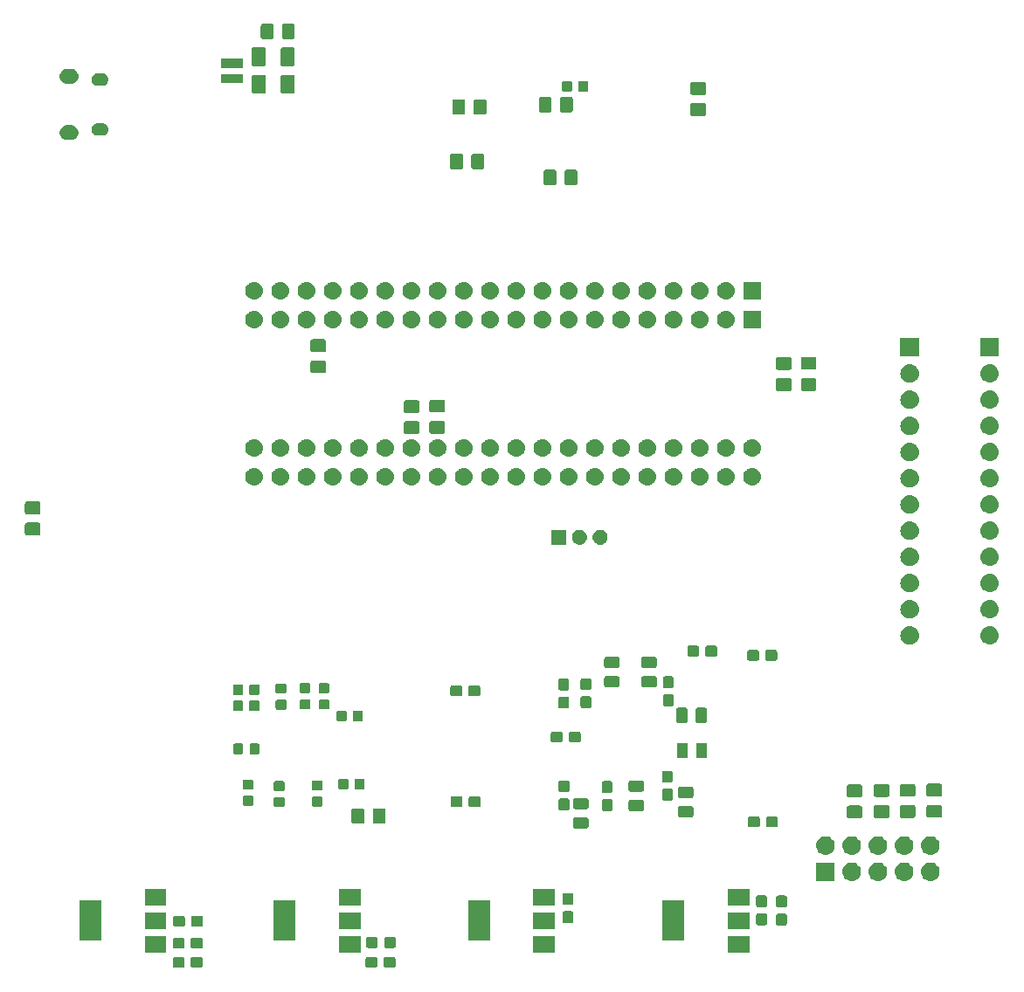
<source format=gbr>
G04 #@! TF.GenerationSoftware,KiCad,Pcbnew,(5.1.2-1)-1*
G04 #@! TF.CreationDate,2020-09-17T21:50:52+01:00*
G04 #@! TF.ProjectId,tranZPUter-SW-700_v1_2,7472616e-5a50-4557-9465-722d53572d37,rev?*
G04 #@! TF.SameCoordinates,Original*
G04 #@! TF.FileFunction,Soldermask,Bot*
G04 #@! TF.FilePolarity,Negative*
%FSLAX46Y46*%
G04 Gerber Fmt 4.6, Leading zero omitted, Abs format (unit mm)*
G04 Created by KiCad (PCBNEW (5.1.2-1)-1) date 2020-09-17 21:50:52*
%MOMM*%
%LPD*%
G04 APERTURE LIST*
%ADD10C,0.100000*%
G04 APERTURE END LIST*
D10*
G36*
X115899499Y-137718445D02*
G01*
X115936995Y-137729820D01*
X115971554Y-137748292D01*
X116001847Y-137773153D01*
X116026708Y-137803446D01*
X116045180Y-137838005D01*
X116056555Y-137875501D01*
X116061000Y-137920638D01*
X116061000Y-138559362D01*
X116056555Y-138604499D01*
X116045180Y-138641995D01*
X116026708Y-138676554D01*
X116001847Y-138706847D01*
X115971554Y-138731708D01*
X115936995Y-138750180D01*
X115899499Y-138761555D01*
X115854362Y-138766000D01*
X115115638Y-138766000D01*
X115070501Y-138761555D01*
X115033005Y-138750180D01*
X114998446Y-138731708D01*
X114968153Y-138706847D01*
X114943292Y-138676554D01*
X114924820Y-138641995D01*
X114913445Y-138604499D01*
X114909000Y-138559362D01*
X114909000Y-137920638D01*
X114913445Y-137875501D01*
X114924820Y-137838005D01*
X114943292Y-137803446D01*
X114968153Y-137773153D01*
X114998446Y-137748292D01*
X115033005Y-137729820D01*
X115070501Y-137718445D01*
X115115638Y-137714000D01*
X115854362Y-137714000D01*
X115899499Y-137718445D01*
X115899499Y-137718445D01*
G37*
G36*
X114149499Y-137718445D02*
G01*
X114186995Y-137729820D01*
X114221554Y-137748292D01*
X114251847Y-137773153D01*
X114276708Y-137803446D01*
X114295180Y-137838005D01*
X114306555Y-137875501D01*
X114311000Y-137920638D01*
X114311000Y-138559362D01*
X114306555Y-138604499D01*
X114295180Y-138641995D01*
X114276708Y-138676554D01*
X114251847Y-138706847D01*
X114221554Y-138731708D01*
X114186995Y-138750180D01*
X114149499Y-138761555D01*
X114104362Y-138766000D01*
X113365638Y-138766000D01*
X113320501Y-138761555D01*
X113283005Y-138750180D01*
X113248446Y-138731708D01*
X113218153Y-138706847D01*
X113193292Y-138676554D01*
X113174820Y-138641995D01*
X113163445Y-138604499D01*
X113159000Y-138559362D01*
X113159000Y-137920638D01*
X113163445Y-137875501D01*
X113174820Y-137838005D01*
X113193292Y-137803446D01*
X113218153Y-137773153D01*
X113248446Y-137748292D01*
X113283005Y-137729820D01*
X113320501Y-137718445D01*
X113365638Y-137714000D01*
X114104362Y-137714000D01*
X114149499Y-137718445D01*
X114149499Y-137718445D01*
G37*
G36*
X134599499Y-137698445D02*
G01*
X134636995Y-137709820D01*
X134671554Y-137728292D01*
X134701847Y-137753153D01*
X134726708Y-137783446D01*
X134745180Y-137818005D01*
X134756555Y-137855501D01*
X134761000Y-137900638D01*
X134761000Y-138539362D01*
X134756555Y-138584499D01*
X134745180Y-138621995D01*
X134726708Y-138656554D01*
X134701847Y-138686847D01*
X134671554Y-138711708D01*
X134636995Y-138730180D01*
X134599499Y-138741555D01*
X134554362Y-138746000D01*
X133815638Y-138746000D01*
X133770501Y-138741555D01*
X133733005Y-138730180D01*
X133698446Y-138711708D01*
X133668153Y-138686847D01*
X133643292Y-138656554D01*
X133624820Y-138621995D01*
X133613445Y-138584499D01*
X133609000Y-138539362D01*
X133609000Y-137900638D01*
X133613445Y-137855501D01*
X133624820Y-137818005D01*
X133643292Y-137783446D01*
X133668153Y-137753153D01*
X133698446Y-137728292D01*
X133733005Y-137709820D01*
X133770501Y-137698445D01*
X133815638Y-137694000D01*
X134554362Y-137694000D01*
X134599499Y-137698445D01*
X134599499Y-137698445D01*
G37*
G36*
X132849499Y-137698445D02*
G01*
X132886995Y-137709820D01*
X132921554Y-137728292D01*
X132951847Y-137753153D01*
X132976708Y-137783446D01*
X132995180Y-137818005D01*
X133006555Y-137855501D01*
X133011000Y-137900638D01*
X133011000Y-138539362D01*
X133006555Y-138584499D01*
X132995180Y-138621995D01*
X132976708Y-138656554D01*
X132951847Y-138686847D01*
X132921554Y-138711708D01*
X132886995Y-138730180D01*
X132849499Y-138741555D01*
X132804362Y-138746000D01*
X132065638Y-138746000D01*
X132020501Y-138741555D01*
X131983005Y-138730180D01*
X131948446Y-138711708D01*
X131918153Y-138686847D01*
X131893292Y-138656554D01*
X131874820Y-138621995D01*
X131863445Y-138584499D01*
X131859000Y-138539362D01*
X131859000Y-137900638D01*
X131863445Y-137855501D01*
X131874820Y-137818005D01*
X131893292Y-137783446D01*
X131918153Y-137753153D01*
X131948446Y-137728292D01*
X131983005Y-137709820D01*
X132020501Y-137698445D01*
X132065638Y-137694000D01*
X132804362Y-137694000D01*
X132849499Y-137698445D01*
X132849499Y-137698445D01*
G37*
G36*
X112561000Y-137301000D02*
G01*
X110459000Y-137301000D01*
X110459000Y-135699000D01*
X112561000Y-135699000D01*
X112561000Y-137301000D01*
X112561000Y-137301000D01*
G37*
G36*
X169051000Y-137291000D02*
G01*
X166949000Y-137291000D01*
X166949000Y-135689000D01*
X169051000Y-135689000D01*
X169051000Y-137291000D01*
X169051000Y-137291000D01*
G37*
G36*
X150221000Y-137291000D02*
G01*
X148119000Y-137291000D01*
X148119000Y-135689000D01*
X150221000Y-135689000D01*
X150221000Y-137291000D01*
X150221000Y-137291000D01*
G37*
G36*
X131371000Y-137291000D02*
G01*
X129269000Y-137291000D01*
X129269000Y-135689000D01*
X131371000Y-135689000D01*
X131371000Y-137291000D01*
X131371000Y-137291000D01*
G37*
G36*
X115909499Y-135858445D02*
G01*
X115946995Y-135869820D01*
X115981554Y-135888292D01*
X116011847Y-135913153D01*
X116036708Y-135943446D01*
X116055180Y-135978005D01*
X116066555Y-136015501D01*
X116071000Y-136060638D01*
X116071000Y-136699362D01*
X116066555Y-136744499D01*
X116055180Y-136781995D01*
X116036708Y-136816554D01*
X116011847Y-136846847D01*
X115981554Y-136871708D01*
X115946995Y-136890180D01*
X115909499Y-136901555D01*
X115864362Y-136906000D01*
X115125638Y-136906000D01*
X115080501Y-136901555D01*
X115043005Y-136890180D01*
X115008446Y-136871708D01*
X114978153Y-136846847D01*
X114953292Y-136816554D01*
X114934820Y-136781995D01*
X114923445Y-136744499D01*
X114919000Y-136699362D01*
X114919000Y-136060638D01*
X114923445Y-136015501D01*
X114934820Y-135978005D01*
X114953292Y-135943446D01*
X114978153Y-135913153D01*
X115008446Y-135888292D01*
X115043005Y-135869820D01*
X115080501Y-135858445D01*
X115125638Y-135854000D01*
X115864362Y-135854000D01*
X115909499Y-135858445D01*
X115909499Y-135858445D01*
G37*
G36*
X114159499Y-135858445D02*
G01*
X114196995Y-135869820D01*
X114231554Y-135888292D01*
X114261847Y-135913153D01*
X114286708Y-135943446D01*
X114305180Y-135978005D01*
X114316555Y-136015501D01*
X114321000Y-136060638D01*
X114321000Y-136699362D01*
X114316555Y-136744499D01*
X114305180Y-136781995D01*
X114286708Y-136816554D01*
X114261847Y-136846847D01*
X114231554Y-136871708D01*
X114196995Y-136890180D01*
X114159499Y-136901555D01*
X114114362Y-136906000D01*
X113375638Y-136906000D01*
X113330501Y-136901555D01*
X113293005Y-136890180D01*
X113258446Y-136871708D01*
X113228153Y-136846847D01*
X113203292Y-136816554D01*
X113184820Y-136781995D01*
X113173445Y-136744499D01*
X113169000Y-136699362D01*
X113169000Y-136060638D01*
X113173445Y-136015501D01*
X113184820Y-135978005D01*
X113203292Y-135943446D01*
X113228153Y-135913153D01*
X113258446Y-135888292D01*
X113293005Y-135869820D01*
X113330501Y-135858445D01*
X113375638Y-135854000D01*
X114114362Y-135854000D01*
X114159499Y-135858445D01*
X114159499Y-135858445D01*
G37*
G36*
X132889499Y-135788445D02*
G01*
X132926995Y-135799820D01*
X132961554Y-135818292D01*
X132991847Y-135843153D01*
X133016708Y-135873446D01*
X133035180Y-135908005D01*
X133046555Y-135945501D01*
X133051000Y-135990638D01*
X133051000Y-136629362D01*
X133046555Y-136674499D01*
X133035180Y-136711995D01*
X133016708Y-136746554D01*
X132991847Y-136776847D01*
X132961554Y-136801708D01*
X132926995Y-136820180D01*
X132889499Y-136831555D01*
X132844362Y-136836000D01*
X132105638Y-136836000D01*
X132060501Y-136831555D01*
X132023005Y-136820180D01*
X131988446Y-136801708D01*
X131958153Y-136776847D01*
X131933292Y-136746554D01*
X131914820Y-136711995D01*
X131903445Y-136674499D01*
X131899000Y-136629362D01*
X131899000Y-135990638D01*
X131903445Y-135945501D01*
X131914820Y-135908005D01*
X131933292Y-135873446D01*
X131958153Y-135843153D01*
X131988446Y-135818292D01*
X132023005Y-135799820D01*
X132060501Y-135788445D01*
X132105638Y-135784000D01*
X132844362Y-135784000D01*
X132889499Y-135788445D01*
X132889499Y-135788445D01*
G37*
G36*
X134639499Y-135788445D02*
G01*
X134676995Y-135799820D01*
X134711554Y-135818292D01*
X134741847Y-135843153D01*
X134766708Y-135873446D01*
X134785180Y-135908005D01*
X134796555Y-135945501D01*
X134801000Y-135990638D01*
X134801000Y-136629362D01*
X134796555Y-136674499D01*
X134785180Y-136711995D01*
X134766708Y-136746554D01*
X134741847Y-136776847D01*
X134711554Y-136801708D01*
X134676995Y-136820180D01*
X134639499Y-136831555D01*
X134594362Y-136836000D01*
X133855638Y-136836000D01*
X133810501Y-136831555D01*
X133773005Y-136820180D01*
X133738446Y-136801708D01*
X133708153Y-136776847D01*
X133683292Y-136746554D01*
X133664820Y-136711995D01*
X133653445Y-136674499D01*
X133649000Y-136629362D01*
X133649000Y-135990638D01*
X133653445Y-135945501D01*
X133664820Y-135908005D01*
X133683292Y-135873446D01*
X133708153Y-135843153D01*
X133738446Y-135818292D01*
X133773005Y-135799820D01*
X133810501Y-135788445D01*
X133855638Y-135784000D01*
X134594362Y-135784000D01*
X134639499Y-135788445D01*
X134639499Y-135788445D01*
G37*
G36*
X106261000Y-136151000D02*
G01*
X104159000Y-136151000D01*
X104159000Y-132249000D01*
X106261000Y-132249000D01*
X106261000Y-136151000D01*
X106261000Y-136151000D01*
G37*
G36*
X125071000Y-136141000D02*
G01*
X122969000Y-136141000D01*
X122969000Y-132239000D01*
X125071000Y-132239000D01*
X125071000Y-136141000D01*
X125071000Y-136141000D01*
G37*
G36*
X143921000Y-136141000D02*
G01*
X141819000Y-136141000D01*
X141819000Y-132239000D01*
X143921000Y-132239000D01*
X143921000Y-136141000D01*
X143921000Y-136141000D01*
G37*
G36*
X162751000Y-136141000D02*
G01*
X160649000Y-136141000D01*
X160649000Y-132239000D01*
X162751000Y-132239000D01*
X162751000Y-136141000D01*
X162751000Y-136141000D01*
G37*
G36*
X112561000Y-135001000D02*
G01*
X110459000Y-135001000D01*
X110459000Y-133399000D01*
X112561000Y-133399000D01*
X112561000Y-135001000D01*
X112561000Y-135001000D01*
G37*
G36*
X131371000Y-134991000D02*
G01*
X129269000Y-134991000D01*
X129269000Y-133389000D01*
X131371000Y-133389000D01*
X131371000Y-134991000D01*
X131371000Y-134991000D01*
G37*
G36*
X150221000Y-134991000D02*
G01*
X148119000Y-134991000D01*
X148119000Y-133389000D01*
X150221000Y-133389000D01*
X150221000Y-134991000D01*
X150221000Y-134991000D01*
G37*
G36*
X169051000Y-134991000D02*
G01*
X166949000Y-134991000D01*
X166949000Y-133389000D01*
X169051000Y-133389000D01*
X169051000Y-134991000D01*
X169051000Y-134991000D01*
G37*
G36*
X114189499Y-133718445D02*
G01*
X114226995Y-133729820D01*
X114261554Y-133748292D01*
X114291847Y-133773153D01*
X114316708Y-133803446D01*
X114335180Y-133838005D01*
X114346555Y-133875501D01*
X114351000Y-133920638D01*
X114351000Y-134559362D01*
X114346555Y-134604499D01*
X114335180Y-134641995D01*
X114316708Y-134676554D01*
X114291847Y-134706847D01*
X114261554Y-134731708D01*
X114226995Y-134750180D01*
X114189499Y-134761555D01*
X114144362Y-134766000D01*
X113405638Y-134766000D01*
X113360501Y-134761555D01*
X113323005Y-134750180D01*
X113288446Y-134731708D01*
X113258153Y-134706847D01*
X113233292Y-134676554D01*
X113214820Y-134641995D01*
X113203445Y-134604499D01*
X113199000Y-134559362D01*
X113199000Y-133920638D01*
X113203445Y-133875501D01*
X113214820Y-133838005D01*
X113233292Y-133803446D01*
X113258153Y-133773153D01*
X113288446Y-133748292D01*
X113323005Y-133729820D01*
X113360501Y-133718445D01*
X113405638Y-133714000D01*
X114144362Y-133714000D01*
X114189499Y-133718445D01*
X114189499Y-133718445D01*
G37*
G36*
X115939499Y-133718445D02*
G01*
X115976995Y-133729820D01*
X116011554Y-133748292D01*
X116041847Y-133773153D01*
X116066708Y-133803446D01*
X116085180Y-133838005D01*
X116096555Y-133875501D01*
X116101000Y-133920638D01*
X116101000Y-134559362D01*
X116096555Y-134604499D01*
X116085180Y-134641995D01*
X116066708Y-134676554D01*
X116041847Y-134706847D01*
X116011554Y-134731708D01*
X115976995Y-134750180D01*
X115939499Y-134761555D01*
X115894362Y-134766000D01*
X115155638Y-134766000D01*
X115110501Y-134761555D01*
X115073005Y-134750180D01*
X115038446Y-134731708D01*
X115008153Y-134706847D01*
X114983292Y-134676554D01*
X114964820Y-134641995D01*
X114953445Y-134604499D01*
X114949000Y-134559362D01*
X114949000Y-133920638D01*
X114953445Y-133875501D01*
X114964820Y-133838005D01*
X114983292Y-133803446D01*
X115008153Y-133773153D01*
X115038446Y-133748292D01*
X115073005Y-133729820D01*
X115110501Y-133718445D01*
X115155638Y-133714000D01*
X115894362Y-133714000D01*
X115939499Y-133718445D01*
X115939499Y-133718445D01*
G37*
G36*
X172524499Y-133503445D02*
G01*
X172561995Y-133514820D01*
X172596554Y-133533292D01*
X172626847Y-133558153D01*
X172651708Y-133588446D01*
X172670180Y-133623005D01*
X172681555Y-133660501D01*
X172686000Y-133705638D01*
X172686000Y-134444362D01*
X172681555Y-134489499D01*
X172670180Y-134526995D01*
X172651708Y-134561554D01*
X172626847Y-134591847D01*
X172596554Y-134616708D01*
X172561995Y-134635180D01*
X172524499Y-134646555D01*
X172479362Y-134651000D01*
X171840638Y-134651000D01*
X171795501Y-134646555D01*
X171758005Y-134635180D01*
X171723446Y-134616708D01*
X171693153Y-134591847D01*
X171668292Y-134561554D01*
X171649820Y-134526995D01*
X171638445Y-134489499D01*
X171634000Y-134444362D01*
X171634000Y-133705638D01*
X171638445Y-133660501D01*
X171649820Y-133623005D01*
X171668292Y-133588446D01*
X171693153Y-133558153D01*
X171723446Y-133533292D01*
X171758005Y-133514820D01*
X171795501Y-133503445D01*
X171840638Y-133499000D01*
X172479362Y-133499000D01*
X172524499Y-133503445D01*
X172524499Y-133503445D01*
G37*
G36*
X170594499Y-133493445D02*
G01*
X170631995Y-133504820D01*
X170666554Y-133523292D01*
X170696847Y-133548153D01*
X170721708Y-133578446D01*
X170740180Y-133613005D01*
X170751555Y-133650501D01*
X170756000Y-133695638D01*
X170756000Y-134434362D01*
X170751555Y-134479499D01*
X170740180Y-134516995D01*
X170721708Y-134551554D01*
X170696847Y-134581847D01*
X170666554Y-134606708D01*
X170631995Y-134625180D01*
X170594499Y-134636555D01*
X170549362Y-134641000D01*
X169910638Y-134641000D01*
X169865501Y-134636555D01*
X169828005Y-134625180D01*
X169793446Y-134606708D01*
X169763153Y-134581847D01*
X169738292Y-134551554D01*
X169719820Y-134516995D01*
X169708445Y-134479499D01*
X169704000Y-134434362D01*
X169704000Y-133695638D01*
X169708445Y-133650501D01*
X169719820Y-133613005D01*
X169738292Y-133578446D01*
X169763153Y-133548153D01*
X169793446Y-133523292D01*
X169828005Y-133504820D01*
X169865501Y-133493445D01*
X169910638Y-133489000D01*
X170549362Y-133489000D01*
X170594499Y-133493445D01*
X170594499Y-133493445D01*
G37*
G36*
X151834499Y-133273445D02*
G01*
X151871995Y-133284820D01*
X151906554Y-133303292D01*
X151936847Y-133328153D01*
X151961708Y-133358446D01*
X151980180Y-133393005D01*
X151991555Y-133430501D01*
X151996000Y-133475638D01*
X151996000Y-134214362D01*
X151991555Y-134259499D01*
X151980180Y-134296995D01*
X151961708Y-134331554D01*
X151936847Y-134361847D01*
X151906554Y-134386708D01*
X151871995Y-134405180D01*
X151834499Y-134416555D01*
X151789362Y-134421000D01*
X151150638Y-134421000D01*
X151105501Y-134416555D01*
X151068005Y-134405180D01*
X151033446Y-134386708D01*
X151003153Y-134361847D01*
X150978292Y-134331554D01*
X150959820Y-134296995D01*
X150948445Y-134259499D01*
X150944000Y-134214362D01*
X150944000Y-133475638D01*
X150948445Y-133430501D01*
X150959820Y-133393005D01*
X150978292Y-133358446D01*
X151003153Y-133328153D01*
X151033446Y-133303292D01*
X151068005Y-133284820D01*
X151105501Y-133273445D01*
X151150638Y-133269000D01*
X151789362Y-133269000D01*
X151834499Y-133273445D01*
X151834499Y-133273445D01*
G37*
G36*
X172524499Y-131753445D02*
G01*
X172561995Y-131764820D01*
X172596554Y-131783292D01*
X172626847Y-131808153D01*
X172651708Y-131838446D01*
X172670180Y-131873005D01*
X172681555Y-131910501D01*
X172686000Y-131955638D01*
X172686000Y-132694362D01*
X172681555Y-132739499D01*
X172670180Y-132776995D01*
X172651708Y-132811554D01*
X172626847Y-132841847D01*
X172596554Y-132866708D01*
X172561995Y-132885180D01*
X172524499Y-132896555D01*
X172479362Y-132901000D01*
X171840638Y-132901000D01*
X171795501Y-132896555D01*
X171758005Y-132885180D01*
X171723446Y-132866708D01*
X171693153Y-132841847D01*
X171668292Y-132811554D01*
X171649820Y-132776995D01*
X171638445Y-132739499D01*
X171634000Y-132694362D01*
X171634000Y-131955638D01*
X171638445Y-131910501D01*
X171649820Y-131873005D01*
X171668292Y-131838446D01*
X171693153Y-131808153D01*
X171723446Y-131783292D01*
X171758005Y-131764820D01*
X171795501Y-131753445D01*
X171840638Y-131749000D01*
X172479362Y-131749000D01*
X172524499Y-131753445D01*
X172524499Y-131753445D01*
G37*
G36*
X170594499Y-131743445D02*
G01*
X170631995Y-131754820D01*
X170666554Y-131773292D01*
X170696847Y-131798153D01*
X170721708Y-131828446D01*
X170740180Y-131863005D01*
X170751555Y-131900501D01*
X170756000Y-131945638D01*
X170756000Y-132684362D01*
X170751555Y-132729499D01*
X170740180Y-132766995D01*
X170721708Y-132801554D01*
X170696847Y-132831847D01*
X170666554Y-132856708D01*
X170631995Y-132875180D01*
X170594499Y-132886555D01*
X170549362Y-132891000D01*
X169910638Y-132891000D01*
X169865501Y-132886555D01*
X169828005Y-132875180D01*
X169793446Y-132856708D01*
X169763153Y-132831847D01*
X169738292Y-132801554D01*
X169719820Y-132766995D01*
X169708445Y-132729499D01*
X169704000Y-132684362D01*
X169704000Y-131945638D01*
X169708445Y-131900501D01*
X169719820Y-131863005D01*
X169738292Y-131828446D01*
X169763153Y-131798153D01*
X169793446Y-131773292D01*
X169828005Y-131754820D01*
X169865501Y-131743445D01*
X169910638Y-131739000D01*
X170549362Y-131739000D01*
X170594499Y-131743445D01*
X170594499Y-131743445D01*
G37*
G36*
X112561000Y-132701000D02*
G01*
X110459000Y-132701000D01*
X110459000Y-131099000D01*
X112561000Y-131099000D01*
X112561000Y-132701000D01*
X112561000Y-132701000D01*
G37*
G36*
X131371000Y-132691000D02*
G01*
X129269000Y-132691000D01*
X129269000Y-131089000D01*
X131371000Y-131089000D01*
X131371000Y-132691000D01*
X131371000Y-132691000D01*
G37*
G36*
X150221000Y-132691000D02*
G01*
X148119000Y-132691000D01*
X148119000Y-131089000D01*
X150221000Y-131089000D01*
X150221000Y-132691000D01*
X150221000Y-132691000D01*
G37*
G36*
X169051000Y-132691000D02*
G01*
X166949000Y-132691000D01*
X166949000Y-131089000D01*
X169051000Y-131089000D01*
X169051000Y-132691000D01*
X169051000Y-132691000D01*
G37*
G36*
X151834499Y-131523445D02*
G01*
X151871995Y-131534820D01*
X151906554Y-131553292D01*
X151936847Y-131578153D01*
X151961708Y-131608446D01*
X151980180Y-131643005D01*
X151991555Y-131680501D01*
X151996000Y-131725638D01*
X151996000Y-132464362D01*
X151991555Y-132509499D01*
X151980180Y-132546995D01*
X151961708Y-132581554D01*
X151936847Y-132611847D01*
X151906554Y-132636708D01*
X151871995Y-132655180D01*
X151834499Y-132666555D01*
X151789362Y-132671000D01*
X151150638Y-132671000D01*
X151105501Y-132666555D01*
X151068005Y-132655180D01*
X151033446Y-132636708D01*
X151003153Y-132611847D01*
X150978292Y-132581554D01*
X150959820Y-132546995D01*
X150948445Y-132509499D01*
X150944000Y-132464362D01*
X150944000Y-131725638D01*
X150948445Y-131680501D01*
X150959820Y-131643005D01*
X150978292Y-131608446D01*
X151003153Y-131578153D01*
X151033446Y-131553292D01*
X151068005Y-131534820D01*
X151105501Y-131523445D01*
X151150638Y-131519000D01*
X151789362Y-131519000D01*
X151834499Y-131523445D01*
X151834499Y-131523445D01*
G37*
G36*
X179070443Y-128545519D02*
G01*
X179136627Y-128552037D01*
X179306466Y-128603557D01*
X179462991Y-128687222D01*
X179498729Y-128716552D01*
X179600186Y-128799814D01*
X179683448Y-128901271D01*
X179712778Y-128937009D01*
X179796443Y-129093534D01*
X179847963Y-129263373D01*
X179865359Y-129440000D01*
X179847963Y-129616627D01*
X179796443Y-129786466D01*
X179712778Y-129942991D01*
X179683448Y-129978729D01*
X179600186Y-130080186D01*
X179498729Y-130163448D01*
X179462991Y-130192778D01*
X179306466Y-130276443D01*
X179136627Y-130327963D01*
X179070443Y-130334481D01*
X179004260Y-130341000D01*
X178915740Y-130341000D01*
X178849557Y-130334481D01*
X178783373Y-130327963D01*
X178613534Y-130276443D01*
X178457009Y-130192778D01*
X178421271Y-130163448D01*
X178319814Y-130080186D01*
X178236552Y-129978729D01*
X178207222Y-129942991D01*
X178123557Y-129786466D01*
X178072037Y-129616627D01*
X178054641Y-129440000D01*
X178072037Y-129263373D01*
X178123557Y-129093534D01*
X178207222Y-128937009D01*
X178236552Y-128901271D01*
X178319814Y-128799814D01*
X178421271Y-128716552D01*
X178457009Y-128687222D01*
X178613534Y-128603557D01*
X178783373Y-128552037D01*
X178849557Y-128545519D01*
X178915740Y-128539000D01*
X179004260Y-128539000D01*
X179070443Y-128545519D01*
X179070443Y-128545519D01*
G37*
G36*
X181610443Y-128545519D02*
G01*
X181676627Y-128552037D01*
X181846466Y-128603557D01*
X182002991Y-128687222D01*
X182038729Y-128716552D01*
X182140186Y-128799814D01*
X182223448Y-128901271D01*
X182252778Y-128937009D01*
X182336443Y-129093534D01*
X182387963Y-129263373D01*
X182405359Y-129440000D01*
X182387963Y-129616627D01*
X182336443Y-129786466D01*
X182252778Y-129942991D01*
X182223448Y-129978729D01*
X182140186Y-130080186D01*
X182038729Y-130163448D01*
X182002991Y-130192778D01*
X181846466Y-130276443D01*
X181676627Y-130327963D01*
X181610443Y-130334481D01*
X181544260Y-130341000D01*
X181455740Y-130341000D01*
X181389557Y-130334481D01*
X181323373Y-130327963D01*
X181153534Y-130276443D01*
X180997009Y-130192778D01*
X180961271Y-130163448D01*
X180859814Y-130080186D01*
X180776552Y-129978729D01*
X180747222Y-129942991D01*
X180663557Y-129786466D01*
X180612037Y-129616627D01*
X180594641Y-129440000D01*
X180612037Y-129263373D01*
X180663557Y-129093534D01*
X180747222Y-128937009D01*
X180776552Y-128901271D01*
X180859814Y-128799814D01*
X180961271Y-128716552D01*
X180997009Y-128687222D01*
X181153534Y-128603557D01*
X181323373Y-128552037D01*
X181389557Y-128545519D01*
X181455740Y-128539000D01*
X181544260Y-128539000D01*
X181610443Y-128545519D01*
X181610443Y-128545519D01*
G37*
G36*
X184150443Y-128545519D02*
G01*
X184216627Y-128552037D01*
X184386466Y-128603557D01*
X184542991Y-128687222D01*
X184578729Y-128716552D01*
X184680186Y-128799814D01*
X184763448Y-128901271D01*
X184792778Y-128937009D01*
X184876443Y-129093534D01*
X184927963Y-129263373D01*
X184945359Y-129440000D01*
X184927963Y-129616627D01*
X184876443Y-129786466D01*
X184792778Y-129942991D01*
X184763448Y-129978729D01*
X184680186Y-130080186D01*
X184578729Y-130163448D01*
X184542991Y-130192778D01*
X184386466Y-130276443D01*
X184216627Y-130327963D01*
X184150443Y-130334481D01*
X184084260Y-130341000D01*
X183995740Y-130341000D01*
X183929557Y-130334481D01*
X183863373Y-130327963D01*
X183693534Y-130276443D01*
X183537009Y-130192778D01*
X183501271Y-130163448D01*
X183399814Y-130080186D01*
X183316552Y-129978729D01*
X183287222Y-129942991D01*
X183203557Y-129786466D01*
X183152037Y-129616627D01*
X183134641Y-129440000D01*
X183152037Y-129263373D01*
X183203557Y-129093534D01*
X183287222Y-128937009D01*
X183316552Y-128901271D01*
X183399814Y-128799814D01*
X183501271Y-128716552D01*
X183537009Y-128687222D01*
X183693534Y-128603557D01*
X183863373Y-128552037D01*
X183929557Y-128545519D01*
X183995740Y-128539000D01*
X184084260Y-128539000D01*
X184150443Y-128545519D01*
X184150443Y-128545519D01*
G37*
G36*
X186690443Y-128545519D02*
G01*
X186756627Y-128552037D01*
X186926466Y-128603557D01*
X187082991Y-128687222D01*
X187118729Y-128716552D01*
X187220186Y-128799814D01*
X187303448Y-128901271D01*
X187332778Y-128937009D01*
X187416443Y-129093534D01*
X187467963Y-129263373D01*
X187485359Y-129440000D01*
X187467963Y-129616627D01*
X187416443Y-129786466D01*
X187332778Y-129942991D01*
X187303448Y-129978729D01*
X187220186Y-130080186D01*
X187118729Y-130163448D01*
X187082991Y-130192778D01*
X186926466Y-130276443D01*
X186756627Y-130327963D01*
X186690443Y-130334481D01*
X186624260Y-130341000D01*
X186535740Y-130341000D01*
X186469557Y-130334481D01*
X186403373Y-130327963D01*
X186233534Y-130276443D01*
X186077009Y-130192778D01*
X186041271Y-130163448D01*
X185939814Y-130080186D01*
X185856552Y-129978729D01*
X185827222Y-129942991D01*
X185743557Y-129786466D01*
X185692037Y-129616627D01*
X185674641Y-129440000D01*
X185692037Y-129263373D01*
X185743557Y-129093534D01*
X185827222Y-128937009D01*
X185856552Y-128901271D01*
X185939814Y-128799814D01*
X186041271Y-128716552D01*
X186077009Y-128687222D01*
X186233534Y-128603557D01*
X186403373Y-128552037D01*
X186469557Y-128545519D01*
X186535740Y-128539000D01*
X186624260Y-128539000D01*
X186690443Y-128545519D01*
X186690443Y-128545519D01*
G37*
G36*
X177321000Y-130341000D02*
G01*
X175519000Y-130341000D01*
X175519000Y-128539000D01*
X177321000Y-128539000D01*
X177321000Y-130341000D01*
X177321000Y-130341000D01*
G37*
G36*
X186690442Y-126005518D02*
G01*
X186756627Y-126012037D01*
X186926466Y-126063557D01*
X187082991Y-126147222D01*
X187118729Y-126176552D01*
X187220186Y-126259814D01*
X187303448Y-126361271D01*
X187332778Y-126397009D01*
X187416443Y-126553534D01*
X187467963Y-126723373D01*
X187485359Y-126900000D01*
X187467963Y-127076627D01*
X187416443Y-127246466D01*
X187332778Y-127402991D01*
X187303448Y-127438729D01*
X187220186Y-127540186D01*
X187118729Y-127623448D01*
X187082991Y-127652778D01*
X186926466Y-127736443D01*
X186756627Y-127787963D01*
X186690443Y-127794481D01*
X186624260Y-127801000D01*
X186535740Y-127801000D01*
X186469557Y-127794481D01*
X186403373Y-127787963D01*
X186233534Y-127736443D01*
X186077009Y-127652778D01*
X186041271Y-127623448D01*
X185939814Y-127540186D01*
X185856552Y-127438729D01*
X185827222Y-127402991D01*
X185743557Y-127246466D01*
X185692037Y-127076627D01*
X185674641Y-126900000D01*
X185692037Y-126723373D01*
X185743557Y-126553534D01*
X185827222Y-126397009D01*
X185856552Y-126361271D01*
X185939814Y-126259814D01*
X186041271Y-126176552D01*
X186077009Y-126147222D01*
X186233534Y-126063557D01*
X186403373Y-126012037D01*
X186469558Y-126005518D01*
X186535740Y-125999000D01*
X186624260Y-125999000D01*
X186690442Y-126005518D01*
X186690442Y-126005518D01*
G37*
G36*
X184150442Y-126005518D02*
G01*
X184216627Y-126012037D01*
X184386466Y-126063557D01*
X184542991Y-126147222D01*
X184578729Y-126176552D01*
X184680186Y-126259814D01*
X184763448Y-126361271D01*
X184792778Y-126397009D01*
X184876443Y-126553534D01*
X184927963Y-126723373D01*
X184945359Y-126900000D01*
X184927963Y-127076627D01*
X184876443Y-127246466D01*
X184792778Y-127402991D01*
X184763448Y-127438729D01*
X184680186Y-127540186D01*
X184578729Y-127623448D01*
X184542991Y-127652778D01*
X184386466Y-127736443D01*
X184216627Y-127787963D01*
X184150443Y-127794481D01*
X184084260Y-127801000D01*
X183995740Y-127801000D01*
X183929557Y-127794481D01*
X183863373Y-127787963D01*
X183693534Y-127736443D01*
X183537009Y-127652778D01*
X183501271Y-127623448D01*
X183399814Y-127540186D01*
X183316552Y-127438729D01*
X183287222Y-127402991D01*
X183203557Y-127246466D01*
X183152037Y-127076627D01*
X183134641Y-126900000D01*
X183152037Y-126723373D01*
X183203557Y-126553534D01*
X183287222Y-126397009D01*
X183316552Y-126361271D01*
X183399814Y-126259814D01*
X183501271Y-126176552D01*
X183537009Y-126147222D01*
X183693534Y-126063557D01*
X183863373Y-126012037D01*
X183929558Y-126005518D01*
X183995740Y-125999000D01*
X184084260Y-125999000D01*
X184150442Y-126005518D01*
X184150442Y-126005518D01*
G37*
G36*
X181610442Y-126005518D02*
G01*
X181676627Y-126012037D01*
X181846466Y-126063557D01*
X182002991Y-126147222D01*
X182038729Y-126176552D01*
X182140186Y-126259814D01*
X182223448Y-126361271D01*
X182252778Y-126397009D01*
X182336443Y-126553534D01*
X182387963Y-126723373D01*
X182405359Y-126900000D01*
X182387963Y-127076627D01*
X182336443Y-127246466D01*
X182252778Y-127402991D01*
X182223448Y-127438729D01*
X182140186Y-127540186D01*
X182038729Y-127623448D01*
X182002991Y-127652778D01*
X181846466Y-127736443D01*
X181676627Y-127787963D01*
X181610443Y-127794481D01*
X181544260Y-127801000D01*
X181455740Y-127801000D01*
X181389557Y-127794481D01*
X181323373Y-127787963D01*
X181153534Y-127736443D01*
X180997009Y-127652778D01*
X180961271Y-127623448D01*
X180859814Y-127540186D01*
X180776552Y-127438729D01*
X180747222Y-127402991D01*
X180663557Y-127246466D01*
X180612037Y-127076627D01*
X180594641Y-126900000D01*
X180612037Y-126723373D01*
X180663557Y-126553534D01*
X180747222Y-126397009D01*
X180776552Y-126361271D01*
X180859814Y-126259814D01*
X180961271Y-126176552D01*
X180997009Y-126147222D01*
X181153534Y-126063557D01*
X181323373Y-126012037D01*
X181389558Y-126005518D01*
X181455740Y-125999000D01*
X181544260Y-125999000D01*
X181610442Y-126005518D01*
X181610442Y-126005518D01*
G37*
G36*
X179070442Y-126005518D02*
G01*
X179136627Y-126012037D01*
X179306466Y-126063557D01*
X179462991Y-126147222D01*
X179498729Y-126176552D01*
X179600186Y-126259814D01*
X179683448Y-126361271D01*
X179712778Y-126397009D01*
X179796443Y-126553534D01*
X179847963Y-126723373D01*
X179865359Y-126900000D01*
X179847963Y-127076627D01*
X179796443Y-127246466D01*
X179712778Y-127402991D01*
X179683448Y-127438729D01*
X179600186Y-127540186D01*
X179498729Y-127623448D01*
X179462991Y-127652778D01*
X179306466Y-127736443D01*
X179136627Y-127787963D01*
X179070443Y-127794481D01*
X179004260Y-127801000D01*
X178915740Y-127801000D01*
X178849557Y-127794481D01*
X178783373Y-127787963D01*
X178613534Y-127736443D01*
X178457009Y-127652778D01*
X178421271Y-127623448D01*
X178319814Y-127540186D01*
X178236552Y-127438729D01*
X178207222Y-127402991D01*
X178123557Y-127246466D01*
X178072037Y-127076627D01*
X178054641Y-126900000D01*
X178072037Y-126723373D01*
X178123557Y-126553534D01*
X178207222Y-126397009D01*
X178236552Y-126361271D01*
X178319814Y-126259814D01*
X178421271Y-126176552D01*
X178457009Y-126147222D01*
X178613534Y-126063557D01*
X178783373Y-126012037D01*
X178849558Y-126005518D01*
X178915740Y-125999000D01*
X179004260Y-125999000D01*
X179070442Y-126005518D01*
X179070442Y-126005518D01*
G37*
G36*
X176530442Y-126005518D02*
G01*
X176596627Y-126012037D01*
X176766466Y-126063557D01*
X176922991Y-126147222D01*
X176958729Y-126176552D01*
X177060186Y-126259814D01*
X177143448Y-126361271D01*
X177172778Y-126397009D01*
X177256443Y-126553534D01*
X177307963Y-126723373D01*
X177325359Y-126900000D01*
X177307963Y-127076627D01*
X177256443Y-127246466D01*
X177172778Y-127402991D01*
X177143448Y-127438729D01*
X177060186Y-127540186D01*
X176958729Y-127623448D01*
X176922991Y-127652778D01*
X176766466Y-127736443D01*
X176596627Y-127787963D01*
X176530443Y-127794481D01*
X176464260Y-127801000D01*
X176375740Y-127801000D01*
X176309557Y-127794481D01*
X176243373Y-127787963D01*
X176073534Y-127736443D01*
X175917009Y-127652778D01*
X175881271Y-127623448D01*
X175779814Y-127540186D01*
X175696552Y-127438729D01*
X175667222Y-127402991D01*
X175583557Y-127246466D01*
X175532037Y-127076627D01*
X175514641Y-126900000D01*
X175532037Y-126723373D01*
X175583557Y-126553534D01*
X175667222Y-126397009D01*
X175696552Y-126361271D01*
X175779814Y-126259814D01*
X175881271Y-126176552D01*
X175917009Y-126147222D01*
X176073534Y-126063557D01*
X176243373Y-126012037D01*
X176309558Y-126005518D01*
X176375740Y-125999000D01*
X176464260Y-125999000D01*
X176530442Y-126005518D01*
X176530442Y-126005518D01*
G37*
G36*
X153294468Y-124173565D02*
G01*
X153333138Y-124185296D01*
X153368777Y-124204346D01*
X153400017Y-124229983D01*
X153425654Y-124261223D01*
X153444704Y-124296862D01*
X153456435Y-124335532D01*
X153461000Y-124381888D01*
X153461000Y-125033112D01*
X153456435Y-125079468D01*
X153444704Y-125118138D01*
X153425654Y-125153777D01*
X153400017Y-125185017D01*
X153368777Y-125210654D01*
X153333138Y-125229704D01*
X153294468Y-125241435D01*
X153248112Y-125246000D01*
X152171888Y-125246000D01*
X152125532Y-125241435D01*
X152086862Y-125229704D01*
X152051223Y-125210654D01*
X152019983Y-125185017D01*
X151994346Y-125153777D01*
X151975296Y-125118138D01*
X151963565Y-125079468D01*
X151959000Y-125033112D01*
X151959000Y-124381888D01*
X151963565Y-124335532D01*
X151975296Y-124296862D01*
X151994346Y-124261223D01*
X152019983Y-124229983D01*
X152051223Y-124204346D01*
X152086862Y-124185296D01*
X152125532Y-124173565D01*
X152171888Y-124169000D01*
X153248112Y-124169000D01*
X153294468Y-124173565D01*
X153294468Y-124173565D01*
G37*
G36*
X169899499Y-124088445D02*
G01*
X169936995Y-124099820D01*
X169971554Y-124118292D01*
X170001847Y-124143153D01*
X170026708Y-124173446D01*
X170045180Y-124208005D01*
X170056555Y-124245501D01*
X170061000Y-124290638D01*
X170061000Y-124929362D01*
X170056555Y-124974499D01*
X170045180Y-125011995D01*
X170026708Y-125046554D01*
X170001847Y-125076847D01*
X169971554Y-125101708D01*
X169936995Y-125120180D01*
X169899499Y-125131555D01*
X169854362Y-125136000D01*
X169115638Y-125136000D01*
X169070501Y-125131555D01*
X169033005Y-125120180D01*
X168998446Y-125101708D01*
X168968153Y-125076847D01*
X168943292Y-125046554D01*
X168924820Y-125011995D01*
X168913445Y-124974499D01*
X168909000Y-124929362D01*
X168909000Y-124290638D01*
X168913445Y-124245501D01*
X168924820Y-124208005D01*
X168943292Y-124173446D01*
X168968153Y-124143153D01*
X168998446Y-124118292D01*
X169033005Y-124099820D01*
X169070501Y-124088445D01*
X169115638Y-124084000D01*
X169854362Y-124084000D01*
X169899499Y-124088445D01*
X169899499Y-124088445D01*
G37*
G36*
X171649499Y-124088445D02*
G01*
X171686995Y-124099820D01*
X171721554Y-124118292D01*
X171751847Y-124143153D01*
X171776708Y-124173446D01*
X171795180Y-124208005D01*
X171806555Y-124245501D01*
X171811000Y-124290638D01*
X171811000Y-124929362D01*
X171806555Y-124974499D01*
X171795180Y-125011995D01*
X171776708Y-125046554D01*
X171751847Y-125076847D01*
X171721554Y-125101708D01*
X171686995Y-125120180D01*
X171649499Y-125131555D01*
X171604362Y-125136000D01*
X170865638Y-125136000D01*
X170820501Y-125131555D01*
X170783005Y-125120180D01*
X170748446Y-125101708D01*
X170718153Y-125076847D01*
X170693292Y-125046554D01*
X170674820Y-125011995D01*
X170663445Y-124974499D01*
X170659000Y-124929362D01*
X170659000Y-124290638D01*
X170663445Y-124245501D01*
X170674820Y-124208005D01*
X170693292Y-124173446D01*
X170718153Y-124143153D01*
X170748446Y-124118292D01*
X170783005Y-124099820D01*
X170820501Y-124088445D01*
X170865638Y-124084000D01*
X171604362Y-124084000D01*
X171649499Y-124088445D01*
X171649499Y-124088445D01*
G37*
G36*
X133638674Y-123293465D02*
G01*
X133676367Y-123304899D01*
X133711103Y-123323466D01*
X133741548Y-123348452D01*
X133766534Y-123378897D01*
X133785101Y-123413633D01*
X133796535Y-123451326D01*
X133801000Y-123496661D01*
X133801000Y-124583339D01*
X133796535Y-124628674D01*
X133785101Y-124666367D01*
X133766534Y-124701103D01*
X133741548Y-124731548D01*
X133711103Y-124756534D01*
X133676367Y-124775101D01*
X133638674Y-124786535D01*
X133593339Y-124791000D01*
X132756661Y-124791000D01*
X132711326Y-124786535D01*
X132673633Y-124775101D01*
X132638897Y-124756534D01*
X132608452Y-124731548D01*
X132583466Y-124701103D01*
X132564899Y-124666367D01*
X132553465Y-124628674D01*
X132549000Y-124583339D01*
X132549000Y-123496661D01*
X132553465Y-123451326D01*
X132564899Y-123413633D01*
X132583466Y-123378897D01*
X132608452Y-123348452D01*
X132638897Y-123323466D01*
X132673633Y-123304899D01*
X132711326Y-123293465D01*
X132756661Y-123289000D01*
X133593339Y-123289000D01*
X133638674Y-123293465D01*
X133638674Y-123293465D01*
G37*
G36*
X131588674Y-123293465D02*
G01*
X131626367Y-123304899D01*
X131661103Y-123323466D01*
X131691548Y-123348452D01*
X131716534Y-123378897D01*
X131735101Y-123413633D01*
X131746535Y-123451326D01*
X131751000Y-123496661D01*
X131751000Y-124583339D01*
X131746535Y-124628674D01*
X131735101Y-124666367D01*
X131716534Y-124701103D01*
X131691548Y-124731548D01*
X131661103Y-124756534D01*
X131626367Y-124775101D01*
X131588674Y-124786535D01*
X131543339Y-124791000D01*
X130706661Y-124791000D01*
X130661326Y-124786535D01*
X130623633Y-124775101D01*
X130588897Y-124756534D01*
X130558452Y-124731548D01*
X130533466Y-124701103D01*
X130514899Y-124666367D01*
X130503465Y-124628674D01*
X130499000Y-124583339D01*
X130499000Y-123496661D01*
X130503465Y-123451326D01*
X130514899Y-123413633D01*
X130533466Y-123378897D01*
X130558452Y-123348452D01*
X130588897Y-123323466D01*
X130623633Y-123304899D01*
X130661326Y-123293465D01*
X130706661Y-123289000D01*
X131543339Y-123289000D01*
X131588674Y-123293465D01*
X131588674Y-123293465D01*
G37*
G36*
X179828674Y-123033465D02*
G01*
X179866367Y-123044899D01*
X179901103Y-123063466D01*
X179931548Y-123088452D01*
X179956534Y-123118897D01*
X179975101Y-123153633D01*
X179986535Y-123191326D01*
X179991000Y-123236661D01*
X179991000Y-124073339D01*
X179986535Y-124118674D01*
X179975101Y-124156367D01*
X179956534Y-124191103D01*
X179931548Y-124221548D01*
X179901103Y-124246534D01*
X179866367Y-124265101D01*
X179828674Y-124276535D01*
X179783339Y-124281000D01*
X178696661Y-124281000D01*
X178651326Y-124276535D01*
X178613633Y-124265101D01*
X178578897Y-124246534D01*
X178548452Y-124221548D01*
X178523466Y-124191103D01*
X178504899Y-124156367D01*
X178493465Y-124118674D01*
X178489000Y-124073339D01*
X178489000Y-123236661D01*
X178493465Y-123191326D01*
X178504899Y-123153633D01*
X178523466Y-123118897D01*
X178548452Y-123088452D01*
X178578897Y-123063466D01*
X178613633Y-123044899D01*
X178651326Y-123033465D01*
X178696661Y-123029000D01*
X179783339Y-123029000D01*
X179828674Y-123033465D01*
X179828674Y-123033465D01*
G37*
G36*
X182448674Y-122993465D02*
G01*
X182486367Y-123004899D01*
X182521103Y-123023466D01*
X182551548Y-123048452D01*
X182576534Y-123078897D01*
X182595101Y-123113633D01*
X182606535Y-123151326D01*
X182611000Y-123196661D01*
X182611000Y-124033339D01*
X182606535Y-124078674D01*
X182595101Y-124116367D01*
X182576534Y-124151103D01*
X182551548Y-124181548D01*
X182521103Y-124206534D01*
X182486367Y-124225101D01*
X182448674Y-124236535D01*
X182403339Y-124241000D01*
X181316661Y-124241000D01*
X181271326Y-124236535D01*
X181233633Y-124225101D01*
X181198897Y-124206534D01*
X181168452Y-124181548D01*
X181143466Y-124151103D01*
X181124899Y-124116367D01*
X181113465Y-124078674D01*
X181109000Y-124033339D01*
X181109000Y-123196661D01*
X181113465Y-123151326D01*
X181124899Y-123113633D01*
X181143466Y-123078897D01*
X181168452Y-123048452D01*
X181198897Y-123023466D01*
X181233633Y-123004899D01*
X181271326Y-122993465D01*
X181316661Y-122989000D01*
X182403339Y-122989000D01*
X182448674Y-122993465D01*
X182448674Y-122993465D01*
G37*
G36*
X184968674Y-122983465D02*
G01*
X185006367Y-122994899D01*
X185041103Y-123013466D01*
X185071548Y-123038452D01*
X185096534Y-123068897D01*
X185115101Y-123103633D01*
X185126535Y-123141326D01*
X185131000Y-123186661D01*
X185131000Y-124023339D01*
X185126535Y-124068674D01*
X185115101Y-124106367D01*
X185096534Y-124141103D01*
X185071548Y-124171548D01*
X185041103Y-124196534D01*
X185006367Y-124215101D01*
X184968674Y-124226535D01*
X184923339Y-124231000D01*
X183836661Y-124231000D01*
X183791326Y-124226535D01*
X183753633Y-124215101D01*
X183718897Y-124196534D01*
X183688452Y-124171548D01*
X183663466Y-124141103D01*
X183644899Y-124106367D01*
X183633465Y-124068674D01*
X183629000Y-124023339D01*
X183629000Y-123186661D01*
X183633465Y-123141326D01*
X183644899Y-123103633D01*
X183663466Y-123068897D01*
X183688452Y-123038452D01*
X183718897Y-123013466D01*
X183753633Y-122994899D01*
X183791326Y-122983465D01*
X183836661Y-122979000D01*
X184923339Y-122979000D01*
X184968674Y-122983465D01*
X184968674Y-122983465D01*
G37*
G36*
X187558674Y-122963465D02*
G01*
X187596367Y-122974899D01*
X187631103Y-122993466D01*
X187661548Y-123018452D01*
X187686534Y-123048897D01*
X187705101Y-123083633D01*
X187716535Y-123121326D01*
X187721000Y-123166661D01*
X187721000Y-124003339D01*
X187716535Y-124048674D01*
X187705101Y-124086367D01*
X187686534Y-124121103D01*
X187661548Y-124151548D01*
X187631103Y-124176534D01*
X187596367Y-124195101D01*
X187558674Y-124206535D01*
X187513339Y-124211000D01*
X186426661Y-124211000D01*
X186381326Y-124206535D01*
X186343633Y-124195101D01*
X186308897Y-124176534D01*
X186278452Y-124151548D01*
X186253466Y-124121103D01*
X186234899Y-124086367D01*
X186223465Y-124048674D01*
X186219000Y-124003339D01*
X186219000Y-123166661D01*
X186223465Y-123121326D01*
X186234899Y-123083633D01*
X186253466Y-123048897D01*
X186278452Y-123018452D01*
X186308897Y-122993466D01*
X186343633Y-122974899D01*
X186381326Y-122963465D01*
X186426661Y-122959000D01*
X187513339Y-122959000D01*
X187558674Y-122963465D01*
X187558674Y-122963465D01*
G37*
G36*
X163464468Y-123093565D02*
G01*
X163503138Y-123105296D01*
X163538777Y-123124346D01*
X163570017Y-123149983D01*
X163595654Y-123181223D01*
X163614704Y-123216862D01*
X163626435Y-123255532D01*
X163631000Y-123301888D01*
X163631000Y-123953112D01*
X163626435Y-123999468D01*
X163614704Y-124038138D01*
X163595654Y-124073777D01*
X163570017Y-124105017D01*
X163538777Y-124130654D01*
X163503138Y-124149704D01*
X163464468Y-124161435D01*
X163418112Y-124166000D01*
X162341888Y-124166000D01*
X162295532Y-124161435D01*
X162256862Y-124149704D01*
X162221223Y-124130654D01*
X162189983Y-124105017D01*
X162164346Y-124073777D01*
X162145296Y-124038138D01*
X162133565Y-123999468D01*
X162129000Y-123953112D01*
X162129000Y-123301888D01*
X162133565Y-123255532D01*
X162145296Y-123216862D01*
X162164346Y-123181223D01*
X162189983Y-123149983D01*
X162221223Y-123124346D01*
X162256862Y-123105296D01*
X162295532Y-123093565D01*
X162341888Y-123089000D01*
X163418112Y-123089000D01*
X163464468Y-123093565D01*
X163464468Y-123093565D01*
G37*
G36*
X155624499Y-122413445D02*
G01*
X155661995Y-122424820D01*
X155696554Y-122443292D01*
X155726847Y-122468153D01*
X155751708Y-122498446D01*
X155770180Y-122533005D01*
X155781555Y-122570501D01*
X155786000Y-122615638D01*
X155786000Y-123354362D01*
X155781555Y-123399499D01*
X155770180Y-123436995D01*
X155751708Y-123471554D01*
X155726847Y-123501847D01*
X155696554Y-123526708D01*
X155661995Y-123545180D01*
X155624499Y-123556555D01*
X155579362Y-123561000D01*
X154940638Y-123561000D01*
X154895501Y-123556555D01*
X154858005Y-123545180D01*
X154823446Y-123526708D01*
X154793153Y-123501847D01*
X154768292Y-123471554D01*
X154749820Y-123436995D01*
X154738445Y-123399499D01*
X154734000Y-123354362D01*
X154734000Y-122615638D01*
X154738445Y-122570501D01*
X154749820Y-122533005D01*
X154768292Y-122498446D01*
X154793153Y-122468153D01*
X154823446Y-122443292D01*
X154858005Y-122424820D01*
X154895501Y-122413445D01*
X154940638Y-122409000D01*
X155579362Y-122409000D01*
X155624499Y-122413445D01*
X155624499Y-122413445D01*
G37*
G36*
X158674468Y-122483565D02*
G01*
X158713138Y-122495296D01*
X158748777Y-122514346D01*
X158780017Y-122539983D01*
X158805654Y-122571223D01*
X158824704Y-122606862D01*
X158836435Y-122645532D01*
X158841000Y-122691888D01*
X158841000Y-123343112D01*
X158836435Y-123389468D01*
X158824704Y-123428138D01*
X158805654Y-123463777D01*
X158780017Y-123495017D01*
X158748777Y-123520654D01*
X158713138Y-123539704D01*
X158674468Y-123551435D01*
X158628112Y-123556000D01*
X157551888Y-123556000D01*
X157505532Y-123551435D01*
X157466862Y-123539704D01*
X157431223Y-123520654D01*
X157399983Y-123495017D01*
X157374346Y-123463777D01*
X157355296Y-123428138D01*
X157343565Y-123389468D01*
X157339000Y-123343112D01*
X157339000Y-122691888D01*
X157343565Y-122645532D01*
X157355296Y-122606862D01*
X157374346Y-122571223D01*
X157399983Y-122539983D01*
X157431223Y-122514346D01*
X157466862Y-122495296D01*
X157505532Y-122483565D01*
X157551888Y-122479000D01*
X158628112Y-122479000D01*
X158674468Y-122483565D01*
X158674468Y-122483565D01*
G37*
G36*
X151454499Y-122343445D02*
G01*
X151491995Y-122354820D01*
X151526554Y-122373292D01*
X151556847Y-122398153D01*
X151581708Y-122428446D01*
X151600180Y-122463005D01*
X151611555Y-122500501D01*
X151616000Y-122545638D01*
X151616000Y-123284362D01*
X151611555Y-123329499D01*
X151600180Y-123366995D01*
X151581708Y-123401554D01*
X151556847Y-123431847D01*
X151526554Y-123456708D01*
X151491995Y-123475180D01*
X151454499Y-123486555D01*
X151409362Y-123491000D01*
X150770638Y-123491000D01*
X150725501Y-123486555D01*
X150688005Y-123475180D01*
X150653446Y-123456708D01*
X150623153Y-123431847D01*
X150598292Y-123401554D01*
X150579820Y-123366995D01*
X150568445Y-123329499D01*
X150564000Y-123284362D01*
X150564000Y-122545638D01*
X150568445Y-122500501D01*
X150579820Y-122463005D01*
X150598292Y-122428446D01*
X150623153Y-122398153D01*
X150653446Y-122373292D01*
X150688005Y-122354820D01*
X150725501Y-122343445D01*
X150770638Y-122339000D01*
X151409362Y-122339000D01*
X151454499Y-122343445D01*
X151454499Y-122343445D01*
G37*
G36*
X153294468Y-122298565D02*
G01*
X153333138Y-122310296D01*
X153368777Y-122329346D01*
X153400017Y-122354983D01*
X153425654Y-122386223D01*
X153444704Y-122421862D01*
X153456435Y-122460532D01*
X153461000Y-122506888D01*
X153461000Y-123158112D01*
X153456435Y-123204468D01*
X153444704Y-123243138D01*
X153425654Y-123278777D01*
X153400017Y-123310017D01*
X153368777Y-123335654D01*
X153333138Y-123354704D01*
X153294468Y-123366435D01*
X153248112Y-123371000D01*
X152171888Y-123371000D01*
X152125532Y-123366435D01*
X152086862Y-123354704D01*
X152051223Y-123335654D01*
X152019983Y-123310017D01*
X151994346Y-123278777D01*
X151975296Y-123243138D01*
X151963565Y-123204468D01*
X151959000Y-123158112D01*
X151959000Y-122506888D01*
X151963565Y-122460532D01*
X151975296Y-122421862D01*
X151994346Y-122386223D01*
X152019983Y-122354983D01*
X152051223Y-122329346D01*
X152086862Y-122310296D01*
X152125532Y-122298565D01*
X152171888Y-122294000D01*
X153248112Y-122294000D01*
X153294468Y-122298565D01*
X153294468Y-122298565D01*
G37*
G36*
X123869591Y-122213085D02*
G01*
X123903569Y-122223393D01*
X123934890Y-122240134D01*
X123962339Y-122262661D01*
X123984866Y-122290110D01*
X124001607Y-122321431D01*
X124011915Y-122355409D01*
X124016000Y-122396890D01*
X124016000Y-122998110D01*
X124011915Y-123039591D01*
X124001607Y-123073569D01*
X123984866Y-123104890D01*
X123962339Y-123132339D01*
X123934890Y-123154866D01*
X123903569Y-123171607D01*
X123869591Y-123181915D01*
X123828110Y-123186000D01*
X123151890Y-123186000D01*
X123110409Y-123181915D01*
X123076431Y-123171607D01*
X123045110Y-123154866D01*
X123017661Y-123132339D01*
X122995134Y-123104890D01*
X122978393Y-123073569D01*
X122968085Y-123039591D01*
X122964000Y-122998110D01*
X122964000Y-122396890D01*
X122968085Y-122355409D01*
X122978393Y-122321431D01*
X122995134Y-122290110D01*
X123017661Y-122262661D01*
X123045110Y-122240134D01*
X123076431Y-122223393D01*
X123110409Y-122213085D01*
X123151890Y-122209000D01*
X123828110Y-122209000D01*
X123869591Y-122213085D01*
X123869591Y-122213085D01*
G37*
G36*
X141089499Y-122128445D02*
G01*
X141126995Y-122139820D01*
X141161554Y-122158292D01*
X141191847Y-122183153D01*
X141216708Y-122213446D01*
X141235180Y-122248005D01*
X141246555Y-122285501D01*
X141251000Y-122330638D01*
X141251000Y-122969362D01*
X141246555Y-123014499D01*
X141235180Y-123051995D01*
X141216708Y-123086554D01*
X141191847Y-123116847D01*
X141161554Y-123141708D01*
X141126995Y-123160180D01*
X141089499Y-123171555D01*
X141044362Y-123176000D01*
X140305638Y-123176000D01*
X140260501Y-123171555D01*
X140223005Y-123160180D01*
X140188446Y-123141708D01*
X140158153Y-123116847D01*
X140133292Y-123086554D01*
X140114820Y-123051995D01*
X140103445Y-123014499D01*
X140099000Y-122969362D01*
X140099000Y-122330638D01*
X140103445Y-122285501D01*
X140114820Y-122248005D01*
X140133292Y-122213446D01*
X140158153Y-122183153D01*
X140188446Y-122158292D01*
X140223005Y-122139820D01*
X140260501Y-122128445D01*
X140305638Y-122124000D01*
X141044362Y-122124000D01*
X141089499Y-122128445D01*
X141089499Y-122128445D01*
G37*
G36*
X142839499Y-122128445D02*
G01*
X142876995Y-122139820D01*
X142911554Y-122158292D01*
X142941847Y-122183153D01*
X142966708Y-122213446D01*
X142985180Y-122248005D01*
X142996555Y-122285501D01*
X143001000Y-122330638D01*
X143001000Y-122969362D01*
X142996555Y-123014499D01*
X142985180Y-123051995D01*
X142966708Y-123086554D01*
X142941847Y-123116847D01*
X142911554Y-123141708D01*
X142876995Y-123160180D01*
X142839499Y-123171555D01*
X142794362Y-123176000D01*
X142055638Y-123176000D01*
X142010501Y-123171555D01*
X141973005Y-123160180D01*
X141938446Y-123141708D01*
X141908153Y-123116847D01*
X141883292Y-123086554D01*
X141864820Y-123051995D01*
X141853445Y-123014499D01*
X141849000Y-122969362D01*
X141849000Y-122330638D01*
X141853445Y-122285501D01*
X141864820Y-122248005D01*
X141883292Y-122213446D01*
X141908153Y-122183153D01*
X141938446Y-122158292D01*
X141973005Y-122139820D01*
X142010501Y-122128445D01*
X142055638Y-122124000D01*
X142794362Y-122124000D01*
X142839499Y-122128445D01*
X142839499Y-122128445D01*
G37*
G36*
X127549591Y-122163085D02*
G01*
X127583569Y-122173393D01*
X127614890Y-122190134D01*
X127642339Y-122212661D01*
X127664866Y-122240110D01*
X127681607Y-122271431D01*
X127691915Y-122305409D01*
X127696000Y-122346890D01*
X127696000Y-122948110D01*
X127691915Y-122989591D01*
X127681607Y-123023569D01*
X127664866Y-123054890D01*
X127642339Y-123082339D01*
X127614890Y-123104866D01*
X127583569Y-123121607D01*
X127549591Y-123131915D01*
X127508110Y-123136000D01*
X126831890Y-123136000D01*
X126790409Y-123131915D01*
X126756431Y-123121607D01*
X126725110Y-123104866D01*
X126697661Y-123082339D01*
X126675134Y-123054890D01*
X126658393Y-123023569D01*
X126648085Y-122989591D01*
X126644000Y-122948110D01*
X126644000Y-122346890D01*
X126648085Y-122305409D01*
X126658393Y-122271431D01*
X126675134Y-122240110D01*
X126697661Y-122212661D01*
X126725110Y-122190134D01*
X126756431Y-122173393D01*
X126790409Y-122163085D01*
X126831890Y-122159000D01*
X127508110Y-122159000D01*
X127549591Y-122163085D01*
X127549591Y-122163085D01*
G37*
G36*
X120849591Y-122083085D02*
G01*
X120883569Y-122093393D01*
X120914890Y-122110134D01*
X120942339Y-122132661D01*
X120964866Y-122160110D01*
X120981607Y-122191431D01*
X120991915Y-122225409D01*
X120996000Y-122266890D01*
X120996000Y-122868110D01*
X120991915Y-122909591D01*
X120981607Y-122943569D01*
X120964866Y-122974890D01*
X120942339Y-123002339D01*
X120914890Y-123024866D01*
X120883569Y-123041607D01*
X120849591Y-123051915D01*
X120808110Y-123056000D01*
X120131890Y-123056000D01*
X120090409Y-123051915D01*
X120056431Y-123041607D01*
X120025110Y-123024866D01*
X119997661Y-123002339D01*
X119975134Y-122974890D01*
X119958393Y-122943569D01*
X119948085Y-122909591D01*
X119944000Y-122868110D01*
X119944000Y-122266890D01*
X119948085Y-122225409D01*
X119958393Y-122191431D01*
X119975134Y-122160110D01*
X119997661Y-122132661D01*
X120025110Y-122110134D01*
X120056431Y-122093393D01*
X120090409Y-122083085D01*
X120131890Y-122079000D01*
X120808110Y-122079000D01*
X120849591Y-122083085D01*
X120849591Y-122083085D01*
G37*
G36*
X161484499Y-121403445D02*
G01*
X161521995Y-121414820D01*
X161556554Y-121433292D01*
X161586847Y-121458153D01*
X161611708Y-121488446D01*
X161630180Y-121523005D01*
X161641555Y-121560501D01*
X161646000Y-121605638D01*
X161646000Y-122344362D01*
X161641555Y-122389499D01*
X161630180Y-122426995D01*
X161611708Y-122461554D01*
X161586847Y-122491847D01*
X161556554Y-122516708D01*
X161521995Y-122535180D01*
X161484499Y-122546555D01*
X161439362Y-122551000D01*
X160800638Y-122551000D01*
X160755501Y-122546555D01*
X160718005Y-122535180D01*
X160683446Y-122516708D01*
X160653153Y-122491847D01*
X160628292Y-122461554D01*
X160609820Y-122426995D01*
X160598445Y-122389499D01*
X160594000Y-122344362D01*
X160594000Y-121605638D01*
X160598445Y-121560501D01*
X160609820Y-121523005D01*
X160628292Y-121488446D01*
X160653153Y-121458153D01*
X160683446Y-121433292D01*
X160718005Y-121414820D01*
X160755501Y-121403445D01*
X160800638Y-121399000D01*
X161439362Y-121399000D01*
X161484499Y-121403445D01*
X161484499Y-121403445D01*
G37*
G36*
X163464468Y-121218565D02*
G01*
X163503138Y-121230296D01*
X163538777Y-121249346D01*
X163570017Y-121274983D01*
X163595654Y-121306223D01*
X163614704Y-121341862D01*
X163626435Y-121380532D01*
X163631000Y-121426888D01*
X163631000Y-122078112D01*
X163626435Y-122124468D01*
X163614704Y-122163138D01*
X163595654Y-122198777D01*
X163570017Y-122230017D01*
X163538777Y-122255654D01*
X163503138Y-122274704D01*
X163464468Y-122286435D01*
X163418112Y-122291000D01*
X162341888Y-122291000D01*
X162295532Y-122286435D01*
X162256862Y-122274704D01*
X162221223Y-122255654D01*
X162189983Y-122230017D01*
X162164346Y-122198777D01*
X162145296Y-122163138D01*
X162133565Y-122124468D01*
X162129000Y-122078112D01*
X162129000Y-121426888D01*
X162133565Y-121380532D01*
X162145296Y-121341862D01*
X162164346Y-121306223D01*
X162189983Y-121274983D01*
X162221223Y-121249346D01*
X162256862Y-121230296D01*
X162295532Y-121218565D01*
X162341888Y-121214000D01*
X163418112Y-121214000D01*
X163464468Y-121218565D01*
X163464468Y-121218565D01*
G37*
G36*
X179828674Y-120983465D02*
G01*
X179866367Y-120994899D01*
X179901103Y-121013466D01*
X179931548Y-121038452D01*
X179956534Y-121068897D01*
X179975101Y-121103633D01*
X179986535Y-121141326D01*
X179991000Y-121186661D01*
X179991000Y-122023339D01*
X179986535Y-122068674D01*
X179975101Y-122106367D01*
X179956534Y-122141103D01*
X179931548Y-122171548D01*
X179901103Y-122196534D01*
X179866367Y-122215101D01*
X179828674Y-122226535D01*
X179783339Y-122231000D01*
X178696661Y-122231000D01*
X178651326Y-122226535D01*
X178613633Y-122215101D01*
X178578897Y-122196534D01*
X178548452Y-122171548D01*
X178523466Y-122141103D01*
X178504899Y-122106367D01*
X178493465Y-122068674D01*
X178489000Y-122023339D01*
X178489000Y-121186661D01*
X178493465Y-121141326D01*
X178504899Y-121103633D01*
X178523466Y-121068897D01*
X178548452Y-121038452D01*
X178578897Y-121013466D01*
X178613633Y-120994899D01*
X178651326Y-120983465D01*
X178696661Y-120979000D01*
X179783339Y-120979000D01*
X179828674Y-120983465D01*
X179828674Y-120983465D01*
G37*
G36*
X182448674Y-120943465D02*
G01*
X182486367Y-120954899D01*
X182521103Y-120973466D01*
X182551548Y-120998452D01*
X182576534Y-121028897D01*
X182595101Y-121063633D01*
X182606535Y-121101326D01*
X182611000Y-121146661D01*
X182611000Y-121983339D01*
X182606535Y-122028674D01*
X182595101Y-122066367D01*
X182576534Y-122101103D01*
X182551548Y-122131548D01*
X182521103Y-122156534D01*
X182486367Y-122175101D01*
X182448674Y-122186535D01*
X182403339Y-122191000D01*
X181316661Y-122191000D01*
X181271326Y-122186535D01*
X181233633Y-122175101D01*
X181198897Y-122156534D01*
X181168452Y-122131548D01*
X181143466Y-122101103D01*
X181124899Y-122066367D01*
X181113465Y-122028674D01*
X181109000Y-121983339D01*
X181109000Y-121146661D01*
X181113465Y-121101326D01*
X181124899Y-121063633D01*
X181143466Y-121028897D01*
X181168452Y-120998452D01*
X181198897Y-120973466D01*
X181233633Y-120954899D01*
X181271326Y-120943465D01*
X181316661Y-120939000D01*
X182403339Y-120939000D01*
X182448674Y-120943465D01*
X182448674Y-120943465D01*
G37*
G36*
X184968674Y-120933465D02*
G01*
X185006367Y-120944899D01*
X185041103Y-120963466D01*
X185071548Y-120988452D01*
X185096534Y-121018897D01*
X185115101Y-121053633D01*
X185126535Y-121091326D01*
X185131000Y-121136661D01*
X185131000Y-121973339D01*
X185126535Y-122018674D01*
X185115101Y-122056367D01*
X185096534Y-122091103D01*
X185071548Y-122121548D01*
X185041103Y-122146534D01*
X185006367Y-122165101D01*
X184968674Y-122176535D01*
X184923339Y-122181000D01*
X183836661Y-122181000D01*
X183791326Y-122176535D01*
X183753633Y-122165101D01*
X183718897Y-122146534D01*
X183688452Y-122121548D01*
X183663466Y-122091103D01*
X183644899Y-122056367D01*
X183633465Y-122018674D01*
X183629000Y-121973339D01*
X183629000Y-121136661D01*
X183633465Y-121091326D01*
X183644899Y-121053633D01*
X183663466Y-121018897D01*
X183688452Y-120988452D01*
X183718897Y-120963466D01*
X183753633Y-120944899D01*
X183791326Y-120933465D01*
X183836661Y-120929000D01*
X184923339Y-120929000D01*
X184968674Y-120933465D01*
X184968674Y-120933465D01*
G37*
G36*
X187558674Y-120913465D02*
G01*
X187596367Y-120924899D01*
X187631103Y-120943466D01*
X187661548Y-120968452D01*
X187686534Y-120998897D01*
X187705101Y-121033633D01*
X187716535Y-121071326D01*
X187721000Y-121116661D01*
X187721000Y-121953339D01*
X187716535Y-121998674D01*
X187705101Y-122036367D01*
X187686534Y-122071103D01*
X187661548Y-122101548D01*
X187631103Y-122126534D01*
X187596367Y-122145101D01*
X187558674Y-122156535D01*
X187513339Y-122161000D01*
X186426661Y-122161000D01*
X186381326Y-122156535D01*
X186343633Y-122145101D01*
X186308897Y-122126534D01*
X186278452Y-122101548D01*
X186253466Y-122071103D01*
X186234899Y-122036367D01*
X186223465Y-121998674D01*
X186219000Y-121953339D01*
X186219000Y-121116661D01*
X186223465Y-121071326D01*
X186234899Y-121033633D01*
X186253466Y-120998897D01*
X186278452Y-120968452D01*
X186308897Y-120943466D01*
X186343633Y-120924899D01*
X186381326Y-120913465D01*
X186426661Y-120909000D01*
X187513339Y-120909000D01*
X187558674Y-120913465D01*
X187558674Y-120913465D01*
G37*
G36*
X155624499Y-120663445D02*
G01*
X155661995Y-120674820D01*
X155696554Y-120693292D01*
X155726847Y-120718153D01*
X155751708Y-120748446D01*
X155770180Y-120783005D01*
X155781555Y-120820501D01*
X155786000Y-120865638D01*
X155786000Y-121604362D01*
X155781555Y-121649499D01*
X155770180Y-121686995D01*
X155751708Y-121721554D01*
X155726847Y-121751847D01*
X155696554Y-121776708D01*
X155661995Y-121795180D01*
X155624499Y-121806555D01*
X155579362Y-121811000D01*
X154940638Y-121811000D01*
X154895501Y-121806555D01*
X154858005Y-121795180D01*
X154823446Y-121776708D01*
X154793153Y-121751847D01*
X154768292Y-121721554D01*
X154749820Y-121686995D01*
X154738445Y-121649499D01*
X154734000Y-121604362D01*
X154734000Y-120865638D01*
X154738445Y-120820501D01*
X154749820Y-120783005D01*
X154768292Y-120748446D01*
X154793153Y-120718153D01*
X154823446Y-120693292D01*
X154858005Y-120674820D01*
X154895501Y-120663445D01*
X154940638Y-120659000D01*
X155579362Y-120659000D01*
X155624499Y-120663445D01*
X155624499Y-120663445D01*
G37*
G36*
X151454499Y-120593445D02*
G01*
X151491995Y-120604820D01*
X151526554Y-120623292D01*
X151556847Y-120648153D01*
X151581708Y-120678446D01*
X151600180Y-120713005D01*
X151611555Y-120750501D01*
X151616000Y-120795638D01*
X151616000Y-121534362D01*
X151611555Y-121579499D01*
X151600180Y-121616995D01*
X151581708Y-121651554D01*
X151556847Y-121681847D01*
X151526554Y-121706708D01*
X151491995Y-121725180D01*
X151454499Y-121736555D01*
X151409362Y-121741000D01*
X150770638Y-121741000D01*
X150725501Y-121736555D01*
X150688005Y-121725180D01*
X150653446Y-121706708D01*
X150623153Y-121681847D01*
X150598292Y-121651554D01*
X150579820Y-121616995D01*
X150568445Y-121579499D01*
X150564000Y-121534362D01*
X150564000Y-120795638D01*
X150568445Y-120750501D01*
X150579820Y-120713005D01*
X150598292Y-120678446D01*
X150623153Y-120648153D01*
X150653446Y-120623292D01*
X150688005Y-120604820D01*
X150725501Y-120593445D01*
X150770638Y-120589000D01*
X151409362Y-120589000D01*
X151454499Y-120593445D01*
X151454499Y-120593445D01*
G37*
G36*
X158674468Y-120608565D02*
G01*
X158713138Y-120620296D01*
X158748777Y-120639346D01*
X158780017Y-120664983D01*
X158805654Y-120696223D01*
X158824704Y-120731862D01*
X158836435Y-120770532D01*
X158841000Y-120816888D01*
X158841000Y-121468112D01*
X158836435Y-121514468D01*
X158824704Y-121553138D01*
X158805654Y-121588777D01*
X158780017Y-121620017D01*
X158748777Y-121645654D01*
X158713138Y-121664704D01*
X158674468Y-121676435D01*
X158628112Y-121681000D01*
X157551888Y-121681000D01*
X157505532Y-121676435D01*
X157466862Y-121664704D01*
X157431223Y-121645654D01*
X157399983Y-121620017D01*
X157374346Y-121588777D01*
X157355296Y-121553138D01*
X157343565Y-121514468D01*
X157339000Y-121468112D01*
X157339000Y-120816888D01*
X157343565Y-120770532D01*
X157355296Y-120731862D01*
X157374346Y-120696223D01*
X157399983Y-120664983D01*
X157431223Y-120639346D01*
X157466862Y-120620296D01*
X157505532Y-120608565D01*
X157551888Y-120604000D01*
X158628112Y-120604000D01*
X158674468Y-120608565D01*
X158674468Y-120608565D01*
G37*
G36*
X123869591Y-120638085D02*
G01*
X123903569Y-120648393D01*
X123934890Y-120665134D01*
X123962339Y-120687661D01*
X123984866Y-120715110D01*
X124001607Y-120746431D01*
X124011915Y-120780409D01*
X124016000Y-120821890D01*
X124016000Y-121423110D01*
X124011915Y-121464591D01*
X124001607Y-121498569D01*
X123984866Y-121529890D01*
X123962339Y-121557339D01*
X123934890Y-121579866D01*
X123903569Y-121596607D01*
X123869591Y-121606915D01*
X123828110Y-121611000D01*
X123151890Y-121611000D01*
X123110409Y-121606915D01*
X123076431Y-121596607D01*
X123045110Y-121579866D01*
X123017661Y-121557339D01*
X122995134Y-121529890D01*
X122978393Y-121498569D01*
X122968085Y-121464591D01*
X122964000Y-121423110D01*
X122964000Y-120821890D01*
X122968085Y-120780409D01*
X122978393Y-120746431D01*
X122995134Y-120715110D01*
X123017661Y-120687661D01*
X123045110Y-120665134D01*
X123076431Y-120648393D01*
X123110409Y-120638085D01*
X123151890Y-120634000D01*
X123828110Y-120634000D01*
X123869591Y-120638085D01*
X123869591Y-120638085D01*
G37*
G36*
X127549591Y-120588085D02*
G01*
X127583569Y-120598393D01*
X127614890Y-120615134D01*
X127642339Y-120637661D01*
X127664866Y-120665110D01*
X127681607Y-120696431D01*
X127691915Y-120730409D01*
X127696000Y-120771890D01*
X127696000Y-121373110D01*
X127691915Y-121414591D01*
X127681607Y-121448569D01*
X127664866Y-121479890D01*
X127642339Y-121507339D01*
X127614890Y-121529866D01*
X127583569Y-121546607D01*
X127549591Y-121556915D01*
X127508110Y-121561000D01*
X126831890Y-121561000D01*
X126790409Y-121556915D01*
X126756431Y-121546607D01*
X126725110Y-121529866D01*
X126697661Y-121507339D01*
X126675134Y-121479890D01*
X126658393Y-121448569D01*
X126648085Y-121414591D01*
X126644000Y-121373110D01*
X126644000Y-120771890D01*
X126648085Y-120730409D01*
X126658393Y-120696431D01*
X126675134Y-120665110D01*
X126697661Y-120637661D01*
X126725110Y-120615134D01*
X126756431Y-120598393D01*
X126790409Y-120588085D01*
X126831890Y-120584000D01*
X127508110Y-120584000D01*
X127549591Y-120588085D01*
X127549591Y-120588085D01*
G37*
G36*
X120849591Y-120508085D02*
G01*
X120883569Y-120518393D01*
X120914890Y-120535134D01*
X120942339Y-120557661D01*
X120964866Y-120585110D01*
X120981607Y-120616431D01*
X120991915Y-120650409D01*
X120996000Y-120691890D01*
X120996000Y-121293110D01*
X120991915Y-121334591D01*
X120981607Y-121368569D01*
X120964866Y-121399890D01*
X120942339Y-121427339D01*
X120914890Y-121449866D01*
X120883569Y-121466607D01*
X120849591Y-121476915D01*
X120808110Y-121481000D01*
X120131890Y-121481000D01*
X120090409Y-121476915D01*
X120056431Y-121466607D01*
X120025110Y-121449866D01*
X119997661Y-121427339D01*
X119975134Y-121399890D01*
X119958393Y-121368569D01*
X119948085Y-121334591D01*
X119944000Y-121293110D01*
X119944000Y-120691890D01*
X119948085Y-120650409D01*
X119958393Y-120616431D01*
X119975134Y-120585110D01*
X119997661Y-120557661D01*
X120025110Y-120535134D01*
X120056431Y-120518393D01*
X120090409Y-120508085D01*
X120131890Y-120504000D01*
X120808110Y-120504000D01*
X120849591Y-120508085D01*
X120849591Y-120508085D01*
G37*
G36*
X131609591Y-120428085D02*
G01*
X131643569Y-120438393D01*
X131674890Y-120455134D01*
X131702339Y-120477661D01*
X131724866Y-120505110D01*
X131741607Y-120536431D01*
X131751915Y-120570409D01*
X131756000Y-120611890D01*
X131756000Y-121288110D01*
X131751915Y-121329591D01*
X131741607Y-121363569D01*
X131724866Y-121394890D01*
X131702339Y-121422339D01*
X131674890Y-121444866D01*
X131643569Y-121461607D01*
X131609591Y-121471915D01*
X131568110Y-121476000D01*
X130966890Y-121476000D01*
X130925409Y-121471915D01*
X130891431Y-121461607D01*
X130860110Y-121444866D01*
X130832661Y-121422339D01*
X130810134Y-121394890D01*
X130793393Y-121363569D01*
X130783085Y-121329591D01*
X130779000Y-121288110D01*
X130779000Y-120611890D01*
X130783085Y-120570409D01*
X130793393Y-120536431D01*
X130810134Y-120505110D01*
X130832661Y-120477661D01*
X130860110Y-120455134D01*
X130891431Y-120438393D01*
X130925409Y-120428085D01*
X130966890Y-120424000D01*
X131568110Y-120424000D01*
X131609591Y-120428085D01*
X131609591Y-120428085D01*
G37*
G36*
X130034591Y-120428085D02*
G01*
X130068569Y-120438393D01*
X130099890Y-120455134D01*
X130127339Y-120477661D01*
X130149866Y-120505110D01*
X130166607Y-120536431D01*
X130176915Y-120570409D01*
X130181000Y-120611890D01*
X130181000Y-121288110D01*
X130176915Y-121329591D01*
X130166607Y-121363569D01*
X130149866Y-121394890D01*
X130127339Y-121422339D01*
X130099890Y-121444866D01*
X130068569Y-121461607D01*
X130034591Y-121471915D01*
X129993110Y-121476000D01*
X129391890Y-121476000D01*
X129350409Y-121471915D01*
X129316431Y-121461607D01*
X129285110Y-121444866D01*
X129257661Y-121422339D01*
X129235134Y-121394890D01*
X129218393Y-121363569D01*
X129208085Y-121329591D01*
X129204000Y-121288110D01*
X129204000Y-120611890D01*
X129208085Y-120570409D01*
X129218393Y-120536431D01*
X129235134Y-120505110D01*
X129257661Y-120477661D01*
X129285110Y-120455134D01*
X129316431Y-120438393D01*
X129350409Y-120428085D01*
X129391890Y-120424000D01*
X129993110Y-120424000D01*
X130034591Y-120428085D01*
X130034591Y-120428085D01*
G37*
G36*
X161484499Y-119653445D02*
G01*
X161521995Y-119664820D01*
X161556554Y-119683292D01*
X161586847Y-119708153D01*
X161611708Y-119738446D01*
X161630180Y-119773005D01*
X161641555Y-119810501D01*
X161646000Y-119855638D01*
X161646000Y-120594362D01*
X161641555Y-120639499D01*
X161630180Y-120676995D01*
X161611708Y-120711554D01*
X161586847Y-120741847D01*
X161556554Y-120766708D01*
X161521995Y-120785180D01*
X161484499Y-120796555D01*
X161439362Y-120801000D01*
X160800638Y-120801000D01*
X160755501Y-120796555D01*
X160718005Y-120785180D01*
X160683446Y-120766708D01*
X160653153Y-120741847D01*
X160628292Y-120711554D01*
X160609820Y-120676995D01*
X160598445Y-120639499D01*
X160594000Y-120594362D01*
X160594000Y-119855638D01*
X160598445Y-119810501D01*
X160609820Y-119773005D01*
X160628292Y-119738446D01*
X160653153Y-119708153D01*
X160683446Y-119683292D01*
X160718005Y-119664820D01*
X160755501Y-119653445D01*
X160800638Y-119649000D01*
X161439362Y-119649000D01*
X161484499Y-119653445D01*
X161484499Y-119653445D01*
G37*
G36*
X162924468Y-116953565D02*
G01*
X162963138Y-116965296D01*
X162998777Y-116984346D01*
X163030017Y-117009983D01*
X163055654Y-117041223D01*
X163074704Y-117076862D01*
X163086435Y-117115532D01*
X163091000Y-117161888D01*
X163091000Y-118238112D01*
X163086435Y-118284468D01*
X163074704Y-118323138D01*
X163055654Y-118358777D01*
X163030017Y-118390017D01*
X162998777Y-118415654D01*
X162963138Y-118434704D01*
X162924468Y-118446435D01*
X162878112Y-118451000D01*
X162226888Y-118451000D01*
X162180532Y-118446435D01*
X162141862Y-118434704D01*
X162106223Y-118415654D01*
X162074983Y-118390017D01*
X162049346Y-118358777D01*
X162030296Y-118323138D01*
X162018565Y-118284468D01*
X162014000Y-118238112D01*
X162014000Y-117161888D01*
X162018565Y-117115532D01*
X162030296Y-117076862D01*
X162049346Y-117041223D01*
X162074983Y-117009983D01*
X162106223Y-116984346D01*
X162141862Y-116965296D01*
X162180532Y-116953565D01*
X162226888Y-116949000D01*
X162878112Y-116949000D01*
X162924468Y-116953565D01*
X162924468Y-116953565D01*
G37*
G36*
X164799468Y-116953565D02*
G01*
X164838138Y-116965296D01*
X164873777Y-116984346D01*
X164905017Y-117009983D01*
X164930654Y-117041223D01*
X164949704Y-117076862D01*
X164961435Y-117115532D01*
X164966000Y-117161888D01*
X164966000Y-118238112D01*
X164961435Y-118284468D01*
X164949704Y-118323138D01*
X164930654Y-118358777D01*
X164905017Y-118390017D01*
X164873777Y-118415654D01*
X164838138Y-118434704D01*
X164799468Y-118446435D01*
X164753112Y-118451000D01*
X164101888Y-118451000D01*
X164055532Y-118446435D01*
X164016862Y-118434704D01*
X163981223Y-118415654D01*
X163949983Y-118390017D01*
X163924346Y-118358777D01*
X163905296Y-118323138D01*
X163893565Y-118284468D01*
X163889000Y-118238112D01*
X163889000Y-117161888D01*
X163893565Y-117115532D01*
X163905296Y-117076862D01*
X163924346Y-117041223D01*
X163949983Y-117009983D01*
X163981223Y-116984346D01*
X164016862Y-116965296D01*
X164055532Y-116953565D01*
X164101888Y-116949000D01*
X164753112Y-116949000D01*
X164799468Y-116953565D01*
X164799468Y-116953565D01*
G37*
G36*
X119864591Y-117018085D02*
G01*
X119898569Y-117028393D01*
X119929890Y-117045134D01*
X119957339Y-117067661D01*
X119979866Y-117095110D01*
X119996607Y-117126431D01*
X120006915Y-117160409D01*
X120011000Y-117201890D01*
X120011000Y-117878110D01*
X120006915Y-117919591D01*
X119996607Y-117953569D01*
X119979866Y-117984890D01*
X119957339Y-118012339D01*
X119929890Y-118034866D01*
X119898569Y-118051607D01*
X119864591Y-118061915D01*
X119823110Y-118066000D01*
X119221890Y-118066000D01*
X119180409Y-118061915D01*
X119146431Y-118051607D01*
X119115110Y-118034866D01*
X119087661Y-118012339D01*
X119065134Y-117984890D01*
X119048393Y-117953569D01*
X119038085Y-117919591D01*
X119034000Y-117878110D01*
X119034000Y-117201890D01*
X119038085Y-117160409D01*
X119048393Y-117126431D01*
X119065134Y-117095110D01*
X119087661Y-117067661D01*
X119115110Y-117045134D01*
X119146431Y-117028393D01*
X119180409Y-117018085D01*
X119221890Y-117014000D01*
X119823110Y-117014000D01*
X119864591Y-117018085D01*
X119864591Y-117018085D01*
G37*
G36*
X121439591Y-117018085D02*
G01*
X121473569Y-117028393D01*
X121504890Y-117045134D01*
X121532339Y-117067661D01*
X121554866Y-117095110D01*
X121571607Y-117126431D01*
X121581915Y-117160409D01*
X121586000Y-117201890D01*
X121586000Y-117878110D01*
X121581915Y-117919591D01*
X121571607Y-117953569D01*
X121554866Y-117984890D01*
X121532339Y-118012339D01*
X121504890Y-118034866D01*
X121473569Y-118051607D01*
X121439591Y-118061915D01*
X121398110Y-118066000D01*
X120796890Y-118066000D01*
X120755409Y-118061915D01*
X120721431Y-118051607D01*
X120690110Y-118034866D01*
X120662661Y-118012339D01*
X120640134Y-117984890D01*
X120623393Y-117953569D01*
X120613085Y-117919591D01*
X120609000Y-117878110D01*
X120609000Y-117201890D01*
X120613085Y-117160409D01*
X120623393Y-117126431D01*
X120640134Y-117095110D01*
X120662661Y-117067661D01*
X120690110Y-117045134D01*
X120721431Y-117028393D01*
X120755409Y-117018085D01*
X120796890Y-117014000D01*
X121398110Y-117014000D01*
X121439591Y-117018085D01*
X121439591Y-117018085D01*
G37*
G36*
X150799499Y-115858445D02*
G01*
X150836995Y-115869820D01*
X150871554Y-115888292D01*
X150901847Y-115913153D01*
X150926708Y-115943446D01*
X150945180Y-115978005D01*
X150956555Y-116015501D01*
X150961000Y-116060638D01*
X150961000Y-116699362D01*
X150956555Y-116744499D01*
X150945180Y-116781995D01*
X150926708Y-116816554D01*
X150901847Y-116846847D01*
X150871554Y-116871708D01*
X150836995Y-116890180D01*
X150799499Y-116901555D01*
X150754362Y-116906000D01*
X150015638Y-116906000D01*
X149970501Y-116901555D01*
X149933005Y-116890180D01*
X149898446Y-116871708D01*
X149868153Y-116846847D01*
X149843292Y-116816554D01*
X149824820Y-116781995D01*
X149813445Y-116744499D01*
X149809000Y-116699362D01*
X149809000Y-116060638D01*
X149813445Y-116015501D01*
X149824820Y-115978005D01*
X149843292Y-115943446D01*
X149868153Y-115913153D01*
X149898446Y-115888292D01*
X149933005Y-115869820D01*
X149970501Y-115858445D01*
X150015638Y-115854000D01*
X150754362Y-115854000D01*
X150799499Y-115858445D01*
X150799499Y-115858445D01*
G37*
G36*
X152549499Y-115858445D02*
G01*
X152586995Y-115869820D01*
X152621554Y-115888292D01*
X152651847Y-115913153D01*
X152676708Y-115943446D01*
X152695180Y-115978005D01*
X152706555Y-116015501D01*
X152711000Y-116060638D01*
X152711000Y-116699362D01*
X152706555Y-116744499D01*
X152695180Y-116781995D01*
X152676708Y-116816554D01*
X152651847Y-116846847D01*
X152621554Y-116871708D01*
X152586995Y-116890180D01*
X152549499Y-116901555D01*
X152504362Y-116906000D01*
X151765638Y-116906000D01*
X151720501Y-116901555D01*
X151683005Y-116890180D01*
X151648446Y-116871708D01*
X151618153Y-116846847D01*
X151593292Y-116816554D01*
X151574820Y-116781995D01*
X151563445Y-116744499D01*
X151559000Y-116699362D01*
X151559000Y-116060638D01*
X151563445Y-116015501D01*
X151574820Y-115978005D01*
X151593292Y-115943446D01*
X151618153Y-115913153D01*
X151648446Y-115888292D01*
X151683005Y-115869820D01*
X151720501Y-115858445D01*
X151765638Y-115854000D01*
X152504362Y-115854000D01*
X152549499Y-115858445D01*
X152549499Y-115858445D01*
G37*
G36*
X162884468Y-113543565D02*
G01*
X162923138Y-113555296D01*
X162958777Y-113574346D01*
X162990017Y-113599983D01*
X163015654Y-113631223D01*
X163034704Y-113666862D01*
X163046435Y-113705532D01*
X163051000Y-113751888D01*
X163051000Y-114828112D01*
X163046435Y-114874468D01*
X163034704Y-114913138D01*
X163015654Y-114948777D01*
X162990017Y-114980017D01*
X162958777Y-115005654D01*
X162923138Y-115024704D01*
X162884468Y-115036435D01*
X162838112Y-115041000D01*
X162186888Y-115041000D01*
X162140532Y-115036435D01*
X162101862Y-115024704D01*
X162066223Y-115005654D01*
X162034983Y-114980017D01*
X162009346Y-114948777D01*
X161990296Y-114913138D01*
X161978565Y-114874468D01*
X161974000Y-114828112D01*
X161974000Y-113751888D01*
X161978565Y-113705532D01*
X161990296Y-113666862D01*
X162009346Y-113631223D01*
X162034983Y-113599983D01*
X162066223Y-113574346D01*
X162101862Y-113555296D01*
X162140532Y-113543565D01*
X162186888Y-113539000D01*
X162838112Y-113539000D01*
X162884468Y-113543565D01*
X162884468Y-113543565D01*
G37*
G36*
X164759468Y-113543565D02*
G01*
X164798138Y-113555296D01*
X164833777Y-113574346D01*
X164865017Y-113599983D01*
X164890654Y-113631223D01*
X164909704Y-113666862D01*
X164921435Y-113705532D01*
X164926000Y-113751888D01*
X164926000Y-114828112D01*
X164921435Y-114874468D01*
X164909704Y-114913138D01*
X164890654Y-114948777D01*
X164865017Y-114980017D01*
X164833777Y-115005654D01*
X164798138Y-115024704D01*
X164759468Y-115036435D01*
X164713112Y-115041000D01*
X164061888Y-115041000D01*
X164015532Y-115036435D01*
X163976862Y-115024704D01*
X163941223Y-115005654D01*
X163909983Y-114980017D01*
X163884346Y-114948777D01*
X163865296Y-114913138D01*
X163853565Y-114874468D01*
X163849000Y-114828112D01*
X163849000Y-113751888D01*
X163853565Y-113705532D01*
X163865296Y-113666862D01*
X163884346Y-113631223D01*
X163909983Y-113599983D01*
X163941223Y-113574346D01*
X163976862Y-113555296D01*
X164015532Y-113543565D01*
X164061888Y-113539000D01*
X164713112Y-113539000D01*
X164759468Y-113543565D01*
X164759468Y-113543565D01*
G37*
G36*
X131449591Y-113818085D02*
G01*
X131483569Y-113828393D01*
X131514890Y-113845134D01*
X131542339Y-113867661D01*
X131564866Y-113895110D01*
X131581607Y-113926431D01*
X131591915Y-113960409D01*
X131596000Y-114001890D01*
X131596000Y-114678110D01*
X131591915Y-114719591D01*
X131581607Y-114753569D01*
X131564866Y-114784890D01*
X131542339Y-114812339D01*
X131514890Y-114834866D01*
X131483569Y-114851607D01*
X131449591Y-114861915D01*
X131408110Y-114866000D01*
X130806890Y-114866000D01*
X130765409Y-114861915D01*
X130731431Y-114851607D01*
X130700110Y-114834866D01*
X130672661Y-114812339D01*
X130650134Y-114784890D01*
X130633393Y-114753569D01*
X130623085Y-114719591D01*
X130619000Y-114678110D01*
X130619000Y-114001890D01*
X130623085Y-113960409D01*
X130633393Y-113926431D01*
X130650134Y-113895110D01*
X130672661Y-113867661D01*
X130700110Y-113845134D01*
X130731431Y-113828393D01*
X130765409Y-113818085D01*
X130806890Y-113814000D01*
X131408110Y-113814000D01*
X131449591Y-113818085D01*
X131449591Y-113818085D01*
G37*
G36*
X129874591Y-113818085D02*
G01*
X129908569Y-113828393D01*
X129939890Y-113845134D01*
X129967339Y-113867661D01*
X129989866Y-113895110D01*
X130006607Y-113926431D01*
X130016915Y-113960409D01*
X130021000Y-114001890D01*
X130021000Y-114678110D01*
X130016915Y-114719591D01*
X130006607Y-114753569D01*
X129989866Y-114784890D01*
X129967339Y-114812339D01*
X129939890Y-114834866D01*
X129908569Y-114851607D01*
X129874591Y-114861915D01*
X129833110Y-114866000D01*
X129231890Y-114866000D01*
X129190409Y-114861915D01*
X129156431Y-114851607D01*
X129125110Y-114834866D01*
X129097661Y-114812339D01*
X129075134Y-114784890D01*
X129058393Y-114753569D01*
X129048085Y-114719591D01*
X129044000Y-114678110D01*
X129044000Y-114001890D01*
X129048085Y-113960409D01*
X129058393Y-113926431D01*
X129075134Y-113895110D01*
X129097661Y-113867661D01*
X129125110Y-113845134D01*
X129156431Y-113828393D01*
X129190409Y-113818085D01*
X129231890Y-113814000D01*
X129833110Y-113814000D01*
X129874591Y-113818085D01*
X129874591Y-113818085D01*
G37*
G36*
X121419591Y-112838085D02*
G01*
X121453569Y-112848393D01*
X121484890Y-112865134D01*
X121512339Y-112887661D01*
X121534866Y-112915110D01*
X121551607Y-112946431D01*
X121561915Y-112980409D01*
X121566000Y-113021890D01*
X121566000Y-113698110D01*
X121561915Y-113739591D01*
X121551607Y-113773569D01*
X121534866Y-113804890D01*
X121512339Y-113832339D01*
X121484890Y-113854866D01*
X121453569Y-113871607D01*
X121419591Y-113881915D01*
X121378110Y-113886000D01*
X120776890Y-113886000D01*
X120735409Y-113881915D01*
X120701431Y-113871607D01*
X120670110Y-113854866D01*
X120642661Y-113832339D01*
X120620134Y-113804890D01*
X120603393Y-113773569D01*
X120593085Y-113739591D01*
X120589000Y-113698110D01*
X120589000Y-113021890D01*
X120593085Y-112980409D01*
X120603393Y-112946431D01*
X120620134Y-112915110D01*
X120642661Y-112887661D01*
X120670110Y-112865134D01*
X120701431Y-112848393D01*
X120735409Y-112838085D01*
X120776890Y-112834000D01*
X121378110Y-112834000D01*
X121419591Y-112838085D01*
X121419591Y-112838085D01*
G37*
G36*
X119844591Y-112838085D02*
G01*
X119878569Y-112848393D01*
X119909890Y-112865134D01*
X119937339Y-112887661D01*
X119959866Y-112915110D01*
X119976607Y-112946431D01*
X119986915Y-112980409D01*
X119991000Y-113021890D01*
X119991000Y-113698110D01*
X119986915Y-113739591D01*
X119976607Y-113773569D01*
X119959866Y-113804890D01*
X119937339Y-113832339D01*
X119909890Y-113854866D01*
X119878569Y-113871607D01*
X119844591Y-113881915D01*
X119803110Y-113886000D01*
X119201890Y-113886000D01*
X119160409Y-113881915D01*
X119126431Y-113871607D01*
X119095110Y-113854866D01*
X119067661Y-113832339D01*
X119045134Y-113804890D01*
X119028393Y-113773569D01*
X119018085Y-113739591D01*
X119014000Y-113698110D01*
X119014000Y-113021890D01*
X119018085Y-112980409D01*
X119028393Y-112946431D01*
X119045134Y-112915110D01*
X119067661Y-112887661D01*
X119095110Y-112865134D01*
X119126431Y-112848393D01*
X119160409Y-112838085D01*
X119201890Y-112834000D01*
X119803110Y-112834000D01*
X119844591Y-112838085D01*
X119844591Y-112838085D01*
G37*
G36*
X124049591Y-112763085D02*
G01*
X124083569Y-112773393D01*
X124114890Y-112790134D01*
X124142339Y-112812661D01*
X124164866Y-112840110D01*
X124181607Y-112871431D01*
X124191915Y-112905409D01*
X124196000Y-112946890D01*
X124196000Y-113548110D01*
X124191915Y-113589591D01*
X124181607Y-113623569D01*
X124164866Y-113654890D01*
X124142339Y-113682339D01*
X124114890Y-113704866D01*
X124083569Y-113721607D01*
X124049591Y-113731915D01*
X124008110Y-113736000D01*
X123331890Y-113736000D01*
X123290409Y-113731915D01*
X123256431Y-113721607D01*
X123225110Y-113704866D01*
X123197661Y-113682339D01*
X123175134Y-113654890D01*
X123158393Y-113623569D01*
X123148085Y-113589591D01*
X123144000Y-113548110D01*
X123144000Y-112946890D01*
X123148085Y-112905409D01*
X123158393Y-112871431D01*
X123175134Y-112840110D01*
X123197661Y-112812661D01*
X123225110Y-112790134D01*
X123256431Y-112773393D01*
X123290409Y-112763085D01*
X123331890Y-112759000D01*
X124008110Y-112759000D01*
X124049591Y-112763085D01*
X124049591Y-112763085D01*
G37*
G36*
X128209591Y-112743085D02*
G01*
X128243569Y-112753393D01*
X128274890Y-112770134D01*
X128302339Y-112792661D01*
X128324866Y-112820110D01*
X128341607Y-112851431D01*
X128351915Y-112885409D01*
X128356000Y-112926890D01*
X128356000Y-113528110D01*
X128351915Y-113569591D01*
X128341607Y-113603569D01*
X128324866Y-113634890D01*
X128302339Y-113662339D01*
X128274890Y-113684866D01*
X128243569Y-113701607D01*
X128209591Y-113711915D01*
X128168110Y-113716000D01*
X127491890Y-113716000D01*
X127450409Y-113711915D01*
X127416431Y-113701607D01*
X127385110Y-113684866D01*
X127357661Y-113662339D01*
X127335134Y-113634890D01*
X127318393Y-113603569D01*
X127308085Y-113569591D01*
X127304000Y-113528110D01*
X127304000Y-112926890D01*
X127308085Y-112885409D01*
X127318393Y-112851431D01*
X127335134Y-112820110D01*
X127357661Y-112792661D01*
X127385110Y-112770134D01*
X127416431Y-112753393D01*
X127450409Y-112743085D01*
X127491890Y-112739000D01*
X128168110Y-112739000D01*
X128209591Y-112743085D01*
X128209591Y-112743085D01*
G37*
G36*
X126379591Y-112733085D02*
G01*
X126413569Y-112743393D01*
X126444890Y-112760134D01*
X126472339Y-112782661D01*
X126494866Y-112810110D01*
X126511607Y-112841431D01*
X126521915Y-112875409D01*
X126526000Y-112916890D01*
X126526000Y-113518110D01*
X126521915Y-113559591D01*
X126511607Y-113593569D01*
X126494866Y-113624890D01*
X126472339Y-113652339D01*
X126444890Y-113674866D01*
X126413569Y-113691607D01*
X126379591Y-113701915D01*
X126338110Y-113706000D01*
X125661890Y-113706000D01*
X125620409Y-113701915D01*
X125586431Y-113691607D01*
X125555110Y-113674866D01*
X125527661Y-113652339D01*
X125505134Y-113624890D01*
X125488393Y-113593569D01*
X125478085Y-113559591D01*
X125474000Y-113518110D01*
X125474000Y-112916890D01*
X125478085Y-112875409D01*
X125488393Y-112841431D01*
X125505134Y-112810110D01*
X125527661Y-112782661D01*
X125555110Y-112760134D01*
X125586431Y-112743393D01*
X125620409Y-112733085D01*
X125661890Y-112729000D01*
X126338110Y-112729000D01*
X126379591Y-112733085D01*
X126379591Y-112733085D01*
G37*
G36*
X151434499Y-112473445D02*
G01*
X151471995Y-112484820D01*
X151506554Y-112503292D01*
X151536847Y-112528153D01*
X151561708Y-112558446D01*
X151580180Y-112593005D01*
X151591555Y-112630501D01*
X151596000Y-112675638D01*
X151596000Y-113414362D01*
X151591555Y-113459499D01*
X151580180Y-113496995D01*
X151561708Y-113531554D01*
X151536847Y-113561847D01*
X151506554Y-113586708D01*
X151471995Y-113605180D01*
X151434499Y-113616555D01*
X151389362Y-113621000D01*
X150750638Y-113621000D01*
X150705501Y-113616555D01*
X150668005Y-113605180D01*
X150633446Y-113586708D01*
X150603153Y-113561847D01*
X150578292Y-113531554D01*
X150559820Y-113496995D01*
X150548445Y-113459499D01*
X150544000Y-113414362D01*
X150544000Y-112675638D01*
X150548445Y-112630501D01*
X150559820Y-112593005D01*
X150578292Y-112558446D01*
X150603153Y-112528153D01*
X150633446Y-112503292D01*
X150668005Y-112484820D01*
X150705501Y-112473445D01*
X150750638Y-112469000D01*
X151389362Y-112469000D01*
X151434499Y-112473445D01*
X151434499Y-112473445D01*
G37*
G36*
X153574499Y-112433445D02*
G01*
X153611995Y-112444820D01*
X153646554Y-112463292D01*
X153676847Y-112488153D01*
X153701708Y-112518446D01*
X153720180Y-112553005D01*
X153731555Y-112590501D01*
X153736000Y-112635638D01*
X153736000Y-113374362D01*
X153731555Y-113419499D01*
X153720180Y-113456995D01*
X153701708Y-113491554D01*
X153676847Y-113521847D01*
X153646554Y-113546708D01*
X153611995Y-113565180D01*
X153574499Y-113576555D01*
X153529362Y-113581000D01*
X152890638Y-113581000D01*
X152845501Y-113576555D01*
X152808005Y-113565180D01*
X152773446Y-113546708D01*
X152743153Y-113521847D01*
X152718292Y-113491554D01*
X152699820Y-113456995D01*
X152688445Y-113419499D01*
X152684000Y-113374362D01*
X152684000Y-112635638D01*
X152688445Y-112590501D01*
X152699820Y-112553005D01*
X152718292Y-112518446D01*
X152743153Y-112488153D01*
X152773446Y-112463292D01*
X152808005Y-112444820D01*
X152845501Y-112433445D01*
X152890638Y-112429000D01*
X153529362Y-112429000D01*
X153574499Y-112433445D01*
X153574499Y-112433445D01*
G37*
G36*
X161554499Y-112253445D02*
G01*
X161591995Y-112264820D01*
X161626554Y-112283292D01*
X161656847Y-112308153D01*
X161681708Y-112338446D01*
X161700180Y-112373005D01*
X161711555Y-112410501D01*
X161716000Y-112455638D01*
X161716000Y-113194362D01*
X161711555Y-113239499D01*
X161700180Y-113276995D01*
X161681708Y-113311554D01*
X161656847Y-113341847D01*
X161626554Y-113366708D01*
X161591995Y-113385180D01*
X161554499Y-113396555D01*
X161509362Y-113401000D01*
X160870638Y-113401000D01*
X160825501Y-113396555D01*
X160788005Y-113385180D01*
X160753446Y-113366708D01*
X160723153Y-113341847D01*
X160698292Y-113311554D01*
X160679820Y-113276995D01*
X160668445Y-113239499D01*
X160664000Y-113194362D01*
X160664000Y-112455638D01*
X160668445Y-112410501D01*
X160679820Y-112373005D01*
X160698292Y-112338446D01*
X160723153Y-112308153D01*
X160753446Y-112283292D01*
X160788005Y-112264820D01*
X160825501Y-112253445D01*
X160870638Y-112249000D01*
X161509362Y-112249000D01*
X161554499Y-112253445D01*
X161554499Y-112253445D01*
G37*
G36*
X142809499Y-111398445D02*
G01*
X142846995Y-111409820D01*
X142881554Y-111428292D01*
X142911847Y-111453153D01*
X142936708Y-111483446D01*
X142955180Y-111518005D01*
X142966555Y-111555501D01*
X142971000Y-111600638D01*
X142971000Y-112239362D01*
X142966555Y-112284499D01*
X142955180Y-112321995D01*
X142936708Y-112356554D01*
X142911847Y-112386847D01*
X142881554Y-112411708D01*
X142846995Y-112430180D01*
X142809499Y-112441555D01*
X142764362Y-112446000D01*
X142025638Y-112446000D01*
X141980501Y-112441555D01*
X141943005Y-112430180D01*
X141908446Y-112411708D01*
X141878153Y-112386847D01*
X141853292Y-112356554D01*
X141834820Y-112321995D01*
X141823445Y-112284499D01*
X141819000Y-112239362D01*
X141819000Y-111600638D01*
X141823445Y-111555501D01*
X141834820Y-111518005D01*
X141853292Y-111483446D01*
X141878153Y-111453153D01*
X141908446Y-111428292D01*
X141943005Y-111409820D01*
X141980501Y-111398445D01*
X142025638Y-111394000D01*
X142764362Y-111394000D01*
X142809499Y-111398445D01*
X142809499Y-111398445D01*
G37*
G36*
X141059499Y-111398445D02*
G01*
X141096995Y-111409820D01*
X141131554Y-111428292D01*
X141161847Y-111453153D01*
X141186708Y-111483446D01*
X141205180Y-111518005D01*
X141216555Y-111555501D01*
X141221000Y-111600638D01*
X141221000Y-112239362D01*
X141216555Y-112284499D01*
X141205180Y-112321995D01*
X141186708Y-112356554D01*
X141161847Y-112386847D01*
X141131554Y-112411708D01*
X141096995Y-112430180D01*
X141059499Y-112441555D01*
X141014362Y-112446000D01*
X140275638Y-112446000D01*
X140230501Y-112441555D01*
X140193005Y-112430180D01*
X140158446Y-112411708D01*
X140128153Y-112386847D01*
X140103292Y-112356554D01*
X140084820Y-112321995D01*
X140073445Y-112284499D01*
X140069000Y-112239362D01*
X140069000Y-111600638D01*
X140073445Y-111555501D01*
X140084820Y-111518005D01*
X140103292Y-111483446D01*
X140128153Y-111453153D01*
X140158446Y-111428292D01*
X140193005Y-111409820D01*
X140230501Y-111398445D01*
X140275638Y-111394000D01*
X141014362Y-111394000D01*
X141059499Y-111398445D01*
X141059499Y-111398445D01*
G37*
G36*
X119854591Y-111268085D02*
G01*
X119888569Y-111278393D01*
X119919890Y-111295134D01*
X119947339Y-111317661D01*
X119969866Y-111345110D01*
X119986607Y-111376431D01*
X119996915Y-111410409D01*
X120001000Y-111451890D01*
X120001000Y-112128110D01*
X119996915Y-112169591D01*
X119986607Y-112203569D01*
X119969866Y-112234890D01*
X119947339Y-112262339D01*
X119919890Y-112284866D01*
X119888569Y-112301607D01*
X119854591Y-112311915D01*
X119813110Y-112316000D01*
X119211890Y-112316000D01*
X119170409Y-112311915D01*
X119136431Y-112301607D01*
X119105110Y-112284866D01*
X119077661Y-112262339D01*
X119055134Y-112234890D01*
X119038393Y-112203569D01*
X119028085Y-112169591D01*
X119024000Y-112128110D01*
X119024000Y-111451890D01*
X119028085Y-111410409D01*
X119038393Y-111376431D01*
X119055134Y-111345110D01*
X119077661Y-111317661D01*
X119105110Y-111295134D01*
X119136431Y-111278393D01*
X119170409Y-111268085D01*
X119211890Y-111264000D01*
X119813110Y-111264000D01*
X119854591Y-111268085D01*
X119854591Y-111268085D01*
G37*
G36*
X121429591Y-111268085D02*
G01*
X121463569Y-111278393D01*
X121494890Y-111295134D01*
X121522339Y-111317661D01*
X121544866Y-111345110D01*
X121561607Y-111376431D01*
X121571915Y-111410409D01*
X121576000Y-111451890D01*
X121576000Y-112128110D01*
X121571915Y-112169591D01*
X121561607Y-112203569D01*
X121544866Y-112234890D01*
X121522339Y-112262339D01*
X121494890Y-112284866D01*
X121463569Y-112301607D01*
X121429591Y-112311915D01*
X121388110Y-112316000D01*
X120786890Y-112316000D01*
X120745409Y-112311915D01*
X120711431Y-112301607D01*
X120680110Y-112284866D01*
X120652661Y-112262339D01*
X120630134Y-112234890D01*
X120613393Y-112203569D01*
X120603085Y-112169591D01*
X120599000Y-112128110D01*
X120599000Y-111451890D01*
X120603085Y-111410409D01*
X120613393Y-111376431D01*
X120630134Y-111345110D01*
X120652661Y-111317661D01*
X120680110Y-111295134D01*
X120711431Y-111278393D01*
X120745409Y-111268085D01*
X120786890Y-111264000D01*
X121388110Y-111264000D01*
X121429591Y-111268085D01*
X121429591Y-111268085D01*
G37*
G36*
X124049591Y-111188085D02*
G01*
X124083569Y-111198393D01*
X124114890Y-111215134D01*
X124142339Y-111237661D01*
X124164866Y-111265110D01*
X124181607Y-111296431D01*
X124191915Y-111330409D01*
X124196000Y-111371890D01*
X124196000Y-111973110D01*
X124191915Y-112014591D01*
X124181607Y-112048569D01*
X124164866Y-112079890D01*
X124142339Y-112107339D01*
X124114890Y-112129866D01*
X124083569Y-112146607D01*
X124049591Y-112156915D01*
X124008110Y-112161000D01*
X123331890Y-112161000D01*
X123290409Y-112156915D01*
X123256431Y-112146607D01*
X123225110Y-112129866D01*
X123197661Y-112107339D01*
X123175134Y-112079890D01*
X123158393Y-112048569D01*
X123148085Y-112014591D01*
X123144000Y-111973110D01*
X123144000Y-111371890D01*
X123148085Y-111330409D01*
X123158393Y-111296431D01*
X123175134Y-111265110D01*
X123197661Y-111237661D01*
X123225110Y-111215134D01*
X123256431Y-111198393D01*
X123290409Y-111188085D01*
X123331890Y-111184000D01*
X124008110Y-111184000D01*
X124049591Y-111188085D01*
X124049591Y-111188085D01*
G37*
G36*
X128209591Y-111168085D02*
G01*
X128243569Y-111178393D01*
X128274890Y-111195134D01*
X128302339Y-111217661D01*
X128324866Y-111245110D01*
X128341607Y-111276431D01*
X128351915Y-111310409D01*
X128356000Y-111351890D01*
X128356000Y-111953110D01*
X128351915Y-111994591D01*
X128341607Y-112028569D01*
X128324866Y-112059890D01*
X128302339Y-112087339D01*
X128274890Y-112109866D01*
X128243569Y-112126607D01*
X128209591Y-112136915D01*
X128168110Y-112141000D01*
X127491890Y-112141000D01*
X127450409Y-112136915D01*
X127416431Y-112126607D01*
X127385110Y-112109866D01*
X127357661Y-112087339D01*
X127335134Y-112059890D01*
X127318393Y-112028569D01*
X127308085Y-111994591D01*
X127304000Y-111953110D01*
X127304000Y-111351890D01*
X127308085Y-111310409D01*
X127318393Y-111276431D01*
X127335134Y-111245110D01*
X127357661Y-111217661D01*
X127385110Y-111195134D01*
X127416431Y-111178393D01*
X127450409Y-111168085D01*
X127491890Y-111164000D01*
X128168110Y-111164000D01*
X128209591Y-111168085D01*
X128209591Y-111168085D01*
G37*
G36*
X126379591Y-111158085D02*
G01*
X126413569Y-111168393D01*
X126444890Y-111185134D01*
X126472339Y-111207661D01*
X126494866Y-111235110D01*
X126511607Y-111266431D01*
X126521915Y-111300409D01*
X126526000Y-111341890D01*
X126526000Y-111943110D01*
X126521915Y-111984591D01*
X126511607Y-112018569D01*
X126494866Y-112049890D01*
X126472339Y-112077339D01*
X126444890Y-112099866D01*
X126413569Y-112116607D01*
X126379591Y-112126915D01*
X126338110Y-112131000D01*
X125661890Y-112131000D01*
X125620409Y-112126915D01*
X125586431Y-112116607D01*
X125555110Y-112099866D01*
X125527661Y-112077339D01*
X125505134Y-112049890D01*
X125488393Y-112018569D01*
X125478085Y-111984591D01*
X125474000Y-111943110D01*
X125474000Y-111341890D01*
X125478085Y-111300409D01*
X125488393Y-111266431D01*
X125505134Y-111235110D01*
X125527661Y-111207661D01*
X125555110Y-111185134D01*
X125586431Y-111168393D01*
X125620409Y-111158085D01*
X125661890Y-111154000D01*
X126338110Y-111154000D01*
X126379591Y-111158085D01*
X126379591Y-111158085D01*
G37*
G36*
X151434499Y-110723445D02*
G01*
X151471995Y-110734820D01*
X151506554Y-110753292D01*
X151536847Y-110778153D01*
X151561708Y-110808446D01*
X151580180Y-110843005D01*
X151591555Y-110880501D01*
X151596000Y-110925638D01*
X151596000Y-111664362D01*
X151591555Y-111709499D01*
X151580180Y-111746995D01*
X151561708Y-111781554D01*
X151536847Y-111811847D01*
X151506554Y-111836708D01*
X151471995Y-111855180D01*
X151434499Y-111866555D01*
X151389362Y-111871000D01*
X150750638Y-111871000D01*
X150705501Y-111866555D01*
X150668005Y-111855180D01*
X150633446Y-111836708D01*
X150603153Y-111811847D01*
X150578292Y-111781554D01*
X150559820Y-111746995D01*
X150548445Y-111709499D01*
X150544000Y-111664362D01*
X150544000Y-110925638D01*
X150548445Y-110880501D01*
X150559820Y-110843005D01*
X150578292Y-110808446D01*
X150603153Y-110778153D01*
X150633446Y-110753292D01*
X150668005Y-110734820D01*
X150705501Y-110723445D01*
X150750638Y-110719000D01*
X151389362Y-110719000D01*
X151434499Y-110723445D01*
X151434499Y-110723445D01*
G37*
G36*
X153574499Y-110683445D02*
G01*
X153611995Y-110694820D01*
X153646554Y-110713292D01*
X153676847Y-110738153D01*
X153701708Y-110768446D01*
X153720180Y-110803005D01*
X153731555Y-110840501D01*
X153736000Y-110885638D01*
X153736000Y-111624362D01*
X153731555Y-111669499D01*
X153720180Y-111706995D01*
X153701708Y-111741554D01*
X153676847Y-111771847D01*
X153646554Y-111796708D01*
X153611995Y-111815180D01*
X153574499Y-111826555D01*
X153529362Y-111831000D01*
X152890638Y-111831000D01*
X152845501Y-111826555D01*
X152808005Y-111815180D01*
X152773446Y-111796708D01*
X152743153Y-111771847D01*
X152718292Y-111741554D01*
X152699820Y-111706995D01*
X152688445Y-111669499D01*
X152684000Y-111624362D01*
X152684000Y-110885638D01*
X152688445Y-110840501D01*
X152699820Y-110803005D01*
X152718292Y-110768446D01*
X152743153Y-110738153D01*
X152773446Y-110713292D01*
X152808005Y-110694820D01*
X152845501Y-110683445D01*
X152890638Y-110679000D01*
X153529362Y-110679000D01*
X153574499Y-110683445D01*
X153574499Y-110683445D01*
G37*
G36*
X161554499Y-110503445D02*
G01*
X161591995Y-110514820D01*
X161626554Y-110533292D01*
X161656847Y-110558153D01*
X161681708Y-110588446D01*
X161700180Y-110623005D01*
X161711555Y-110660501D01*
X161716000Y-110705638D01*
X161716000Y-111444362D01*
X161711555Y-111489499D01*
X161700180Y-111526995D01*
X161681708Y-111561554D01*
X161656847Y-111591847D01*
X161626554Y-111616708D01*
X161591995Y-111635180D01*
X161554499Y-111646555D01*
X161509362Y-111651000D01*
X160870638Y-111651000D01*
X160825501Y-111646555D01*
X160788005Y-111635180D01*
X160753446Y-111616708D01*
X160723153Y-111591847D01*
X160698292Y-111561554D01*
X160679820Y-111526995D01*
X160668445Y-111489499D01*
X160664000Y-111444362D01*
X160664000Y-110705638D01*
X160668445Y-110660501D01*
X160679820Y-110623005D01*
X160698292Y-110588446D01*
X160723153Y-110558153D01*
X160753446Y-110533292D01*
X160788005Y-110514820D01*
X160825501Y-110503445D01*
X160870638Y-110499000D01*
X161509362Y-110499000D01*
X161554499Y-110503445D01*
X161554499Y-110503445D01*
G37*
G36*
X159904468Y-110493565D02*
G01*
X159943138Y-110505296D01*
X159978777Y-110524346D01*
X160010017Y-110549983D01*
X160035654Y-110581223D01*
X160054704Y-110616862D01*
X160066435Y-110655532D01*
X160071000Y-110701888D01*
X160071000Y-111353112D01*
X160066435Y-111399468D01*
X160054704Y-111438138D01*
X160035654Y-111473777D01*
X160010017Y-111505017D01*
X159978777Y-111530654D01*
X159943138Y-111549704D01*
X159904468Y-111561435D01*
X159858112Y-111566000D01*
X158781888Y-111566000D01*
X158735532Y-111561435D01*
X158696862Y-111549704D01*
X158661223Y-111530654D01*
X158629983Y-111505017D01*
X158604346Y-111473777D01*
X158585296Y-111438138D01*
X158573565Y-111399468D01*
X158569000Y-111353112D01*
X158569000Y-110701888D01*
X158573565Y-110655532D01*
X158585296Y-110616862D01*
X158604346Y-110581223D01*
X158629983Y-110549983D01*
X158661223Y-110524346D01*
X158696862Y-110505296D01*
X158735532Y-110493565D01*
X158781888Y-110489000D01*
X159858112Y-110489000D01*
X159904468Y-110493565D01*
X159904468Y-110493565D01*
G37*
G36*
X156314468Y-110493565D02*
G01*
X156353138Y-110505296D01*
X156388777Y-110524346D01*
X156420017Y-110549983D01*
X156445654Y-110581223D01*
X156464704Y-110616862D01*
X156476435Y-110655532D01*
X156481000Y-110701888D01*
X156481000Y-111353112D01*
X156476435Y-111399468D01*
X156464704Y-111438138D01*
X156445654Y-111473777D01*
X156420017Y-111505017D01*
X156388777Y-111530654D01*
X156353138Y-111549704D01*
X156314468Y-111561435D01*
X156268112Y-111566000D01*
X155191888Y-111566000D01*
X155145532Y-111561435D01*
X155106862Y-111549704D01*
X155071223Y-111530654D01*
X155039983Y-111505017D01*
X155014346Y-111473777D01*
X154995296Y-111438138D01*
X154983565Y-111399468D01*
X154979000Y-111353112D01*
X154979000Y-110701888D01*
X154983565Y-110655532D01*
X154995296Y-110616862D01*
X155014346Y-110581223D01*
X155039983Y-110549983D01*
X155071223Y-110524346D01*
X155106862Y-110505296D01*
X155145532Y-110493565D01*
X155191888Y-110489000D01*
X156268112Y-110489000D01*
X156314468Y-110493565D01*
X156314468Y-110493565D01*
G37*
G36*
X159904468Y-108618565D02*
G01*
X159943138Y-108630296D01*
X159978777Y-108649346D01*
X160010017Y-108674983D01*
X160035654Y-108706223D01*
X160054704Y-108741862D01*
X160066435Y-108780532D01*
X160071000Y-108826888D01*
X160071000Y-109478112D01*
X160066435Y-109524468D01*
X160054704Y-109563138D01*
X160035654Y-109598777D01*
X160010017Y-109630017D01*
X159978777Y-109655654D01*
X159943138Y-109674704D01*
X159904468Y-109686435D01*
X159858112Y-109691000D01*
X158781888Y-109691000D01*
X158735532Y-109686435D01*
X158696862Y-109674704D01*
X158661223Y-109655654D01*
X158629983Y-109630017D01*
X158604346Y-109598777D01*
X158585296Y-109563138D01*
X158573565Y-109524468D01*
X158569000Y-109478112D01*
X158569000Y-108826888D01*
X158573565Y-108780532D01*
X158585296Y-108741862D01*
X158604346Y-108706223D01*
X158629983Y-108674983D01*
X158661223Y-108649346D01*
X158696862Y-108630296D01*
X158735532Y-108618565D01*
X158781888Y-108614000D01*
X159858112Y-108614000D01*
X159904468Y-108618565D01*
X159904468Y-108618565D01*
G37*
G36*
X156314468Y-108618565D02*
G01*
X156353138Y-108630296D01*
X156388777Y-108649346D01*
X156420017Y-108674983D01*
X156445654Y-108706223D01*
X156464704Y-108741862D01*
X156476435Y-108780532D01*
X156481000Y-108826888D01*
X156481000Y-109478112D01*
X156476435Y-109524468D01*
X156464704Y-109563138D01*
X156445654Y-109598777D01*
X156420017Y-109630017D01*
X156388777Y-109655654D01*
X156353138Y-109674704D01*
X156314468Y-109686435D01*
X156268112Y-109691000D01*
X155191888Y-109691000D01*
X155145532Y-109686435D01*
X155106862Y-109674704D01*
X155071223Y-109655654D01*
X155039983Y-109630017D01*
X155014346Y-109598777D01*
X154995296Y-109563138D01*
X154983565Y-109524468D01*
X154979000Y-109478112D01*
X154979000Y-108826888D01*
X154983565Y-108780532D01*
X154995296Y-108741862D01*
X155014346Y-108706223D01*
X155039983Y-108674983D01*
X155071223Y-108649346D01*
X155106862Y-108630296D01*
X155145532Y-108618565D01*
X155191888Y-108614000D01*
X156268112Y-108614000D01*
X156314468Y-108618565D01*
X156314468Y-108618565D01*
G37*
G36*
X169839499Y-107938445D02*
G01*
X169876995Y-107949820D01*
X169911554Y-107968292D01*
X169941847Y-107993153D01*
X169966708Y-108023446D01*
X169985180Y-108058005D01*
X169996555Y-108095501D01*
X170001000Y-108140638D01*
X170001000Y-108779362D01*
X169996555Y-108824499D01*
X169985180Y-108861995D01*
X169966708Y-108896554D01*
X169941847Y-108926847D01*
X169911554Y-108951708D01*
X169876995Y-108970180D01*
X169839499Y-108981555D01*
X169794362Y-108986000D01*
X169055638Y-108986000D01*
X169010501Y-108981555D01*
X168973005Y-108970180D01*
X168938446Y-108951708D01*
X168908153Y-108926847D01*
X168883292Y-108896554D01*
X168864820Y-108861995D01*
X168853445Y-108824499D01*
X168849000Y-108779362D01*
X168849000Y-108140638D01*
X168853445Y-108095501D01*
X168864820Y-108058005D01*
X168883292Y-108023446D01*
X168908153Y-107993153D01*
X168938446Y-107968292D01*
X168973005Y-107949820D01*
X169010501Y-107938445D01*
X169055638Y-107934000D01*
X169794362Y-107934000D01*
X169839499Y-107938445D01*
X169839499Y-107938445D01*
G37*
G36*
X171589499Y-107938445D02*
G01*
X171626995Y-107949820D01*
X171661554Y-107968292D01*
X171691847Y-107993153D01*
X171716708Y-108023446D01*
X171735180Y-108058005D01*
X171746555Y-108095501D01*
X171751000Y-108140638D01*
X171751000Y-108779362D01*
X171746555Y-108824499D01*
X171735180Y-108861995D01*
X171716708Y-108896554D01*
X171691847Y-108926847D01*
X171661554Y-108951708D01*
X171626995Y-108970180D01*
X171589499Y-108981555D01*
X171544362Y-108986000D01*
X170805638Y-108986000D01*
X170760501Y-108981555D01*
X170723005Y-108970180D01*
X170688446Y-108951708D01*
X170658153Y-108926847D01*
X170633292Y-108896554D01*
X170614820Y-108861995D01*
X170603445Y-108824499D01*
X170599000Y-108779362D01*
X170599000Y-108140638D01*
X170603445Y-108095501D01*
X170614820Y-108058005D01*
X170633292Y-108023446D01*
X170658153Y-107993153D01*
X170688446Y-107968292D01*
X170723005Y-107949820D01*
X170760501Y-107938445D01*
X170805638Y-107934000D01*
X171544362Y-107934000D01*
X171589499Y-107938445D01*
X171589499Y-107938445D01*
G37*
G36*
X164019499Y-107528445D02*
G01*
X164056995Y-107539820D01*
X164091554Y-107558292D01*
X164121847Y-107583153D01*
X164146708Y-107613446D01*
X164165180Y-107648005D01*
X164176555Y-107685501D01*
X164181000Y-107730638D01*
X164181000Y-108369362D01*
X164176555Y-108414499D01*
X164165180Y-108451995D01*
X164146708Y-108486554D01*
X164121847Y-108516847D01*
X164091554Y-108541708D01*
X164056995Y-108560180D01*
X164019499Y-108571555D01*
X163974362Y-108576000D01*
X163235638Y-108576000D01*
X163190501Y-108571555D01*
X163153005Y-108560180D01*
X163118446Y-108541708D01*
X163088153Y-108516847D01*
X163063292Y-108486554D01*
X163044820Y-108451995D01*
X163033445Y-108414499D01*
X163029000Y-108369362D01*
X163029000Y-107730638D01*
X163033445Y-107685501D01*
X163044820Y-107648005D01*
X163063292Y-107613446D01*
X163088153Y-107583153D01*
X163118446Y-107558292D01*
X163153005Y-107539820D01*
X163190501Y-107528445D01*
X163235638Y-107524000D01*
X163974362Y-107524000D01*
X164019499Y-107528445D01*
X164019499Y-107528445D01*
G37*
G36*
X165769499Y-107528445D02*
G01*
X165806995Y-107539820D01*
X165841554Y-107558292D01*
X165871847Y-107583153D01*
X165896708Y-107613446D01*
X165915180Y-107648005D01*
X165926555Y-107685501D01*
X165931000Y-107730638D01*
X165931000Y-108369362D01*
X165926555Y-108414499D01*
X165915180Y-108451995D01*
X165896708Y-108486554D01*
X165871847Y-108516847D01*
X165841554Y-108541708D01*
X165806995Y-108560180D01*
X165769499Y-108571555D01*
X165724362Y-108576000D01*
X164985638Y-108576000D01*
X164940501Y-108571555D01*
X164903005Y-108560180D01*
X164868446Y-108541708D01*
X164838153Y-108516847D01*
X164813292Y-108486554D01*
X164794820Y-108451995D01*
X164783445Y-108414499D01*
X164779000Y-108369362D01*
X164779000Y-107730638D01*
X164783445Y-107685501D01*
X164794820Y-107648005D01*
X164813292Y-107613446D01*
X164838153Y-107583153D01*
X164868446Y-107558292D01*
X164903005Y-107539820D01*
X164940501Y-107528445D01*
X164985638Y-107524000D01*
X165724362Y-107524000D01*
X165769499Y-107528445D01*
X165769499Y-107528445D01*
G37*
G36*
X184690442Y-105645518D02*
G01*
X184756627Y-105652037D01*
X184926466Y-105703557D01*
X185082991Y-105787222D01*
X185118729Y-105816552D01*
X185220186Y-105899814D01*
X185303448Y-106001271D01*
X185332778Y-106037009D01*
X185416443Y-106193534D01*
X185467963Y-106363373D01*
X185485359Y-106540000D01*
X185467963Y-106716627D01*
X185416443Y-106886466D01*
X185332778Y-107042991D01*
X185303448Y-107078729D01*
X185220186Y-107180186D01*
X185118729Y-107263448D01*
X185082991Y-107292778D01*
X185082989Y-107292779D01*
X184945177Y-107366442D01*
X184926466Y-107376443D01*
X184756627Y-107427963D01*
X184690443Y-107434481D01*
X184624260Y-107441000D01*
X184535740Y-107441000D01*
X184469557Y-107434481D01*
X184403373Y-107427963D01*
X184233534Y-107376443D01*
X184214824Y-107366442D01*
X184077011Y-107292779D01*
X184077009Y-107292778D01*
X184041271Y-107263448D01*
X183939814Y-107180186D01*
X183856552Y-107078729D01*
X183827222Y-107042991D01*
X183743557Y-106886466D01*
X183692037Y-106716627D01*
X183674641Y-106540000D01*
X183692037Y-106363373D01*
X183743557Y-106193534D01*
X183827222Y-106037009D01*
X183856552Y-106001271D01*
X183939814Y-105899814D01*
X184041271Y-105816552D01*
X184077009Y-105787222D01*
X184233534Y-105703557D01*
X184403373Y-105652037D01*
X184469557Y-105645519D01*
X184535740Y-105639000D01*
X184624260Y-105639000D01*
X184690442Y-105645518D01*
X184690442Y-105645518D01*
G37*
G36*
X192440442Y-105635518D02*
G01*
X192506627Y-105642037D01*
X192676466Y-105693557D01*
X192676468Y-105693558D01*
X192754729Y-105735390D01*
X192832991Y-105777222D01*
X192868729Y-105806552D01*
X192970186Y-105889814D01*
X193053448Y-105991271D01*
X193082778Y-106027009D01*
X193166443Y-106183534D01*
X193217963Y-106353373D01*
X193235359Y-106530000D01*
X193217963Y-106706627D01*
X193166443Y-106876466D01*
X193082778Y-107032991D01*
X193074571Y-107042991D01*
X192970186Y-107170186D01*
X192868729Y-107253448D01*
X192832991Y-107282778D01*
X192676466Y-107366443D01*
X192506627Y-107417963D01*
X192440442Y-107424482D01*
X192374260Y-107431000D01*
X192285740Y-107431000D01*
X192219558Y-107424482D01*
X192153373Y-107417963D01*
X191983534Y-107366443D01*
X191827009Y-107282778D01*
X191791271Y-107253448D01*
X191689814Y-107170186D01*
X191585429Y-107042991D01*
X191577222Y-107032991D01*
X191493557Y-106876466D01*
X191442037Y-106706627D01*
X191424641Y-106530000D01*
X191442037Y-106353373D01*
X191493557Y-106183534D01*
X191577222Y-106027009D01*
X191606552Y-105991271D01*
X191689814Y-105889814D01*
X191791271Y-105806552D01*
X191827009Y-105777222D01*
X191905271Y-105735390D01*
X191983532Y-105693558D01*
X191983534Y-105693557D01*
X192153373Y-105642037D01*
X192219558Y-105635518D01*
X192285740Y-105629000D01*
X192374260Y-105629000D01*
X192440442Y-105635518D01*
X192440442Y-105635518D01*
G37*
G36*
X184690442Y-103105518D02*
G01*
X184756627Y-103112037D01*
X184926466Y-103163557D01*
X185082991Y-103247222D01*
X185118729Y-103276552D01*
X185220186Y-103359814D01*
X185303448Y-103461271D01*
X185332778Y-103497009D01*
X185416443Y-103653534D01*
X185467963Y-103823373D01*
X185485359Y-104000000D01*
X185467963Y-104176627D01*
X185416443Y-104346466D01*
X185332778Y-104502991D01*
X185303448Y-104538729D01*
X185220186Y-104640186D01*
X185118729Y-104723448D01*
X185082991Y-104752778D01*
X185082989Y-104752779D01*
X184945177Y-104826442D01*
X184926466Y-104836443D01*
X184756627Y-104887963D01*
X184690442Y-104894482D01*
X184624260Y-104901000D01*
X184535740Y-104901000D01*
X184469558Y-104894482D01*
X184403373Y-104887963D01*
X184233534Y-104836443D01*
X184214824Y-104826442D01*
X184077011Y-104752779D01*
X184077009Y-104752778D01*
X184041271Y-104723448D01*
X183939814Y-104640186D01*
X183856552Y-104538729D01*
X183827222Y-104502991D01*
X183743557Y-104346466D01*
X183692037Y-104176627D01*
X183674641Y-104000000D01*
X183692037Y-103823373D01*
X183743557Y-103653534D01*
X183827222Y-103497009D01*
X183856552Y-103461271D01*
X183939814Y-103359814D01*
X184041271Y-103276552D01*
X184077009Y-103247222D01*
X184233534Y-103163557D01*
X184403373Y-103112037D01*
X184469558Y-103105518D01*
X184535740Y-103099000D01*
X184624260Y-103099000D01*
X184690442Y-103105518D01*
X184690442Y-103105518D01*
G37*
G36*
X192440443Y-103095519D02*
G01*
X192506627Y-103102037D01*
X192676466Y-103153557D01*
X192676468Y-103153558D01*
X192754729Y-103195390D01*
X192832991Y-103237222D01*
X192868729Y-103266552D01*
X192970186Y-103349814D01*
X193053448Y-103451271D01*
X193082778Y-103487009D01*
X193166443Y-103643534D01*
X193217963Y-103813373D01*
X193235359Y-103990000D01*
X193217963Y-104166627D01*
X193166443Y-104336466D01*
X193082778Y-104492991D01*
X193074571Y-104502991D01*
X192970186Y-104630186D01*
X192868729Y-104713448D01*
X192832991Y-104742778D01*
X192676466Y-104826443D01*
X192506627Y-104877963D01*
X192440443Y-104884481D01*
X192374260Y-104891000D01*
X192285740Y-104891000D01*
X192219557Y-104884481D01*
X192153373Y-104877963D01*
X191983534Y-104826443D01*
X191827009Y-104742778D01*
X191791271Y-104713448D01*
X191689814Y-104630186D01*
X191585429Y-104502991D01*
X191577222Y-104492991D01*
X191493557Y-104336466D01*
X191442037Y-104166627D01*
X191424641Y-103990000D01*
X191442037Y-103813373D01*
X191493557Y-103643534D01*
X191577222Y-103487009D01*
X191606552Y-103451271D01*
X191689814Y-103349814D01*
X191791271Y-103266552D01*
X191827009Y-103237222D01*
X191905271Y-103195390D01*
X191983532Y-103153558D01*
X191983534Y-103153557D01*
X192153373Y-103102037D01*
X192219557Y-103095519D01*
X192285740Y-103089000D01*
X192374260Y-103089000D01*
X192440443Y-103095519D01*
X192440443Y-103095519D01*
G37*
G36*
X184690443Y-100565519D02*
G01*
X184756627Y-100572037D01*
X184926466Y-100623557D01*
X185082991Y-100707222D01*
X185118729Y-100736552D01*
X185220186Y-100819814D01*
X185303448Y-100921271D01*
X185332778Y-100957009D01*
X185416443Y-101113534D01*
X185467963Y-101283373D01*
X185485359Y-101460000D01*
X185467963Y-101636627D01*
X185416443Y-101806466D01*
X185332778Y-101962991D01*
X185303448Y-101998729D01*
X185220186Y-102100186D01*
X185118729Y-102183448D01*
X185082991Y-102212778D01*
X185082989Y-102212779D01*
X184945177Y-102286442D01*
X184926466Y-102296443D01*
X184756627Y-102347963D01*
X184690442Y-102354482D01*
X184624260Y-102361000D01*
X184535740Y-102361000D01*
X184469557Y-102354481D01*
X184403373Y-102347963D01*
X184233534Y-102296443D01*
X184214824Y-102286442D01*
X184077011Y-102212779D01*
X184077009Y-102212778D01*
X184041271Y-102183448D01*
X183939814Y-102100186D01*
X183856552Y-101998729D01*
X183827222Y-101962991D01*
X183743557Y-101806466D01*
X183692037Y-101636627D01*
X183674641Y-101460000D01*
X183692037Y-101283373D01*
X183743557Y-101113534D01*
X183827222Y-100957009D01*
X183856552Y-100921271D01*
X183939814Y-100819814D01*
X184041271Y-100736552D01*
X184077009Y-100707222D01*
X184233534Y-100623557D01*
X184403373Y-100572037D01*
X184469557Y-100565519D01*
X184535740Y-100559000D01*
X184624260Y-100559000D01*
X184690443Y-100565519D01*
X184690443Y-100565519D01*
G37*
G36*
X192440443Y-100555519D02*
G01*
X192506627Y-100562037D01*
X192676466Y-100613557D01*
X192676468Y-100613558D01*
X192754729Y-100655390D01*
X192832991Y-100697222D01*
X192868729Y-100726552D01*
X192970186Y-100809814D01*
X193053448Y-100911271D01*
X193082778Y-100947009D01*
X193166443Y-101103534D01*
X193217963Y-101273373D01*
X193235359Y-101450000D01*
X193217963Y-101626627D01*
X193166443Y-101796466D01*
X193082778Y-101952991D01*
X193074571Y-101962991D01*
X192970186Y-102090186D01*
X192868729Y-102173448D01*
X192832991Y-102202778D01*
X192676466Y-102286443D01*
X192506627Y-102337963D01*
X192440442Y-102344482D01*
X192374260Y-102351000D01*
X192285740Y-102351000D01*
X192219558Y-102344482D01*
X192153373Y-102337963D01*
X191983534Y-102286443D01*
X191827009Y-102202778D01*
X191791271Y-102173448D01*
X191689814Y-102090186D01*
X191585429Y-101962991D01*
X191577222Y-101952991D01*
X191493557Y-101796466D01*
X191442037Y-101626627D01*
X191424641Y-101450000D01*
X191442037Y-101273373D01*
X191493557Y-101103534D01*
X191577222Y-100947009D01*
X191606552Y-100911271D01*
X191689814Y-100809814D01*
X191791271Y-100726552D01*
X191827009Y-100697222D01*
X191905271Y-100655390D01*
X191983532Y-100613558D01*
X191983534Y-100613557D01*
X192153373Y-100562037D01*
X192219558Y-100555518D01*
X192285740Y-100549000D01*
X192374260Y-100549000D01*
X192440443Y-100555519D01*
X192440443Y-100555519D01*
G37*
G36*
X184690443Y-98025519D02*
G01*
X184756627Y-98032037D01*
X184926466Y-98083557D01*
X185082991Y-98167222D01*
X185118729Y-98196552D01*
X185220186Y-98279814D01*
X185303448Y-98381271D01*
X185332778Y-98417009D01*
X185416443Y-98573534D01*
X185467963Y-98743373D01*
X185485359Y-98920000D01*
X185467963Y-99096627D01*
X185416443Y-99266466D01*
X185332778Y-99422991D01*
X185303448Y-99458729D01*
X185220186Y-99560186D01*
X185118729Y-99643448D01*
X185082991Y-99672778D01*
X185082989Y-99672779D01*
X184945177Y-99746442D01*
X184926466Y-99756443D01*
X184756627Y-99807963D01*
X184690442Y-99814482D01*
X184624260Y-99821000D01*
X184535740Y-99821000D01*
X184469558Y-99814482D01*
X184403373Y-99807963D01*
X184233534Y-99756443D01*
X184214824Y-99746442D01*
X184077011Y-99672779D01*
X184077009Y-99672778D01*
X184041271Y-99643448D01*
X183939814Y-99560186D01*
X183856552Y-99458729D01*
X183827222Y-99422991D01*
X183743557Y-99266466D01*
X183692037Y-99096627D01*
X183674641Y-98920000D01*
X183692037Y-98743373D01*
X183743557Y-98573534D01*
X183827222Y-98417009D01*
X183856552Y-98381271D01*
X183939814Y-98279814D01*
X184041271Y-98196552D01*
X184077009Y-98167222D01*
X184233534Y-98083557D01*
X184403373Y-98032037D01*
X184469557Y-98025519D01*
X184535740Y-98019000D01*
X184624260Y-98019000D01*
X184690443Y-98025519D01*
X184690443Y-98025519D01*
G37*
G36*
X192440442Y-98015518D02*
G01*
X192506627Y-98022037D01*
X192676466Y-98073557D01*
X192676468Y-98073558D01*
X192754728Y-98115389D01*
X192832991Y-98157222D01*
X192868729Y-98186552D01*
X192970186Y-98269814D01*
X193053448Y-98371271D01*
X193082778Y-98407009D01*
X193166443Y-98563534D01*
X193217963Y-98733373D01*
X193235359Y-98910000D01*
X193217963Y-99086627D01*
X193166443Y-99256466D01*
X193082778Y-99412991D01*
X193074571Y-99422991D01*
X192970186Y-99550186D01*
X192868729Y-99633448D01*
X192832991Y-99662778D01*
X192676466Y-99746443D01*
X192506627Y-99797963D01*
X192440443Y-99804481D01*
X192374260Y-99811000D01*
X192285740Y-99811000D01*
X192219558Y-99804482D01*
X192153373Y-99797963D01*
X191983534Y-99746443D01*
X191827009Y-99662778D01*
X191791271Y-99633448D01*
X191689814Y-99550186D01*
X191585429Y-99422991D01*
X191577222Y-99412991D01*
X191493557Y-99256466D01*
X191442037Y-99086627D01*
X191424641Y-98910000D01*
X191442037Y-98733373D01*
X191493557Y-98563534D01*
X191577222Y-98407009D01*
X191606552Y-98371271D01*
X191689814Y-98269814D01*
X191791271Y-98186552D01*
X191827009Y-98157222D01*
X191905272Y-98115389D01*
X191983532Y-98073558D01*
X191983534Y-98073557D01*
X192153373Y-98022037D01*
X192219558Y-98015518D01*
X192285740Y-98009000D01*
X192374260Y-98009000D01*
X192440442Y-98015518D01*
X192440442Y-98015518D01*
G37*
G36*
X151316000Y-97736000D02*
G01*
X149864000Y-97736000D01*
X149864000Y-96284000D01*
X151316000Y-96284000D01*
X151316000Y-97736000D01*
X151316000Y-97736000D01*
G37*
G36*
X152661213Y-96287502D02*
G01*
X152732321Y-96294505D01*
X152869172Y-96336019D01*
X152869175Y-96336020D01*
X152995294Y-96403432D01*
X153105843Y-96494157D01*
X153196568Y-96604706D01*
X153263980Y-96730825D01*
X153263981Y-96730828D01*
X153305495Y-96867679D01*
X153319512Y-97010000D01*
X153305495Y-97152321D01*
X153266460Y-97281000D01*
X153263980Y-97289175D01*
X153196568Y-97415294D01*
X153105843Y-97525843D01*
X152995294Y-97616568D01*
X152869175Y-97683980D01*
X152869172Y-97683981D01*
X152732321Y-97725495D01*
X152661213Y-97732498D01*
X152625660Y-97736000D01*
X152554340Y-97736000D01*
X152518787Y-97732498D01*
X152447679Y-97725495D01*
X152310828Y-97683981D01*
X152310825Y-97683980D01*
X152184706Y-97616568D01*
X152074157Y-97525843D01*
X151983432Y-97415294D01*
X151916020Y-97289175D01*
X151913540Y-97281000D01*
X151874505Y-97152321D01*
X151860488Y-97010000D01*
X151874505Y-96867679D01*
X151916019Y-96730828D01*
X151916020Y-96730825D01*
X151983432Y-96604706D01*
X152074157Y-96494157D01*
X152184706Y-96403432D01*
X152310825Y-96336020D01*
X152310828Y-96336019D01*
X152447679Y-96294505D01*
X152518787Y-96287502D01*
X152554340Y-96284000D01*
X152625660Y-96284000D01*
X152661213Y-96287502D01*
X152661213Y-96287502D01*
G37*
G36*
X154661213Y-96287502D02*
G01*
X154732321Y-96294505D01*
X154869172Y-96336019D01*
X154869175Y-96336020D01*
X154995294Y-96403432D01*
X155105843Y-96494157D01*
X155196568Y-96604706D01*
X155263980Y-96730825D01*
X155263981Y-96730828D01*
X155305495Y-96867679D01*
X155319512Y-97010000D01*
X155305495Y-97152321D01*
X155266460Y-97281000D01*
X155263980Y-97289175D01*
X155196568Y-97415294D01*
X155105843Y-97525843D01*
X154995294Y-97616568D01*
X154869175Y-97683980D01*
X154869172Y-97683981D01*
X154732321Y-97725495D01*
X154661213Y-97732498D01*
X154625660Y-97736000D01*
X154554340Y-97736000D01*
X154518787Y-97732498D01*
X154447679Y-97725495D01*
X154310828Y-97683981D01*
X154310825Y-97683980D01*
X154184706Y-97616568D01*
X154074157Y-97525843D01*
X153983432Y-97415294D01*
X153916020Y-97289175D01*
X153913540Y-97281000D01*
X153874505Y-97152321D01*
X153860488Y-97010000D01*
X153874505Y-96867679D01*
X153916019Y-96730828D01*
X153916020Y-96730825D01*
X153983432Y-96604706D01*
X154074157Y-96494157D01*
X154184706Y-96403432D01*
X154310825Y-96336020D01*
X154310828Y-96336019D01*
X154447679Y-96294505D01*
X154518787Y-96287502D01*
X154554340Y-96284000D01*
X154625660Y-96284000D01*
X154661213Y-96287502D01*
X154661213Y-96287502D01*
G37*
G36*
X184690443Y-95485519D02*
G01*
X184756627Y-95492037D01*
X184926466Y-95543557D01*
X185082991Y-95627222D01*
X185118729Y-95656552D01*
X185220186Y-95739814D01*
X185284412Y-95818075D01*
X185332778Y-95877009D01*
X185416443Y-96033534D01*
X185467963Y-96203373D01*
X185485359Y-96380000D01*
X185467963Y-96556627D01*
X185416473Y-96726367D01*
X185416442Y-96726468D01*
X185397929Y-96761103D01*
X185332778Y-96882991D01*
X185303448Y-96918729D01*
X185220186Y-97020186D01*
X185118729Y-97103448D01*
X185082991Y-97132778D01*
X185082989Y-97132779D01*
X184945177Y-97206442D01*
X184926466Y-97216443D01*
X184756627Y-97267963D01*
X184690443Y-97274481D01*
X184624260Y-97281000D01*
X184535740Y-97281000D01*
X184469557Y-97274481D01*
X184403373Y-97267963D01*
X184233534Y-97216443D01*
X184214824Y-97206442D01*
X184077011Y-97132779D01*
X184077009Y-97132778D01*
X184041271Y-97103448D01*
X183939814Y-97020186D01*
X183856552Y-96918729D01*
X183827222Y-96882991D01*
X183762071Y-96761103D01*
X183743558Y-96726468D01*
X183743527Y-96726367D01*
X183692037Y-96556627D01*
X183674641Y-96380000D01*
X183692037Y-96203373D01*
X183743557Y-96033534D01*
X183827222Y-95877009D01*
X183875588Y-95818075D01*
X183939814Y-95739814D01*
X184041271Y-95656552D01*
X184077009Y-95627222D01*
X184233534Y-95543557D01*
X184403373Y-95492037D01*
X184469557Y-95485519D01*
X184535740Y-95479000D01*
X184624260Y-95479000D01*
X184690443Y-95485519D01*
X184690443Y-95485519D01*
G37*
G36*
X192440442Y-95475518D02*
G01*
X192506627Y-95482037D01*
X192676466Y-95533557D01*
X192676468Y-95533558D01*
X192754729Y-95575390D01*
X192832991Y-95617222D01*
X192852784Y-95633466D01*
X192970186Y-95729814D01*
X193042619Y-95818075D01*
X193082778Y-95867009D01*
X193166443Y-96023534D01*
X193217963Y-96193373D01*
X193235359Y-96370000D01*
X193217963Y-96546627D01*
X193166443Y-96716466D01*
X193082778Y-96872991D01*
X193074571Y-96882991D01*
X192970186Y-97010186D01*
X192868729Y-97093448D01*
X192832991Y-97122778D01*
X192676466Y-97206443D01*
X192506627Y-97257963D01*
X192440443Y-97264481D01*
X192374260Y-97271000D01*
X192285740Y-97271000D01*
X192219557Y-97264481D01*
X192153373Y-97257963D01*
X191983534Y-97206443D01*
X191827009Y-97122778D01*
X191791271Y-97093448D01*
X191689814Y-97010186D01*
X191585429Y-96882991D01*
X191577222Y-96872991D01*
X191493557Y-96716466D01*
X191442037Y-96546627D01*
X191424641Y-96370000D01*
X191442037Y-96193373D01*
X191493557Y-96023534D01*
X191577222Y-95867009D01*
X191617381Y-95818075D01*
X191689814Y-95729814D01*
X191807216Y-95633466D01*
X191827009Y-95617222D01*
X191905271Y-95575390D01*
X191983532Y-95533558D01*
X191983534Y-95533557D01*
X192153373Y-95482037D01*
X192219558Y-95475518D01*
X192285740Y-95469000D01*
X192374260Y-95469000D01*
X192440442Y-95475518D01*
X192440442Y-95475518D01*
G37*
G36*
X100188674Y-95603465D02*
G01*
X100226367Y-95614899D01*
X100261103Y-95633466D01*
X100291548Y-95658452D01*
X100316534Y-95688897D01*
X100335101Y-95723633D01*
X100346535Y-95761326D01*
X100351000Y-95806661D01*
X100351000Y-96643339D01*
X100346535Y-96688674D01*
X100335101Y-96726367D01*
X100316534Y-96761103D01*
X100291548Y-96791548D01*
X100261103Y-96816534D01*
X100226367Y-96835101D01*
X100188674Y-96846535D01*
X100143339Y-96851000D01*
X99056661Y-96851000D01*
X99011326Y-96846535D01*
X98973633Y-96835101D01*
X98938897Y-96816534D01*
X98908452Y-96791548D01*
X98883466Y-96761103D01*
X98864899Y-96726367D01*
X98853465Y-96688674D01*
X98849000Y-96643339D01*
X98849000Y-95806661D01*
X98853465Y-95761326D01*
X98864899Y-95723633D01*
X98883466Y-95688897D01*
X98908452Y-95658452D01*
X98938897Y-95633466D01*
X98973633Y-95614899D01*
X99011326Y-95603465D01*
X99056661Y-95599000D01*
X100143339Y-95599000D01*
X100188674Y-95603465D01*
X100188674Y-95603465D01*
G37*
G36*
X100188674Y-93553465D02*
G01*
X100226367Y-93564899D01*
X100261103Y-93583466D01*
X100291548Y-93608452D01*
X100316534Y-93638897D01*
X100335101Y-93673633D01*
X100346535Y-93711326D01*
X100351000Y-93756661D01*
X100351000Y-94593339D01*
X100346535Y-94638674D01*
X100335101Y-94676367D01*
X100316534Y-94711103D01*
X100291548Y-94741548D01*
X100261103Y-94766534D01*
X100226367Y-94785101D01*
X100188674Y-94796535D01*
X100143339Y-94801000D01*
X99056661Y-94801000D01*
X99011326Y-94796535D01*
X98973633Y-94785101D01*
X98938897Y-94766534D01*
X98908452Y-94741548D01*
X98883466Y-94711103D01*
X98864899Y-94676367D01*
X98853465Y-94638674D01*
X98849000Y-94593339D01*
X98849000Y-93756661D01*
X98853465Y-93711326D01*
X98864899Y-93673633D01*
X98883466Y-93638897D01*
X98908452Y-93608452D01*
X98938897Y-93583466D01*
X98973633Y-93564899D01*
X99011326Y-93553465D01*
X99056661Y-93549000D01*
X100143339Y-93549000D01*
X100188674Y-93553465D01*
X100188674Y-93553465D01*
G37*
G36*
X184690442Y-92945518D02*
G01*
X184756627Y-92952037D01*
X184926466Y-93003557D01*
X185082991Y-93087222D01*
X185118729Y-93116552D01*
X185220186Y-93199814D01*
X185303448Y-93301271D01*
X185332778Y-93337009D01*
X185416443Y-93493534D01*
X185467963Y-93663373D01*
X185485359Y-93840000D01*
X185467963Y-94016627D01*
X185416443Y-94186466D01*
X185332778Y-94342991D01*
X185303448Y-94378729D01*
X185220186Y-94480186D01*
X185118729Y-94563448D01*
X185082991Y-94592778D01*
X185082989Y-94592779D01*
X184945177Y-94666442D01*
X184926466Y-94676443D01*
X184756627Y-94727963D01*
X184690442Y-94734482D01*
X184624260Y-94741000D01*
X184535740Y-94741000D01*
X184469558Y-94734482D01*
X184403373Y-94727963D01*
X184233534Y-94676443D01*
X184214824Y-94666442D01*
X184077011Y-94592779D01*
X184077009Y-94592778D01*
X184041271Y-94563448D01*
X183939814Y-94480186D01*
X183856552Y-94378729D01*
X183827222Y-94342991D01*
X183743557Y-94186466D01*
X183692037Y-94016627D01*
X183674641Y-93840000D01*
X183692037Y-93663373D01*
X183743557Y-93493534D01*
X183827222Y-93337009D01*
X183856552Y-93301271D01*
X183939814Y-93199814D01*
X184041271Y-93116552D01*
X184077009Y-93087222D01*
X184233534Y-93003557D01*
X184403373Y-92952037D01*
X184469558Y-92945518D01*
X184535740Y-92939000D01*
X184624260Y-92939000D01*
X184690442Y-92945518D01*
X184690442Y-92945518D01*
G37*
G36*
X192440443Y-92935519D02*
G01*
X192506627Y-92942037D01*
X192676466Y-92993557D01*
X192676468Y-92993558D01*
X192754729Y-93035390D01*
X192832991Y-93077222D01*
X192868729Y-93106552D01*
X192970186Y-93189814D01*
X193053448Y-93291271D01*
X193082778Y-93327009D01*
X193166443Y-93483534D01*
X193217963Y-93653373D01*
X193235359Y-93830000D01*
X193217963Y-94006627D01*
X193166443Y-94176466D01*
X193082778Y-94332991D01*
X193074571Y-94342991D01*
X192970186Y-94470186D01*
X192868729Y-94553448D01*
X192832991Y-94582778D01*
X192676466Y-94666443D01*
X192506627Y-94717963D01*
X192440442Y-94724482D01*
X192374260Y-94731000D01*
X192285740Y-94731000D01*
X192219558Y-94724482D01*
X192153373Y-94717963D01*
X191983534Y-94666443D01*
X191827009Y-94582778D01*
X191791271Y-94553448D01*
X191689814Y-94470186D01*
X191585429Y-94342991D01*
X191577222Y-94332991D01*
X191493557Y-94176466D01*
X191442037Y-94006627D01*
X191424641Y-93830000D01*
X191442037Y-93653373D01*
X191493557Y-93483534D01*
X191577222Y-93327009D01*
X191606552Y-93291271D01*
X191689814Y-93189814D01*
X191791271Y-93106552D01*
X191827009Y-93077222D01*
X191905271Y-93035390D01*
X191983532Y-92993558D01*
X191983534Y-92993557D01*
X192153373Y-92942037D01*
X192219557Y-92935519D01*
X192285740Y-92929000D01*
X192374260Y-92929000D01*
X192440443Y-92935519D01*
X192440443Y-92935519D01*
G37*
G36*
X184690443Y-90405519D02*
G01*
X184756627Y-90412037D01*
X184926466Y-90463557D01*
X185082991Y-90547222D01*
X185118729Y-90576552D01*
X185220186Y-90659814D01*
X185303448Y-90761271D01*
X185332778Y-90797009D01*
X185416443Y-90953534D01*
X185467963Y-91123373D01*
X185485359Y-91300000D01*
X185467963Y-91476627D01*
X185416443Y-91646466D01*
X185332778Y-91802991D01*
X185303448Y-91838729D01*
X185220186Y-91940186D01*
X185118729Y-92023448D01*
X185082991Y-92052778D01*
X185082989Y-92052779D01*
X184945177Y-92126442D01*
X184926466Y-92136443D01*
X184756627Y-92187963D01*
X184690443Y-92194481D01*
X184624260Y-92201000D01*
X184535740Y-92201000D01*
X184469557Y-92194481D01*
X184403373Y-92187963D01*
X184233534Y-92136443D01*
X184214824Y-92126442D01*
X184077011Y-92052779D01*
X184077009Y-92052778D01*
X184041271Y-92023448D01*
X183939814Y-91940186D01*
X183856552Y-91838729D01*
X183827222Y-91802991D01*
X183743557Y-91646466D01*
X183692037Y-91476627D01*
X183674641Y-91300000D01*
X183692037Y-91123373D01*
X183743557Y-90953534D01*
X183827222Y-90797009D01*
X183856552Y-90761271D01*
X183939814Y-90659814D01*
X184041271Y-90576552D01*
X184077009Y-90547222D01*
X184233534Y-90463557D01*
X184403373Y-90412037D01*
X184469557Y-90405519D01*
X184535740Y-90399000D01*
X184624260Y-90399000D01*
X184690443Y-90405519D01*
X184690443Y-90405519D01*
G37*
G36*
X192440442Y-90395518D02*
G01*
X192506627Y-90402037D01*
X192676466Y-90453557D01*
X192676468Y-90453558D01*
X192754728Y-90495389D01*
X192832991Y-90537222D01*
X192868729Y-90566552D01*
X192970186Y-90649814D01*
X193053448Y-90751271D01*
X193082778Y-90787009D01*
X193166443Y-90943534D01*
X193217963Y-91113373D01*
X193235359Y-91290000D01*
X193217963Y-91466627D01*
X193166443Y-91636466D01*
X193082778Y-91792991D01*
X193074571Y-91802991D01*
X192970186Y-91930186D01*
X192868729Y-92013448D01*
X192832991Y-92042778D01*
X192676466Y-92126443D01*
X192506627Y-92177963D01*
X192440442Y-92184482D01*
X192374260Y-92191000D01*
X192285740Y-92191000D01*
X192219557Y-92184481D01*
X192153373Y-92177963D01*
X191983534Y-92126443D01*
X191827009Y-92042778D01*
X191791271Y-92013448D01*
X191689814Y-91930186D01*
X191585429Y-91802991D01*
X191577222Y-91792991D01*
X191493557Y-91636466D01*
X191442037Y-91466627D01*
X191424641Y-91290000D01*
X191442037Y-91113373D01*
X191493557Y-90943534D01*
X191577222Y-90787009D01*
X191606552Y-90751271D01*
X191689814Y-90649814D01*
X191791271Y-90566552D01*
X191827009Y-90537222D01*
X191905272Y-90495389D01*
X191983532Y-90453558D01*
X191983534Y-90453557D01*
X192153373Y-90402037D01*
X192219558Y-90395518D01*
X192285740Y-90389000D01*
X192374260Y-90389000D01*
X192440442Y-90395518D01*
X192440442Y-90395518D01*
G37*
G36*
X136451823Y-90307313D02*
G01*
X136612242Y-90355976D01*
X136744906Y-90426886D01*
X136760078Y-90434996D01*
X136889659Y-90541341D01*
X136996004Y-90670922D01*
X136996005Y-90670924D01*
X137075024Y-90818758D01*
X137123687Y-90979177D01*
X137140117Y-91146000D01*
X137123687Y-91312823D01*
X137075024Y-91473242D01*
X137004114Y-91605906D01*
X136996004Y-91621078D01*
X136889659Y-91750659D01*
X136760078Y-91857004D01*
X136760076Y-91857005D01*
X136612242Y-91936024D01*
X136451823Y-91984687D01*
X136326804Y-91997000D01*
X136243196Y-91997000D01*
X136118177Y-91984687D01*
X135957758Y-91936024D01*
X135809924Y-91857005D01*
X135809922Y-91857004D01*
X135680341Y-91750659D01*
X135573996Y-91621078D01*
X135565886Y-91605906D01*
X135494976Y-91473242D01*
X135446313Y-91312823D01*
X135429883Y-91146000D01*
X135446313Y-90979177D01*
X135494976Y-90818758D01*
X135573995Y-90670924D01*
X135573996Y-90670922D01*
X135680341Y-90541341D01*
X135809922Y-90434996D01*
X135825094Y-90426886D01*
X135957758Y-90355976D01*
X136118177Y-90307313D01*
X136243196Y-90295000D01*
X136326804Y-90295000D01*
X136451823Y-90307313D01*
X136451823Y-90307313D01*
G37*
G36*
X138991823Y-90307313D02*
G01*
X139152242Y-90355976D01*
X139284906Y-90426886D01*
X139300078Y-90434996D01*
X139429659Y-90541341D01*
X139536004Y-90670922D01*
X139536005Y-90670924D01*
X139615024Y-90818758D01*
X139663687Y-90979177D01*
X139680117Y-91146000D01*
X139663687Y-91312823D01*
X139615024Y-91473242D01*
X139544114Y-91605906D01*
X139536004Y-91621078D01*
X139429659Y-91750659D01*
X139300078Y-91857004D01*
X139300076Y-91857005D01*
X139152242Y-91936024D01*
X138991823Y-91984687D01*
X138866804Y-91997000D01*
X138783196Y-91997000D01*
X138658177Y-91984687D01*
X138497758Y-91936024D01*
X138349924Y-91857005D01*
X138349922Y-91857004D01*
X138220341Y-91750659D01*
X138113996Y-91621078D01*
X138105886Y-91605906D01*
X138034976Y-91473242D01*
X137986313Y-91312823D01*
X137969883Y-91146000D01*
X137986313Y-90979177D01*
X138034976Y-90818758D01*
X138113995Y-90670924D01*
X138113996Y-90670922D01*
X138220341Y-90541341D01*
X138349922Y-90434996D01*
X138365094Y-90426886D01*
X138497758Y-90355976D01*
X138658177Y-90307313D01*
X138783196Y-90295000D01*
X138866804Y-90295000D01*
X138991823Y-90307313D01*
X138991823Y-90307313D01*
G37*
G36*
X141531823Y-90307313D02*
G01*
X141692242Y-90355976D01*
X141824906Y-90426886D01*
X141840078Y-90434996D01*
X141969659Y-90541341D01*
X142076004Y-90670922D01*
X142076005Y-90670924D01*
X142155024Y-90818758D01*
X142203687Y-90979177D01*
X142220117Y-91146000D01*
X142203687Y-91312823D01*
X142155024Y-91473242D01*
X142084114Y-91605906D01*
X142076004Y-91621078D01*
X141969659Y-91750659D01*
X141840078Y-91857004D01*
X141840076Y-91857005D01*
X141692242Y-91936024D01*
X141531823Y-91984687D01*
X141406804Y-91997000D01*
X141323196Y-91997000D01*
X141198177Y-91984687D01*
X141037758Y-91936024D01*
X140889924Y-91857005D01*
X140889922Y-91857004D01*
X140760341Y-91750659D01*
X140653996Y-91621078D01*
X140645886Y-91605906D01*
X140574976Y-91473242D01*
X140526313Y-91312823D01*
X140509883Y-91146000D01*
X140526313Y-90979177D01*
X140574976Y-90818758D01*
X140653995Y-90670924D01*
X140653996Y-90670922D01*
X140760341Y-90541341D01*
X140889922Y-90434996D01*
X140905094Y-90426886D01*
X141037758Y-90355976D01*
X141198177Y-90307313D01*
X141323196Y-90295000D01*
X141406804Y-90295000D01*
X141531823Y-90307313D01*
X141531823Y-90307313D01*
G37*
G36*
X133911823Y-90307313D02*
G01*
X134072242Y-90355976D01*
X134204906Y-90426886D01*
X134220078Y-90434996D01*
X134349659Y-90541341D01*
X134456004Y-90670922D01*
X134456005Y-90670924D01*
X134535024Y-90818758D01*
X134583687Y-90979177D01*
X134600117Y-91146000D01*
X134583687Y-91312823D01*
X134535024Y-91473242D01*
X134464114Y-91605906D01*
X134456004Y-91621078D01*
X134349659Y-91750659D01*
X134220078Y-91857004D01*
X134220076Y-91857005D01*
X134072242Y-91936024D01*
X133911823Y-91984687D01*
X133786804Y-91997000D01*
X133703196Y-91997000D01*
X133578177Y-91984687D01*
X133417758Y-91936024D01*
X133269924Y-91857005D01*
X133269922Y-91857004D01*
X133140341Y-91750659D01*
X133033996Y-91621078D01*
X133025886Y-91605906D01*
X132954976Y-91473242D01*
X132906313Y-91312823D01*
X132889883Y-91146000D01*
X132906313Y-90979177D01*
X132954976Y-90818758D01*
X133033995Y-90670924D01*
X133033996Y-90670922D01*
X133140341Y-90541341D01*
X133269922Y-90434996D01*
X133285094Y-90426886D01*
X133417758Y-90355976D01*
X133578177Y-90307313D01*
X133703196Y-90295000D01*
X133786804Y-90295000D01*
X133911823Y-90307313D01*
X133911823Y-90307313D01*
G37*
G36*
X131371823Y-90307313D02*
G01*
X131532242Y-90355976D01*
X131664906Y-90426886D01*
X131680078Y-90434996D01*
X131809659Y-90541341D01*
X131916004Y-90670922D01*
X131916005Y-90670924D01*
X131995024Y-90818758D01*
X132043687Y-90979177D01*
X132060117Y-91146000D01*
X132043687Y-91312823D01*
X131995024Y-91473242D01*
X131924114Y-91605906D01*
X131916004Y-91621078D01*
X131809659Y-91750659D01*
X131680078Y-91857004D01*
X131680076Y-91857005D01*
X131532242Y-91936024D01*
X131371823Y-91984687D01*
X131246804Y-91997000D01*
X131163196Y-91997000D01*
X131038177Y-91984687D01*
X130877758Y-91936024D01*
X130729924Y-91857005D01*
X130729922Y-91857004D01*
X130600341Y-91750659D01*
X130493996Y-91621078D01*
X130485886Y-91605906D01*
X130414976Y-91473242D01*
X130366313Y-91312823D01*
X130349883Y-91146000D01*
X130366313Y-90979177D01*
X130414976Y-90818758D01*
X130493995Y-90670924D01*
X130493996Y-90670922D01*
X130600341Y-90541341D01*
X130729922Y-90434996D01*
X130745094Y-90426886D01*
X130877758Y-90355976D01*
X131038177Y-90307313D01*
X131163196Y-90295000D01*
X131246804Y-90295000D01*
X131371823Y-90307313D01*
X131371823Y-90307313D01*
G37*
G36*
X151691823Y-90307313D02*
G01*
X151852242Y-90355976D01*
X151984906Y-90426886D01*
X152000078Y-90434996D01*
X152129659Y-90541341D01*
X152236004Y-90670922D01*
X152236005Y-90670924D01*
X152315024Y-90818758D01*
X152363687Y-90979177D01*
X152380117Y-91146000D01*
X152363687Y-91312823D01*
X152315024Y-91473242D01*
X152244114Y-91605906D01*
X152236004Y-91621078D01*
X152129659Y-91750659D01*
X152000078Y-91857004D01*
X152000076Y-91857005D01*
X151852242Y-91936024D01*
X151691823Y-91984687D01*
X151566804Y-91997000D01*
X151483196Y-91997000D01*
X151358177Y-91984687D01*
X151197758Y-91936024D01*
X151049924Y-91857005D01*
X151049922Y-91857004D01*
X150920341Y-91750659D01*
X150813996Y-91621078D01*
X150805886Y-91605906D01*
X150734976Y-91473242D01*
X150686313Y-91312823D01*
X150669883Y-91146000D01*
X150686313Y-90979177D01*
X150734976Y-90818758D01*
X150813995Y-90670924D01*
X150813996Y-90670922D01*
X150920341Y-90541341D01*
X151049922Y-90434996D01*
X151065094Y-90426886D01*
X151197758Y-90355976D01*
X151358177Y-90307313D01*
X151483196Y-90295000D01*
X151566804Y-90295000D01*
X151691823Y-90307313D01*
X151691823Y-90307313D01*
G37*
G36*
X144071823Y-90307313D02*
G01*
X144232242Y-90355976D01*
X144364906Y-90426886D01*
X144380078Y-90434996D01*
X144509659Y-90541341D01*
X144616004Y-90670922D01*
X144616005Y-90670924D01*
X144695024Y-90818758D01*
X144743687Y-90979177D01*
X144760117Y-91146000D01*
X144743687Y-91312823D01*
X144695024Y-91473242D01*
X144624114Y-91605906D01*
X144616004Y-91621078D01*
X144509659Y-91750659D01*
X144380078Y-91857004D01*
X144380076Y-91857005D01*
X144232242Y-91936024D01*
X144071823Y-91984687D01*
X143946804Y-91997000D01*
X143863196Y-91997000D01*
X143738177Y-91984687D01*
X143577758Y-91936024D01*
X143429924Y-91857005D01*
X143429922Y-91857004D01*
X143300341Y-91750659D01*
X143193996Y-91621078D01*
X143185886Y-91605906D01*
X143114976Y-91473242D01*
X143066313Y-91312823D01*
X143049883Y-91146000D01*
X143066313Y-90979177D01*
X143114976Y-90818758D01*
X143193995Y-90670924D01*
X143193996Y-90670922D01*
X143300341Y-90541341D01*
X143429922Y-90434996D01*
X143445094Y-90426886D01*
X143577758Y-90355976D01*
X143738177Y-90307313D01*
X143863196Y-90295000D01*
X143946804Y-90295000D01*
X144071823Y-90307313D01*
X144071823Y-90307313D01*
G37*
G36*
X146611823Y-90307313D02*
G01*
X146772242Y-90355976D01*
X146904906Y-90426886D01*
X146920078Y-90434996D01*
X147049659Y-90541341D01*
X147156004Y-90670922D01*
X147156005Y-90670924D01*
X147235024Y-90818758D01*
X147283687Y-90979177D01*
X147300117Y-91146000D01*
X147283687Y-91312823D01*
X147235024Y-91473242D01*
X147164114Y-91605906D01*
X147156004Y-91621078D01*
X147049659Y-91750659D01*
X146920078Y-91857004D01*
X146920076Y-91857005D01*
X146772242Y-91936024D01*
X146611823Y-91984687D01*
X146486804Y-91997000D01*
X146403196Y-91997000D01*
X146278177Y-91984687D01*
X146117758Y-91936024D01*
X145969924Y-91857005D01*
X145969922Y-91857004D01*
X145840341Y-91750659D01*
X145733996Y-91621078D01*
X145725886Y-91605906D01*
X145654976Y-91473242D01*
X145606313Y-91312823D01*
X145589883Y-91146000D01*
X145606313Y-90979177D01*
X145654976Y-90818758D01*
X145733995Y-90670924D01*
X145733996Y-90670922D01*
X145840341Y-90541341D01*
X145969922Y-90434996D01*
X145985094Y-90426886D01*
X146117758Y-90355976D01*
X146278177Y-90307313D01*
X146403196Y-90295000D01*
X146486804Y-90295000D01*
X146611823Y-90307313D01*
X146611823Y-90307313D01*
G37*
G36*
X149151823Y-90307313D02*
G01*
X149312242Y-90355976D01*
X149444906Y-90426886D01*
X149460078Y-90434996D01*
X149589659Y-90541341D01*
X149696004Y-90670922D01*
X149696005Y-90670924D01*
X149775024Y-90818758D01*
X149823687Y-90979177D01*
X149840117Y-91146000D01*
X149823687Y-91312823D01*
X149775024Y-91473242D01*
X149704114Y-91605906D01*
X149696004Y-91621078D01*
X149589659Y-91750659D01*
X149460078Y-91857004D01*
X149460076Y-91857005D01*
X149312242Y-91936024D01*
X149151823Y-91984687D01*
X149026804Y-91997000D01*
X148943196Y-91997000D01*
X148818177Y-91984687D01*
X148657758Y-91936024D01*
X148509924Y-91857005D01*
X148509922Y-91857004D01*
X148380341Y-91750659D01*
X148273996Y-91621078D01*
X148265886Y-91605906D01*
X148194976Y-91473242D01*
X148146313Y-91312823D01*
X148129883Y-91146000D01*
X148146313Y-90979177D01*
X148194976Y-90818758D01*
X148273995Y-90670924D01*
X148273996Y-90670922D01*
X148380341Y-90541341D01*
X148509922Y-90434996D01*
X148525094Y-90426886D01*
X148657758Y-90355976D01*
X148818177Y-90307313D01*
X148943196Y-90295000D01*
X149026804Y-90295000D01*
X149151823Y-90307313D01*
X149151823Y-90307313D01*
G37*
G36*
X154231823Y-90307313D02*
G01*
X154392242Y-90355976D01*
X154524906Y-90426886D01*
X154540078Y-90434996D01*
X154669659Y-90541341D01*
X154776004Y-90670922D01*
X154776005Y-90670924D01*
X154855024Y-90818758D01*
X154903687Y-90979177D01*
X154920117Y-91146000D01*
X154903687Y-91312823D01*
X154855024Y-91473242D01*
X154784114Y-91605906D01*
X154776004Y-91621078D01*
X154669659Y-91750659D01*
X154540078Y-91857004D01*
X154540076Y-91857005D01*
X154392242Y-91936024D01*
X154231823Y-91984687D01*
X154106804Y-91997000D01*
X154023196Y-91997000D01*
X153898177Y-91984687D01*
X153737758Y-91936024D01*
X153589924Y-91857005D01*
X153589922Y-91857004D01*
X153460341Y-91750659D01*
X153353996Y-91621078D01*
X153345886Y-91605906D01*
X153274976Y-91473242D01*
X153226313Y-91312823D01*
X153209883Y-91146000D01*
X153226313Y-90979177D01*
X153274976Y-90818758D01*
X153353995Y-90670924D01*
X153353996Y-90670922D01*
X153460341Y-90541341D01*
X153589922Y-90434996D01*
X153605094Y-90426886D01*
X153737758Y-90355976D01*
X153898177Y-90307313D01*
X154023196Y-90295000D01*
X154106804Y-90295000D01*
X154231823Y-90307313D01*
X154231823Y-90307313D01*
G37*
G36*
X121211823Y-90307313D02*
G01*
X121372242Y-90355976D01*
X121504906Y-90426886D01*
X121520078Y-90434996D01*
X121649659Y-90541341D01*
X121756004Y-90670922D01*
X121756005Y-90670924D01*
X121835024Y-90818758D01*
X121883687Y-90979177D01*
X121900117Y-91146000D01*
X121883687Y-91312823D01*
X121835024Y-91473242D01*
X121764114Y-91605906D01*
X121756004Y-91621078D01*
X121649659Y-91750659D01*
X121520078Y-91857004D01*
X121520076Y-91857005D01*
X121372242Y-91936024D01*
X121211823Y-91984687D01*
X121086804Y-91997000D01*
X121003196Y-91997000D01*
X120878177Y-91984687D01*
X120717758Y-91936024D01*
X120569924Y-91857005D01*
X120569922Y-91857004D01*
X120440341Y-91750659D01*
X120333996Y-91621078D01*
X120325886Y-91605906D01*
X120254976Y-91473242D01*
X120206313Y-91312823D01*
X120189883Y-91146000D01*
X120206313Y-90979177D01*
X120254976Y-90818758D01*
X120333995Y-90670924D01*
X120333996Y-90670922D01*
X120440341Y-90541341D01*
X120569922Y-90434996D01*
X120585094Y-90426886D01*
X120717758Y-90355976D01*
X120878177Y-90307313D01*
X121003196Y-90295000D01*
X121086804Y-90295000D01*
X121211823Y-90307313D01*
X121211823Y-90307313D01*
G37*
G36*
X156771823Y-90307313D02*
G01*
X156932242Y-90355976D01*
X157064906Y-90426886D01*
X157080078Y-90434996D01*
X157209659Y-90541341D01*
X157316004Y-90670922D01*
X157316005Y-90670924D01*
X157395024Y-90818758D01*
X157443687Y-90979177D01*
X157460117Y-91146000D01*
X157443687Y-91312823D01*
X157395024Y-91473242D01*
X157324114Y-91605906D01*
X157316004Y-91621078D01*
X157209659Y-91750659D01*
X157080078Y-91857004D01*
X157080076Y-91857005D01*
X156932242Y-91936024D01*
X156771823Y-91984687D01*
X156646804Y-91997000D01*
X156563196Y-91997000D01*
X156438177Y-91984687D01*
X156277758Y-91936024D01*
X156129924Y-91857005D01*
X156129922Y-91857004D01*
X156000341Y-91750659D01*
X155893996Y-91621078D01*
X155885886Y-91605906D01*
X155814976Y-91473242D01*
X155766313Y-91312823D01*
X155749883Y-91146000D01*
X155766313Y-90979177D01*
X155814976Y-90818758D01*
X155893995Y-90670924D01*
X155893996Y-90670922D01*
X156000341Y-90541341D01*
X156129922Y-90434996D01*
X156145094Y-90426886D01*
X156277758Y-90355976D01*
X156438177Y-90307313D01*
X156563196Y-90295000D01*
X156646804Y-90295000D01*
X156771823Y-90307313D01*
X156771823Y-90307313D01*
G37*
G36*
X123751823Y-90307313D02*
G01*
X123912242Y-90355976D01*
X124044906Y-90426886D01*
X124060078Y-90434996D01*
X124189659Y-90541341D01*
X124296004Y-90670922D01*
X124296005Y-90670924D01*
X124375024Y-90818758D01*
X124423687Y-90979177D01*
X124440117Y-91146000D01*
X124423687Y-91312823D01*
X124375024Y-91473242D01*
X124304114Y-91605906D01*
X124296004Y-91621078D01*
X124189659Y-91750659D01*
X124060078Y-91857004D01*
X124060076Y-91857005D01*
X123912242Y-91936024D01*
X123751823Y-91984687D01*
X123626804Y-91997000D01*
X123543196Y-91997000D01*
X123418177Y-91984687D01*
X123257758Y-91936024D01*
X123109924Y-91857005D01*
X123109922Y-91857004D01*
X122980341Y-91750659D01*
X122873996Y-91621078D01*
X122865886Y-91605906D01*
X122794976Y-91473242D01*
X122746313Y-91312823D01*
X122729883Y-91146000D01*
X122746313Y-90979177D01*
X122794976Y-90818758D01*
X122873995Y-90670924D01*
X122873996Y-90670922D01*
X122980341Y-90541341D01*
X123109922Y-90434996D01*
X123125094Y-90426886D01*
X123257758Y-90355976D01*
X123418177Y-90307313D01*
X123543196Y-90295000D01*
X123626804Y-90295000D01*
X123751823Y-90307313D01*
X123751823Y-90307313D01*
G37*
G36*
X159311823Y-90307313D02*
G01*
X159472242Y-90355976D01*
X159604906Y-90426886D01*
X159620078Y-90434996D01*
X159749659Y-90541341D01*
X159856004Y-90670922D01*
X159856005Y-90670924D01*
X159935024Y-90818758D01*
X159983687Y-90979177D01*
X160000117Y-91146000D01*
X159983687Y-91312823D01*
X159935024Y-91473242D01*
X159864114Y-91605906D01*
X159856004Y-91621078D01*
X159749659Y-91750659D01*
X159620078Y-91857004D01*
X159620076Y-91857005D01*
X159472242Y-91936024D01*
X159311823Y-91984687D01*
X159186804Y-91997000D01*
X159103196Y-91997000D01*
X158978177Y-91984687D01*
X158817758Y-91936024D01*
X158669924Y-91857005D01*
X158669922Y-91857004D01*
X158540341Y-91750659D01*
X158433996Y-91621078D01*
X158425886Y-91605906D01*
X158354976Y-91473242D01*
X158306313Y-91312823D01*
X158289883Y-91146000D01*
X158306313Y-90979177D01*
X158354976Y-90818758D01*
X158433995Y-90670924D01*
X158433996Y-90670922D01*
X158540341Y-90541341D01*
X158669922Y-90434996D01*
X158685094Y-90426886D01*
X158817758Y-90355976D01*
X158978177Y-90307313D01*
X159103196Y-90295000D01*
X159186804Y-90295000D01*
X159311823Y-90307313D01*
X159311823Y-90307313D01*
G37*
G36*
X128831823Y-90307313D02*
G01*
X128992242Y-90355976D01*
X129124906Y-90426886D01*
X129140078Y-90434996D01*
X129269659Y-90541341D01*
X129376004Y-90670922D01*
X129376005Y-90670924D01*
X129455024Y-90818758D01*
X129503687Y-90979177D01*
X129520117Y-91146000D01*
X129503687Y-91312823D01*
X129455024Y-91473242D01*
X129384114Y-91605906D01*
X129376004Y-91621078D01*
X129269659Y-91750659D01*
X129140078Y-91857004D01*
X129140076Y-91857005D01*
X128992242Y-91936024D01*
X128831823Y-91984687D01*
X128706804Y-91997000D01*
X128623196Y-91997000D01*
X128498177Y-91984687D01*
X128337758Y-91936024D01*
X128189924Y-91857005D01*
X128189922Y-91857004D01*
X128060341Y-91750659D01*
X127953996Y-91621078D01*
X127945886Y-91605906D01*
X127874976Y-91473242D01*
X127826313Y-91312823D01*
X127809883Y-91146000D01*
X127826313Y-90979177D01*
X127874976Y-90818758D01*
X127953995Y-90670924D01*
X127953996Y-90670922D01*
X128060341Y-90541341D01*
X128189922Y-90434996D01*
X128205094Y-90426886D01*
X128337758Y-90355976D01*
X128498177Y-90307313D01*
X128623196Y-90295000D01*
X128706804Y-90295000D01*
X128831823Y-90307313D01*
X128831823Y-90307313D01*
G37*
G36*
X161851823Y-90307313D02*
G01*
X162012242Y-90355976D01*
X162144906Y-90426886D01*
X162160078Y-90434996D01*
X162289659Y-90541341D01*
X162396004Y-90670922D01*
X162396005Y-90670924D01*
X162475024Y-90818758D01*
X162523687Y-90979177D01*
X162540117Y-91146000D01*
X162523687Y-91312823D01*
X162475024Y-91473242D01*
X162404114Y-91605906D01*
X162396004Y-91621078D01*
X162289659Y-91750659D01*
X162160078Y-91857004D01*
X162160076Y-91857005D01*
X162012242Y-91936024D01*
X161851823Y-91984687D01*
X161726804Y-91997000D01*
X161643196Y-91997000D01*
X161518177Y-91984687D01*
X161357758Y-91936024D01*
X161209924Y-91857005D01*
X161209922Y-91857004D01*
X161080341Y-91750659D01*
X160973996Y-91621078D01*
X160965886Y-91605906D01*
X160894976Y-91473242D01*
X160846313Y-91312823D01*
X160829883Y-91146000D01*
X160846313Y-90979177D01*
X160894976Y-90818758D01*
X160973995Y-90670924D01*
X160973996Y-90670922D01*
X161080341Y-90541341D01*
X161209922Y-90434996D01*
X161225094Y-90426886D01*
X161357758Y-90355976D01*
X161518177Y-90307313D01*
X161643196Y-90295000D01*
X161726804Y-90295000D01*
X161851823Y-90307313D01*
X161851823Y-90307313D01*
G37*
G36*
X164391823Y-90307313D02*
G01*
X164552242Y-90355976D01*
X164684906Y-90426886D01*
X164700078Y-90434996D01*
X164829659Y-90541341D01*
X164936004Y-90670922D01*
X164936005Y-90670924D01*
X165015024Y-90818758D01*
X165063687Y-90979177D01*
X165080117Y-91146000D01*
X165063687Y-91312823D01*
X165015024Y-91473242D01*
X164944114Y-91605906D01*
X164936004Y-91621078D01*
X164829659Y-91750659D01*
X164700078Y-91857004D01*
X164700076Y-91857005D01*
X164552242Y-91936024D01*
X164391823Y-91984687D01*
X164266804Y-91997000D01*
X164183196Y-91997000D01*
X164058177Y-91984687D01*
X163897758Y-91936024D01*
X163749924Y-91857005D01*
X163749922Y-91857004D01*
X163620341Y-91750659D01*
X163513996Y-91621078D01*
X163505886Y-91605906D01*
X163434976Y-91473242D01*
X163386313Y-91312823D01*
X163369883Y-91146000D01*
X163386313Y-90979177D01*
X163434976Y-90818758D01*
X163513995Y-90670924D01*
X163513996Y-90670922D01*
X163620341Y-90541341D01*
X163749922Y-90434996D01*
X163765094Y-90426886D01*
X163897758Y-90355976D01*
X164058177Y-90307313D01*
X164183196Y-90295000D01*
X164266804Y-90295000D01*
X164391823Y-90307313D01*
X164391823Y-90307313D01*
G37*
G36*
X166931823Y-90307313D02*
G01*
X167092242Y-90355976D01*
X167224906Y-90426886D01*
X167240078Y-90434996D01*
X167369659Y-90541341D01*
X167476004Y-90670922D01*
X167476005Y-90670924D01*
X167555024Y-90818758D01*
X167603687Y-90979177D01*
X167620117Y-91146000D01*
X167603687Y-91312823D01*
X167555024Y-91473242D01*
X167484114Y-91605906D01*
X167476004Y-91621078D01*
X167369659Y-91750659D01*
X167240078Y-91857004D01*
X167240076Y-91857005D01*
X167092242Y-91936024D01*
X166931823Y-91984687D01*
X166806804Y-91997000D01*
X166723196Y-91997000D01*
X166598177Y-91984687D01*
X166437758Y-91936024D01*
X166289924Y-91857005D01*
X166289922Y-91857004D01*
X166160341Y-91750659D01*
X166053996Y-91621078D01*
X166045886Y-91605906D01*
X165974976Y-91473242D01*
X165926313Y-91312823D01*
X165909883Y-91146000D01*
X165926313Y-90979177D01*
X165974976Y-90818758D01*
X166053995Y-90670924D01*
X166053996Y-90670922D01*
X166160341Y-90541341D01*
X166289922Y-90434996D01*
X166305094Y-90426886D01*
X166437758Y-90355976D01*
X166598177Y-90307313D01*
X166723196Y-90295000D01*
X166806804Y-90295000D01*
X166931823Y-90307313D01*
X166931823Y-90307313D01*
G37*
G36*
X169471823Y-90307313D02*
G01*
X169632242Y-90355976D01*
X169764906Y-90426886D01*
X169780078Y-90434996D01*
X169909659Y-90541341D01*
X170016004Y-90670922D01*
X170016005Y-90670924D01*
X170095024Y-90818758D01*
X170143687Y-90979177D01*
X170160117Y-91146000D01*
X170143687Y-91312823D01*
X170095024Y-91473242D01*
X170024114Y-91605906D01*
X170016004Y-91621078D01*
X169909659Y-91750659D01*
X169780078Y-91857004D01*
X169780076Y-91857005D01*
X169632242Y-91936024D01*
X169471823Y-91984687D01*
X169346804Y-91997000D01*
X169263196Y-91997000D01*
X169138177Y-91984687D01*
X168977758Y-91936024D01*
X168829924Y-91857005D01*
X168829922Y-91857004D01*
X168700341Y-91750659D01*
X168593996Y-91621078D01*
X168585886Y-91605906D01*
X168514976Y-91473242D01*
X168466313Y-91312823D01*
X168449883Y-91146000D01*
X168466313Y-90979177D01*
X168514976Y-90818758D01*
X168593995Y-90670924D01*
X168593996Y-90670922D01*
X168700341Y-90541341D01*
X168829922Y-90434996D01*
X168845094Y-90426886D01*
X168977758Y-90355976D01*
X169138177Y-90307313D01*
X169263196Y-90295000D01*
X169346804Y-90295000D01*
X169471823Y-90307313D01*
X169471823Y-90307313D01*
G37*
G36*
X126291823Y-90307313D02*
G01*
X126452242Y-90355976D01*
X126584906Y-90426886D01*
X126600078Y-90434996D01*
X126729659Y-90541341D01*
X126836004Y-90670922D01*
X126836005Y-90670924D01*
X126915024Y-90818758D01*
X126963687Y-90979177D01*
X126980117Y-91146000D01*
X126963687Y-91312823D01*
X126915024Y-91473242D01*
X126844114Y-91605906D01*
X126836004Y-91621078D01*
X126729659Y-91750659D01*
X126600078Y-91857004D01*
X126600076Y-91857005D01*
X126452242Y-91936024D01*
X126291823Y-91984687D01*
X126166804Y-91997000D01*
X126083196Y-91997000D01*
X125958177Y-91984687D01*
X125797758Y-91936024D01*
X125649924Y-91857005D01*
X125649922Y-91857004D01*
X125520341Y-91750659D01*
X125413996Y-91621078D01*
X125405886Y-91605906D01*
X125334976Y-91473242D01*
X125286313Y-91312823D01*
X125269883Y-91146000D01*
X125286313Y-90979177D01*
X125334976Y-90818758D01*
X125413995Y-90670924D01*
X125413996Y-90670922D01*
X125520341Y-90541341D01*
X125649922Y-90434996D01*
X125665094Y-90426886D01*
X125797758Y-90355976D01*
X125958177Y-90307313D01*
X126083196Y-90295000D01*
X126166804Y-90295000D01*
X126291823Y-90307313D01*
X126291823Y-90307313D01*
G37*
G36*
X184690443Y-87865519D02*
G01*
X184756627Y-87872037D01*
X184926466Y-87923557D01*
X185082991Y-88007222D01*
X185104362Y-88024761D01*
X185220186Y-88119814D01*
X185273827Y-88185177D01*
X185332778Y-88257009D01*
X185416443Y-88413534D01*
X185467963Y-88583373D01*
X185485359Y-88760000D01*
X185467963Y-88936627D01*
X185416443Y-89106466D01*
X185332778Y-89262991D01*
X185303448Y-89298729D01*
X185220186Y-89400186D01*
X185118729Y-89483448D01*
X185082991Y-89512778D01*
X185082989Y-89512779D01*
X184945177Y-89586442D01*
X184926466Y-89596443D01*
X184756627Y-89647963D01*
X184690443Y-89654481D01*
X184624260Y-89661000D01*
X184535740Y-89661000D01*
X184469557Y-89654481D01*
X184403373Y-89647963D01*
X184233534Y-89596443D01*
X184214824Y-89586442D01*
X184077011Y-89512779D01*
X184077009Y-89512778D01*
X184041271Y-89483448D01*
X183939814Y-89400186D01*
X183856552Y-89298729D01*
X183827222Y-89262991D01*
X183743557Y-89106466D01*
X183692037Y-88936627D01*
X183674641Y-88760000D01*
X183692037Y-88583373D01*
X183743557Y-88413534D01*
X183827222Y-88257009D01*
X183886173Y-88185177D01*
X183939814Y-88119814D01*
X184055638Y-88024761D01*
X184077009Y-88007222D01*
X184233534Y-87923557D01*
X184403373Y-87872037D01*
X184469558Y-87865518D01*
X184535740Y-87859000D01*
X184624260Y-87859000D01*
X184690443Y-87865519D01*
X184690443Y-87865519D01*
G37*
G36*
X192440442Y-87855518D02*
G01*
X192506627Y-87862037D01*
X192676466Y-87913557D01*
X192676468Y-87913558D01*
X192754728Y-87955389D01*
X192832991Y-87997222D01*
X192866543Y-88024758D01*
X192970186Y-88109814D01*
X193053448Y-88211271D01*
X193082778Y-88247009D01*
X193166443Y-88403534D01*
X193217963Y-88573373D01*
X193235359Y-88750000D01*
X193217963Y-88926627D01*
X193166443Y-89096466D01*
X193082778Y-89252991D01*
X193074571Y-89262991D01*
X192970186Y-89390186D01*
X192868729Y-89473448D01*
X192832991Y-89502778D01*
X192676466Y-89586443D01*
X192506627Y-89637963D01*
X192440442Y-89644482D01*
X192374260Y-89651000D01*
X192285740Y-89651000D01*
X192219558Y-89644482D01*
X192153373Y-89637963D01*
X191983534Y-89586443D01*
X191827009Y-89502778D01*
X191791271Y-89473448D01*
X191689814Y-89390186D01*
X191585429Y-89262991D01*
X191577222Y-89252991D01*
X191493557Y-89096466D01*
X191442037Y-88926627D01*
X191424641Y-88750000D01*
X191442037Y-88573373D01*
X191493557Y-88403534D01*
X191577222Y-88247009D01*
X191606552Y-88211271D01*
X191689814Y-88109814D01*
X191793457Y-88024758D01*
X191827009Y-87997222D01*
X191905272Y-87955389D01*
X191983532Y-87913558D01*
X191983534Y-87913557D01*
X192153373Y-87862037D01*
X192219557Y-87855519D01*
X192285740Y-87849000D01*
X192374260Y-87849000D01*
X192440442Y-87855518D01*
X192440442Y-87855518D01*
G37*
G36*
X133911823Y-87513313D02*
G01*
X134072242Y-87561976D01*
X134204906Y-87632886D01*
X134220078Y-87640996D01*
X134349659Y-87747341D01*
X134456004Y-87876922D01*
X134456005Y-87876924D01*
X134535024Y-88024758D01*
X134583687Y-88185177D01*
X134600117Y-88352000D01*
X134583687Y-88518823D01*
X134535024Y-88679242D01*
X134497203Y-88750000D01*
X134456004Y-88827078D01*
X134349659Y-88956659D01*
X134220078Y-89063004D01*
X134220076Y-89063005D01*
X134072242Y-89142024D01*
X133911823Y-89190687D01*
X133786804Y-89203000D01*
X133703196Y-89203000D01*
X133578177Y-89190687D01*
X133417758Y-89142024D01*
X133269924Y-89063005D01*
X133269922Y-89063004D01*
X133140341Y-88956659D01*
X133033996Y-88827078D01*
X132992797Y-88750000D01*
X132954976Y-88679242D01*
X132906313Y-88518823D01*
X132889883Y-88352000D01*
X132906313Y-88185177D01*
X132954976Y-88024758D01*
X133033995Y-87876924D01*
X133033996Y-87876922D01*
X133140341Y-87747341D01*
X133269922Y-87640996D01*
X133285094Y-87632886D01*
X133417758Y-87561976D01*
X133578177Y-87513313D01*
X133703196Y-87501000D01*
X133786804Y-87501000D01*
X133911823Y-87513313D01*
X133911823Y-87513313D01*
G37*
G36*
X136451823Y-87513313D02*
G01*
X136612242Y-87561976D01*
X136744906Y-87632886D01*
X136760078Y-87640996D01*
X136889659Y-87747341D01*
X136996004Y-87876922D01*
X136996005Y-87876924D01*
X137075024Y-88024758D01*
X137123687Y-88185177D01*
X137140117Y-88352000D01*
X137123687Y-88518823D01*
X137075024Y-88679242D01*
X137037203Y-88750000D01*
X136996004Y-88827078D01*
X136889659Y-88956659D01*
X136760078Y-89063004D01*
X136760076Y-89063005D01*
X136612242Y-89142024D01*
X136451823Y-89190687D01*
X136326804Y-89203000D01*
X136243196Y-89203000D01*
X136118177Y-89190687D01*
X135957758Y-89142024D01*
X135809924Y-89063005D01*
X135809922Y-89063004D01*
X135680341Y-88956659D01*
X135573996Y-88827078D01*
X135532797Y-88750000D01*
X135494976Y-88679242D01*
X135446313Y-88518823D01*
X135429883Y-88352000D01*
X135446313Y-88185177D01*
X135494976Y-88024758D01*
X135573995Y-87876924D01*
X135573996Y-87876922D01*
X135680341Y-87747341D01*
X135809922Y-87640996D01*
X135825094Y-87632886D01*
X135957758Y-87561976D01*
X136118177Y-87513313D01*
X136243196Y-87501000D01*
X136326804Y-87501000D01*
X136451823Y-87513313D01*
X136451823Y-87513313D01*
G37*
G36*
X123751823Y-87513313D02*
G01*
X123912242Y-87561976D01*
X124044906Y-87632886D01*
X124060078Y-87640996D01*
X124189659Y-87747341D01*
X124296004Y-87876922D01*
X124296005Y-87876924D01*
X124375024Y-88024758D01*
X124423687Y-88185177D01*
X124440117Y-88352000D01*
X124423687Y-88518823D01*
X124375024Y-88679242D01*
X124337203Y-88750000D01*
X124296004Y-88827078D01*
X124189659Y-88956659D01*
X124060078Y-89063004D01*
X124060076Y-89063005D01*
X123912242Y-89142024D01*
X123751823Y-89190687D01*
X123626804Y-89203000D01*
X123543196Y-89203000D01*
X123418177Y-89190687D01*
X123257758Y-89142024D01*
X123109924Y-89063005D01*
X123109922Y-89063004D01*
X122980341Y-88956659D01*
X122873996Y-88827078D01*
X122832797Y-88750000D01*
X122794976Y-88679242D01*
X122746313Y-88518823D01*
X122729883Y-88352000D01*
X122746313Y-88185177D01*
X122794976Y-88024758D01*
X122873995Y-87876924D01*
X122873996Y-87876922D01*
X122980341Y-87747341D01*
X123109922Y-87640996D01*
X123125094Y-87632886D01*
X123257758Y-87561976D01*
X123418177Y-87513313D01*
X123543196Y-87501000D01*
X123626804Y-87501000D01*
X123751823Y-87513313D01*
X123751823Y-87513313D01*
G37*
G36*
X138991823Y-87513313D02*
G01*
X139152242Y-87561976D01*
X139284906Y-87632886D01*
X139300078Y-87640996D01*
X139429659Y-87747341D01*
X139536004Y-87876922D01*
X139536005Y-87876924D01*
X139615024Y-88024758D01*
X139663687Y-88185177D01*
X139680117Y-88352000D01*
X139663687Y-88518823D01*
X139615024Y-88679242D01*
X139577203Y-88750000D01*
X139536004Y-88827078D01*
X139429659Y-88956659D01*
X139300078Y-89063004D01*
X139300076Y-89063005D01*
X139152242Y-89142024D01*
X138991823Y-89190687D01*
X138866804Y-89203000D01*
X138783196Y-89203000D01*
X138658177Y-89190687D01*
X138497758Y-89142024D01*
X138349924Y-89063005D01*
X138349922Y-89063004D01*
X138220341Y-88956659D01*
X138113996Y-88827078D01*
X138072797Y-88750000D01*
X138034976Y-88679242D01*
X137986313Y-88518823D01*
X137969883Y-88352000D01*
X137986313Y-88185177D01*
X138034976Y-88024758D01*
X138113995Y-87876924D01*
X138113996Y-87876922D01*
X138220341Y-87747341D01*
X138349922Y-87640996D01*
X138365094Y-87632886D01*
X138497758Y-87561976D01*
X138658177Y-87513313D01*
X138783196Y-87501000D01*
X138866804Y-87501000D01*
X138991823Y-87513313D01*
X138991823Y-87513313D01*
G37*
G36*
X126291823Y-87513313D02*
G01*
X126452242Y-87561976D01*
X126584906Y-87632886D01*
X126600078Y-87640996D01*
X126729659Y-87747341D01*
X126836004Y-87876922D01*
X126836005Y-87876924D01*
X126915024Y-88024758D01*
X126963687Y-88185177D01*
X126980117Y-88352000D01*
X126963687Y-88518823D01*
X126915024Y-88679242D01*
X126877203Y-88750000D01*
X126836004Y-88827078D01*
X126729659Y-88956659D01*
X126600078Y-89063004D01*
X126600076Y-89063005D01*
X126452242Y-89142024D01*
X126291823Y-89190687D01*
X126166804Y-89203000D01*
X126083196Y-89203000D01*
X125958177Y-89190687D01*
X125797758Y-89142024D01*
X125649924Y-89063005D01*
X125649922Y-89063004D01*
X125520341Y-88956659D01*
X125413996Y-88827078D01*
X125372797Y-88750000D01*
X125334976Y-88679242D01*
X125286313Y-88518823D01*
X125269883Y-88352000D01*
X125286313Y-88185177D01*
X125334976Y-88024758D01*
X125413995Y-87876924D01*
X125413996Y-87876922D01*
X125520341Y-87747341D01*
X125649922Y-87640996D01*
X125665094Y-87632886D01*
X125797758Y-87561976D01*
X125958177Y-87513313D01*
X126083196Y-87501000D01*
X126166804Y-87501000D01*
X126291823Y-87513313D01*
X126291823Y-87513313D01*
G37*
G36*
X141531823Y-87513313D02*
G01*
X141692242Y-87561976D01*
X141824906Y-87632886D01*
X141840078Y-87640996D01*
X141969659Y-87747341D01*
X142076004Y-87876922D01*
X142076005Y-87876924D01*
X142155024Y-88024758D01*
X142203687Y-88185177D01*
X142220117Y-88352000D01*
X142203687Y-88518823D01*
X142155024Y-88679242D01*
X142117203Y-88750000D01*
X142076004Y-88827078D01*
X141969659Y-88956659D01*
X141840078Y-89063004D01*
X141840076Y-89063005D01*
X141692242Y-89142024D01*
X141531823Y-89190687D01*
X141406804Y-89203000D01*
X141323196Y-89203000D01*
X141198177Y-89190687D01*
X141037758Y-89142024D01*
X140889924Y-89063005D01*
X140889922Y-89063004D01*
X140760341Y-88956659D01*
X140653996Y-88827078D01*
X140612797Y-88750000D01*
X140574976Y-88679242D01*
X140526313Y-88518823D01*
X140509883Y-88352000D01*
X140526313Y-88185177D01*
X140574976Y-88024758D01*
X140653995Y-87876924D01*
X140653996Y-87876922D01*
X140760341Y-87747341D01*
X140889922Y-87640996D01*
X140905094Y-87632886D01*
X141037758Y-87561976D01*
X141198177Y-87513313D01*
X141323196Y-87501000D01*
X141406804Y-87501000D01*
X141531823Y-87513313D01*
X141531823Y-87513313D01*
G37*
G36*
X121211823Y-87513313D02*
G01*
X121372242Y-87561976D01*
X121504906Y-87632886D01*
X121520078Y-87640996D01*
X121649659Y-87747341D01*
X121756004Y-87876922D01*
X121756005Y-87876924D01*
X121835024Y-88024758D01*
X121883687Y-88185177D01*
X121900117Y-88352000D01*
X121883687Y-88518823D01*
X121835024Y-88679242D01*
X121797203Y-88750000D01*
X121756004Y-88827078D01*
X121649659Y-88956659D01*
X121520078Y-89063004D01*
X121520076Y-89063005D01*
X121372242Y-89142024D01*
X121211823Y-89190687D01*
X121086804Y-89203000D01*
X121003196Y-89203000D01*
X120878177Y-89190687D01*
X120717758Y-89142024D01*
X120569924Y-89063005D01*
X120569922Y-89063004D01*
X120440341Y-88956659D01*
X120333996Y-88827078D01*
X120292797Y-88750000D01*
X120254976Y-88679242D01*
X120206313Y-88518823D01*
X120189883Y-88352000D01*
X120206313Y-88185177D01*
X120254976Y-88024758D01*
X120333995Y-87876924D01*
X120333996Y-87876922D01*
X120440341Y-87747341D01*
X120569922Y-87640996D01*
X120585094Y-87632886D01*
X120717758Y-87561976D01*
X120878177Y-87513313D01*
X121003196Y-87501000D01*
X121086804Y-87501000D01*
X121211823Y-87513313D01*
X121211823Y-87513313D01*
G37*
G36*
X144071823Y-87513313D02*
G01*
X144232242Y-87561976D01*
X144364906Y-87632886D01*
X144380078Y-87640996D01*
X144509659Y-87747341D01*
X144616004Y-87876922D01*
X144616005Y-87876924D01*
X144695024Y-88024758D01*
X144743687Y-88185177D01*
X144760117Y-88352000D01*
X144743687Y-88518823D01*
X144695024Y-88679242D01*
X144657203Y-88750000D01*
X144616004Y-88827078D01*
X144509659Y-88956659D01*
X144380078Y-89063004D01*
X144380076Y-89063005D01*
X144232242Y-89142024D01*
X144071823Y-89190687D01*
X143946804Y-89203000D01*
X143863196Y-89203000D01*
X143738177Y-89190687D01*
X143577758Y-89142024D01*
X143429924Y-89063005D01*
X143429922Y-89063004D01*
X143300341Y-88956659D01*
X143193996Y-88827078D01*
X143152797Y-88750000D01*
X143114976Y-88679242D01*
X143066313Y-88518823D01*
X143049883Y-88352000D01*
X143066313Y-88185177D01*
X143114976Y-88024758D01*
X143193995Y-87876924D01*
X143193996Y-87876922D01*
X143300341Y-87747341D01*
X143429922Y-87640996D01*
X143445094Y-87632886D01*
X143577758Y-87561976D01*
X143738177Y-87513313D01*
X143863196Y-87501000D01*
X143946804Y-87501000D01*
X144071823Y-87513313D01*
X144071823Y-87513313D01*
G37*
G36*
X131371823Y-87513313D02*
G01*
X131532242Y-87561976D01*
X131664906Y-87632886D01*
X131680078Y-87640996D01*
X131809659Y-87747341D01*
X131916004Y-87876922D01*
X131916005Y-87876924D01*
X131995024Y-88024758D01*
X132043687Y-88185177D01*
X132060117Y-88352000D01*
X132043687Y-88518823D01*
X131995024Y-88679242D01*
X131957203Y-88750000D01*
X131916004Y-88827078D01*
X131809659Y-88956659D01*
X131680078Y-89063004D01*
X131680076Y-89063005D01*
X131532242Y-89142024D01*
X131371823Y-89190687D01*
X131246804Y-89203000D01*
X131163196Y-89203000D01*
X131038177Y-89190687D01*
X130877758Y-89142024D01*
X130729924Y-89063005D01*
X130729922Y-89063004D01*
X130600341Y-88956659D01*
X130493996Y-88827078D01*
X130452797Y-88750000D01*
X130414976Y-88679242D01*
X130366313Y-88518823D01*
X130349883Y-88352000D01*
X130366313Y-88185177D01*
X130414976Y-88024758D01*
X130493995Y-87876924D01*
X130493996Y-87876922D01*
X130600341Y-87747341D01*
X130729922Y-87640996D01*
X130745094Y-87632886D01*
X130877758Y-87561976D01*
X131038177Y-87513313D01*
X131163196Y-87501000D01*
X131246804Y-87501000D01*
X131371823Y-87513313D01*
X131371823Y-87513313D01*
G37*
G36*
X146611823Y-87513313D02*
G01*
X146772242Y-87561976D01*
X146904906Y-87632886D01*
X146920078Y-87640996D01*
X147049659Y-87747341D01*
X147156004Y-87876922D01*
X147156005Y-87876924D01*
X147235024Y-88024758D01*
X147283687Y-88185177D01*
X147300117Y-88352000D01*
X147283687Y-88518823D01*
X147235024Y-88679242D01*
X147197203Y-88750000D01*
X147156004Y-88827078D01*
X147049659Y-88956659D01*
X146920078Y-89063004D01*
X146920076Y-89063005D01*
X146772242Y-89142024D01*
X146611823Y-89190687D01*
X146486804Y-89203000D01*
X146403196Y-89203000D01*
X146278177Y-89190687D01*
X146117758Y-89142024D01*
X145969924Y-89063005D01*
X145969922Y-89063004D01*
X145840341Y-88956659D01*
X145733996Y-88827078D01*
X145692797Y-88750000D01*
X145654976Y-88679242D01*
X145606313Y-88518823D01*
X145589883Y-88352000D01*
X145606313Y-88185177D01*
X145654976Y-88024758D01*
X145733995Y-87876924D01*
X145733996Y-87876922D01*
X145840341Y-87747341D01*
X145969922Y-87640996D01*
X145985094Y-87632886D01*
X146117758Y-87561976D01*
X146278177Y-87513313D01*
X146403196Y-87501000D01*
X146486804Y-87501000D01*
X146611823Y-87513313D01*
X146611823Y-87513313D01*
G37*
G36*
X159311823Y-87513313D02*
G01*
X159472242Y-87561976D01*
X159604906Y-87632886D01*
X159620078Y-87640996D01*
X159749659Y-87747341D01*
X159856004Y-87876922D01*
X159856005Y-87876924D01*
X159935024Y-88024758D01*
X159983687Y-88185177D01*
X160000117Y-88352000D01*
X159983687Y-88518823D01*
X159935024Y-88679242D01*
X159897203Y-88750000D01*
X159856004Y-88827078D01*
X159749659Y-88956659D01*
X159620078Y-89063004D01*
X159620076Y-89063005D01*
X159472242Y-89142024D01*
X159311823Y-89190687D01*
X159186804Y-89203000D01*
X159103196Y-89203000D01*
X158978177Y-89190687D01*
X158817758Y-89142024D01*
X158669924Y-89063005D01*
X158669922Y-89063004D01*
X158540341Y-88956659D01*
X158433996Y-88827078D01*
X158392797Y-88750000D01*
X158354976Y-88679242D01*
X158306313Y-88518823D01*
X158289883Y-88352000D01*
X158306313Y-88185177D01*
X158354976Y-88024758D01*
X158433995Y-87876924D01*
X158433996Y-87876922D01*
X158540341Y-87747341D01*
X158669922Y-87640996D01*
X158685094Y-87632886D01*
X158817758Y-87561976D01*
X158978177Y-87513313D01*
X159103196Y-87501000D01*
X159186804Y-87501000D01*
X159311823Y-87513313D01*
X159311823Y-87513313D01*
G37*
G36*
X149151823Y-87513313D02*
G01*
X149312242Y-87561976D01*
X149444906Y-87632886D01*
X149460078Y-87640996D01*
X149589659Y-87747341D01*
X149696004Y-87876922D01*
X149696005Y-87876924D01*
X149775024Y-88024758D01*
X149823687Y-88185177D01*
X149840117Y-88352000D01*
X149823687Y-88518823D01*
X149775024Y-88679242D01*
X149737203Y-88750000D01*
X149696004Y-88827078D01*
X149589659Y-88956659D01*
X149460078Y-89063004D01*
X149460076Y-89063005D01*
X149312242Y-89142024D01*
X149151823Y-89190687D01*
X149026804Y-89203000D01*
X148943196Y-89203000D01*
X148818177Y-89190687D01*
X148657758Y-89142024D01*
X148509924Y-89063005D01*
X148509922Y-89063004D01*
X148380341Y-88956659D01*
X148273996Y-88827078D01*
X148232797Y-88750000D01*
X148194976Y-88679242D01*
X148146313Y-88518823D01*
X148129883Y-88352000D01*
X148146313Y-88185177D01*
X148194976Y-88024758D01*
X148273995Y-87876924D01*
X148273996Y-87876922D01*
X148380341Y-87747341D01*
X148509922Y-87640996D01*
X148525094Y-87632886D01*
X148657758Y-87561976D01*
X148818177Y-87513313D01*
X148943196Y-87501000D01*
X149026804Y-87501000D01*
X149151823Y-87513313D01*
X149151823Y-87513313D01*
G37*
G36*
X128831823Y-87513313D02*
G01*
X128992242Y-87561976D01*
X129124906Y-87632886D01*
X129140078Y-87640996D01*
X129269659Y-87747341D01*
X129376004Y-87876922D01*
X129376005Y-87876924D01*
X129455024Y-88024758D01*
X129503687Y-88185177D01*
X129520117Y-88352000D01*
X129503687Y-88518823D01*
X129455024Y-88679242D01*
X129417203Y-88750000D01*
X129376004Y-88827078D01*
X129269659Y-88956659D01*
X129140078Y-89063004D01*
X129140076Y-89063005D01*
X128992242Y-89142024D01*
X128831823Y-89190687D01*
X128706804Y-89203000D01*
X128623196Y-89203000D01*
X128498177Y-89190687D01*
X128337758Y-89142024D01*
X128189924Y-89063005D01*
X128189922Y-89063004D01*
X128060341Y-88956659D01*
X127953996Y-88827078D01*
X127912797Y-88750000D01*
X127874976Y-88679242D01*
X127826313Y-88518823D01*
X127809883Y-88352000D01*
X127826313Y-88185177D01*
X127874976Y-88024758D01*
X127953995Y-87876924D01*
X127953996Y-87876922D01*
X128060341Y-87747341D01*
X128189922Y-87640996D01*
X128205094Y-87632886D01*
X128337758Y-87561976D01*
X128498177Y-87513313D01*
X128623196Y-87501000D01*
X128706804Y-87501000D01*
X128831823Y-87513313D01*
X128831823Y-87513313D01*
G37*
G36*
X151691823Y-87513313D02*
G01*
X151852242Y-87561976D01*
X151984906Y-87632886D01*
X152000078Y-87640996D01*
X152129659Y-87747341D01*
X152236004Y-87876922D01*
X152236005Y-87876924D01*
X152315024Y-88024758D01*
X152363687Y-88185177D01*
X152380117Y-88352000D01*
X152363687Y-88518823D01*
X152315024Y-88679242D01*
X152277203Y-88750000D01*
X152236004Y-88827078D01*
X152129659Y-88956659D01*
X152000078Y-89063004D01*
X152000076Y-89063005D01*
X151852242Y-89142024D01*
X151691823Y-89190687D01*
X151566804Y-89203000D01*
X151483196Y-89203000D01*
X151358177Y-89190687D01*
X151197758Y-89142024D01*
X151049924Y-89063005D01*
X151049922Y-89063004D01*
X150920341Y-88956659D01*
X150813996Y-88827078D01*
X150772797Y-88750000D01*
X150734976Y-88679242D01*
X150686313Y-88518823D01*
X150669883Y-88352000D01*
X150686313Y-88185177D01*
X150734976Y-88024758D01*
X150813995Y-87876924D01*
X150813996Y-87876922D01*
X150920341Y-87747341D01*
X151049922Y-87640996D01*
X151065094Y-87632886D01*
X151197758Y-87561976D01*
X151358177Y-87513313D01*
X151483196Y-87501000D01*
X151566804Y-87501000D01*
X151691823Y-87513313D01*
X151691823Y-87513313D01*
G37*
G36*
X161851823Y-87513313D02*
G01*
X162012242Y-87561976D01*
X162144906Y-87632886D01*
X162160078Y-87640996D01*
X162289659Y-87747341D01*
X162396004Y-87876922D01*
X162396005Y-87876924D01*
X162475024Y-88024758D01*
X162523687Y-88185177D01*
X162540117Y-88352000D01*
X162523687Y-88518823D01*
X162475024Y-88679242D01*
X162437203Y-88750000D01*
X162396004Y-88827078D01*
X162289659Y-88956659D01*
X162160078Y-89063004D01*
X162160076Y-89063005D01*
X162012242Y-89142024D01*
X161851823Y-89190687D01*
X161726804Y-89203000D01*
X161643196Y-89203000D01*
X161518177Y-89190687D01*
X161357758Y-89142024D01*
X161209924Y-89063005D01*
X161209922Y-89063004D01*
X161080341Y-88956659D01*
X160973996Y-88827078D01*
X160932797Y-88750000D01*
X160894976Y-88679242D01*
X160846313Y-88518823D01*
X160829883Y-88352000D01*
X160846313Y-88185177D01*
X160894976Y-88024758D01*
X160973995Y-87876924D01*
X160973996Y-87876922D01*
X161080341Y-87747341D01*
X161209922Y-87640996D01*
X161225094Y-87632886D01*
X161357758Y-87561976D01*
X161518177Y-87513313D01*
X161643196Y-87501000D01*
X161726804Y-87501000D01*
X161851823Y-87513313D01*
X161851823Y-87513313D01*
G37*
G36*
X154231823Y-87513313D02*
G01*
X154392242Y-87561976D01*
X154524906Y-87632886D01*
X154540078Y-87640996D01*
X154669659Y-87747341D01*
X154776004Y-87876922D01*
X154776005Y-87876924D01*
X154855024Y-88024758D01*
X154903687Y-88185177D01*
X154920117Y-88352000D01*
X154903687Y-88518823D01*
X154855024Y-88679242D01*
X154817203Y-88750000D01*
X154776004Y-88827078D01*
X154669659Y-88956659D01*
X154540078Y-89063004D01*
X154540076Y-89063005D01*
X154392242Y-89142024D01*
X154231823Y-89190687D01*
X154106804Y-89203000D01*
X154023196Y-89203000D01*
X153898177Y-89190687D01*
X153737758Y-89142024D01*
X153589924Y-89063005D01*
X153589922Y-89063004D01*
X153460341Y-88956659D01*
X153353996Y-88827078D01*
X153312797Y-88750000D01*
X153274976Y-88679242D01*
X153226313Y-88518823D01*
X153209883Y-88352000D01*
X153226313Y-88185177D01*
X153274976Y-88024758D01*
X153353995Y-87876924D01*
X153353996Y-87876922D01*
X153460341Y-87747341D01*
X153589922Y-87640996D01*
X153605094Y-87632886D01*
X153737758Y-87561976D01*
X153898177Y-87513313D01*
X154023196Y-87501000D01*
X154106804Y-87501000D01*
X154231823Y-87513313D01*
X154231823Y-87513313D01*
G37*
G36*
X156771823Y-87513313D02*
G01*
X156932242Y-87561976D01*
X157064906Y-87632886D01*
X157080078Y-87640996D01*
X157209659Y-87747341D01*
X157316004Y-87876922D01*
X157316005Y-87876924D01*
X157395024Y-88024758D01*
X157443687Y-88185177D01*
X157460117Y-88352000D01*
X157443687Y-88518823D01*
X157395024Y-88679242D01*
X157357203Y-88750000D01*
X157316004Y-88827078D01*
X157209659Y-88956659D01*
X157080078Y-89063004D01*
X157080076Y-89063005D01*
X156932242Y-89142024D01*
X156771823Y-89190687D01*
X156646804Y-89203000D01*
X156563196Y-89203000D01*
X156438177Y-89190687D01*
X156277758Y-89142024D01*
X156129924Y-89063005D01*
X156129922Y-89063004D01*
X156000341Y-88956659D01*
X155893996Y-88827078D01*
X155852797Y-88750000D01*
X155814976Y-88679242D01*
X155766313Y-88518823D01*
X155749883Y-88352000D01*
X155766313Y-88185177D01*
X155814976Y-88024758D01*
X155893995Y-87876924D01*
X155893996Y-87876922D01*
X156000341Y-87747341D01*
X156129922Y-87640996D01*
X156145094Y-87632886D01*
X156277758Y-87561976D01*
X156438177Y-87513313D01*
X156563196Y-87501000D01*
X156646804Y-87501000D01*
X156771823Y-87513313D01*
X156771823Y-87513313D01*
G37*
G36*
X164391823Y-87513313D02*
G01*
X164552242Y-87561976D01*
X164684906Y-87632886D01*
X164700078Y-87640996D01*
X164829659Y-87747341D01*
X164936004Y-87876922D01*
X164936005Y-87876924D01*
X165015024Y-88024758D01*
X165063687Y-88185177D01*
X165080117Y-88352000D01*
X165063687Y-88518823D01*
X165015024Y-88679242D01*
X164977203Y-88750000D01*
X164936004Y-88827078D01*
X164829659Y-88956659D01*
X164700078Y-89063004D01*
X164700076Y-89063005D01*
X164552242Y-89142024D01*
X164391823Y-89190687D01*
X164266804Y-89203000D01*
X164183196Y-89203000D01*
X164058177Y-89190687D01*
X163897758Y-89142024D01*
X163749924Y-89063005D01*
X163749922Y-89063004D01*
X163620341Y-88956659D01*
X163513996Y-88827078D01*
X163472797Y-88750000D01*
X163434976Y-88679242D01*
X163386313Y-88518823D01*
X163369883Y-88352000D01*
X163386313Y-88185177D01*
X163434976Y-88024758D01*
X163513995Y-87876924D01*
X163513996Y-87876922D01*
X163620341Y-87747341D01*
X163749922Y-87640996D01*
X163765094Y-87632886D01*
X163897758Y-87561976D01*
X164058177Y-87513313D01*
X164183196Y-87501000D01*
X164266804Y-87501000D01*
X164391823Y-87513313D01*
X164391823Y-87513313D01*
G37*
G36*
X166931823Y-87513313D02*
G01*
X167092242Y-87561976D01*
X167224906Y-87632886D01*
X167240078Y-87640996D01*
X167369659Y-87747341D01*
X167476004Y-87876922D01*
X167476005Y-87876924D01*
X167555024Y-88024758D01*
X167603687Y-88185177D01*
X167620117Y-88352000D01*
X167603687Y-88518823D01*
X167555024Y-88679242D01*
X167517203Y-88750000D01*
X167476004Y-88827078D01*
X167369659Y-88956659D01*
X167240078Y-89063004D01*
X167240076Y-89063005D01*
X167092242Y-89142024D01*
X166931823Y-89190687D01*
X166806804Y-89203000D01*
X166723196Y-89203000D01*
X166598177Y-89190687D01*
X166437758Y-89142024D01*
X166289924Y-89063005D01*
X166289922Y-89063004D01*
X166160341Y-88956659D01*
X166053996Y-88827078D01*
X166012797Y-88750000D01*
X165974976Y-88679242D01*
X165926313Y-88518823D01*
X165909883Y-88352000D01*
X165926313Y-88185177D01*
X165974976Y-88024758D01*
X166053995Y-87876924D01*
X166053996Y-87876922D01*
X166160341Y-87747341D01*
X166289922Y-87640996D01*
X166305094Y-87632886D01*
X166437758Y-87561976D01*
X166598177Y-87513313D01*
X166723196Y-87501000D01*
X166806804Y-87501000D01*
X166931823Y-87513313D01*
X166931823Y-87513313D01*
G37*
G36*
X169471823Y-87513313D02*
G01*
X169632242Y-87561976D01*
X169764906Y-87632886D01*
X169780078Y-87640996D01*
X169909659Y-87747341D01*
X170016004Y-87876922D01*
X170016005Y-87876924D01*
X170095024Y-88024758D01*
X170143687Y-88185177D01*
X170160117Y-88352000D01*
X170143687Y-88518823D01*
X170095024Y-88679242D01*
X170057203Y-88750000D01*
X170016004Y-88827078D01*
X169909659Y-88956659D01*
X169780078Y-89063004D01*
X169780076Y-89063005D01*
X169632242Y-89142024D01*
X169471823Y-89190687D01*
X169346804Y-89203000D01*
X169263196Y-89203000D01*
X169138177Y-89190687D01*
X168977758Y-89142024D01*
X168829924Y-89063005D01*
X168829922Y-89063004D01*
X168700341Y-88956659D01*
X168593996Y-88827078D01*
X168552797Y-88750000D01*
X168514976Y-88679242D01*
X168466313Y-88518823D01*
X168449883Y-88352000D01*
X168466313Y-88185177D01*
X168514976Y-88024758D01*
X168593995Y-87876924D01*
X168593996Y-87876922D01*
X168700341Y-87747341D01*
X168829922Y-87640996D01*
X168845094Y-87632886D01*
X168977758Y-87561976D01*
X169138177Y-87513313D01*
X169263196Y-87501000D01*
X169346804Y-87501000D01*
X169471823Y-87513313D01*
X169471823Y-87513313D01*
G37*
G36*
X184690443Y-85325519D02*
G01*
X184756627Y-85332037D01*
X184926466Y-85383557D01*
X185082991Y-85467222D01*
X185118729Y-85496552D01*
X185220186Y-85579814D01*
X185303448Y-85681271D01*
X185332778Y-85717009D01*
X185332779Y-85717011D01*
X185403179Y-85848718D01*
X185416443Y-85873534D01*
X185467963Y-86043373D01*
X185485359Y-86220000D01*
X185467963Y-86396627D01*
X185416443Y-86566466D01*
X185332778Y-86722991D01*
X185311575Y-86748827D01*
X185220186Y-86860186D01*
X185133772Y-86931103D01*
X185082991Y-86972778D01*
X185031535Y-87000282D01*
X184945177Y-87046442D01*
X184926466Y-87056443D01*
X184756627Y-87107963D01*
X184690443Y-87114481D01*
X184624260Y-87121000D01*
X184535740Y-87121000D01*
X184469557Y-87114481D01*
X184403373Y-87107963D01*
X184233534Y-87056443D01*
X184214824Y-87046442D01*
X184128465Y-87000282D01*
X184077009Y-86972778D01*
X184026228Y-86931103D01*
X183939814Y-86860186D01*
X183848425Y-86748827D01*
X183827222Y-86722991D01*
X183743557Y-86566466D01*
X183692037Y-86396627D01*
X183674641Y-86220000D01*
X183692037Y-86043373D01*
X183743557Y-85873534D01*
X183756822Y-85848718D01*
X183827221Y-85717011D01*
X183827222Y-85717009D01*
X183856552Y-85681271D01*
X183939814Y-85579814D01*
X184041271Y-85496552D01*
X184077009Y-85467222D01*
X184233534Y-85383557D01*
X184403373Y-85332037D01*
X184469557Y-85325519D01*
X184535740Y-85319000D01*
X184624260Y-85319000D01*
X184690443Y-85325519D01*
X184690443Y-85325519D01*
G37*
G36*
X192440442Y-85315518D02*
G01*
X192506627Y-85322037D01*
X192676466Y-85373557D01*
X192676468Y-85373558D01*
X192754729Y-85415390D01*
X192832991Y-85457222D01*
X192868729Y-85486552D01*
X192970186Y-85569814D01*
X193053448Y-85671271D01*
X193082778Y-85707009D01*
X193096919Y-85733465D01*
X193163965Y-85858897D01*
X193166443Y-85863534D01*
X193217963Y-86033373D01*
X193235359Y-86210000D01*
X193217963Y-86386627D01*
X193166443Y-86556466D01*
X193082778Y-86712991D01*
X193074571Y-86722991D01*
X192970186Y-86850186D01*
X192907924Y-86901282D01*
X192832991Y-86962778D01*
X192676466Y-87046443D01*
X192506627Y-87097963D01*
X192440442Y-87104482D01*
X192374260Y-87111000D01*
X192285740Y-87111000D01*
X192219558Y-87104482D01*
X192153373Y-87097963D01*
X191983534Y-87046443D01*
X191827009Y-86962778D01*
X191752076Y-86901282D01*
X191689814Y-86850186D01*
X191585429Y-86722991D01*
X191577222Y-86712991D01*
X191493557Y-86556466D01*
X191442037Y-86386627D01*
X191424641Y-86210000D01*
X191442037Y-86033373D01*
X191493557Y-85863534D01*
X191496036Y-85858897D01*
X191563081Y-85733465D01*
X191577222Y-85707009D01*
X191606552Y-85671271D01*
X191689814Y-85569814D01*
X191791271Y-85486552D01*
X191827009Y-85457222D01*
X191905271Y-85415390D01*
X191983532Y-85373558D01*
X191983534Y-85373557D01*
X192153373Y-85322037D01*
X192219558Y-85315518D01*
X192285740Y-85309000D01*
X192374260Y-85309000D01*
X192440442Y-85315518D01*
X192440442Y-85315518D01*
G37*
G36*
X136908674Y-85773465D02*
G01*
X136946367Y-85784899D01*
X136981103Y-85803466D01*
X137011548Y-85828452D01*
X137036534Y-85858897D01*
X137055101Y-85893633D01*
X137066535Y-85931326D01*
X137071000Y-85976661D01*
X137071000Y-86813339D01*
X137066535Y-86858674D01*
X137055101Y-86896367D01*
X137036534Y-86931103D01*
X137011548Y-86961548D01*
X136981103Y-86986534D01*
X136946367Y-87005101D01*
X136908674Y-87016535D01*
X136863339Y-87021000D01*
X135776661Y-87021000D01*
X135731326Y-87016535D01*
X135693633Y-87005101D01*
X135658897Y-86986534D01*
X135628452Y-86961548D01*
X135603466Y-86931103D01*
X135584899Y-86896367D01*
X135573465Y-86858674D01*
X135569000Y-86813339D01*
X135569000Y-85976661D01*
X135573465Y-85931326D01*
X135584899Y-85893633D01*
X135603466Y-85858897D01*
X135628452Y-85828452D01*
X135658897Y-85803466D01*
X135693633Y-85784899D01*
X135731326Y-85773465D01*
X135776661Y-85769000D01*
X136863339Y-85769000D01*
X136908674Y-85773465D01*
X136908674Y-85773465D01*
G37*
G36*
X139388674Y-85733465D02*
G01*
X139426367Y-85744899D01*
X139461103Y-85763466D01*
X139491548Y-85788452D01*
X139516534Y-85818897D01*
X139535101Y-85853633D01*
X139546535Y-85891326D01*
X139551000Y-85936661D01*
X139551000Y-86773339D01*
X139546535Y-86818674D01*
X139535101Y-86856367D01*
X139516534Y-86891103D01*
X139491548Y-86921548D01*
X139461103Y-86946534D01*
X139426367Y-86965101D01*
X139388674Y-86976535D01*
X139343339Y-86981000D01*
X138256661Y-86981000D01*
X138211326Y-86976535D01*
X138173633Y-86965101D01*
X138138897Y-86946534D01*
X138108452Y-86921548D01*
X138083466Y-86891103D01*
X138064899Y-86856367D01*
X138053465Y-86818674D01*
X138049000Y-86773339D01*
X138049000Y-85936661D01*
X138053465Y-85891326D01*
X138064899Y-85853633D01*
X138083466Y-85818897D01*
X138108452Y-85788452D01*
X138138897Y-85763466D01*
X138173633Y-85744899D01*
X138211326Y-85733465D01*
X138256661Y-85729000D01*
X139343339Y-85729000D01*
X139388674Y-85733465D01*
X139388674Y-85733465D01*
G37*
G36*
X136908674Y-83723465D02*
G01*
X136946367Y-83734899D01*
X136981103Y-83753466D01*
X137011548Y-83778452D01*
X137036534Y-83808897D01*
X137055101Y-83843633D01*
X137066535Y-83881326D01*
X137071000Y-83926661D01*
X137071000Y-84763339D01*
X137066535Y-84808674D01*
X137055101Y-84846367D01*
X137036534Y-84881103D01*
X137011548Y-84911548D01*
X136981103Y-84936534D01*
X136946367Y-84955101D01*
X136908674Y-84966535D01*
X136863339Y-84971000D01*
X135776661Y-84971000D01*
X135731326Y-84966535D01*
X135693633Y-84955101D01*
X135658897Y-84936534D01*
X135628452Y-84911548D01*
X135603466Y-84881103D01*
X135584899Y-84846367D01*
X135573465Y-84808674D01*
X135569000Y-84763339D01*
X135569000Y-83926661D01*
X135573465Y-83881326D01*
X135584899Y-83843633D01*
X135603466Y-83808897D01*
X135628452Y-83778452D01*
X135658897Y-83753466D01*
X135693633Y-83734899D01*
X135731326Y-83723465D01*
X135776661Y-83719000D01*
X136863339Y-83719000D01*
X136908674Y-83723465D01*
X136908674Y-83723465D01*
G37*
G36*
X139388674Y-83683465D02*
G01*
X139426367Y-83694899D01*
X139461103Y-83713466D01*
X139491548Y-83738452D01*
X139516534Y-83768897D01*
X139535101Y-83803633D01*
X139546535Y-83841326D01*
X139551000Y-83886661D01*
X139551000Y-84723339D01*
X139546535Y-84768674D01*
X139535101Y-84806367D01*
X139516534Y-84841103D01*
X139491548Y-84871548D01*
X139461103Y-84896534D01*
X139426367Y-84915101D01*
X139388674Y-84926535D01*
X139343339Y-84931000D01*
X138256661Y-84931000D01*
X138211326Y-84926535D01*
X138173633Y-84915101D01*
X138138897Y-84896534D01*
X138108452Y-84871548D01*
X138083466Y-84841103D01*
X138064899Y-84806367D01*
X138053465Y-84768674D01*
X138049000Y-84723339D01*
X138049000Y-83886661D01*
X138053465Y-83841326D01*
X138064899Y-83803633D01*
X138083466Y-83768897D01*
X138108452Y-83738452D01*
X138138897Y-83713466D01*
X138173633Y-83694899D01*
X138211326Y-83683465D01*
X138256661Y-83679000D01*
X139343339Y-83679000D01*
X139388674Y-83683465D01*
X139388674Y-83683465D01*
G37*
G36*
X184686508Y-82785131D02*
G01*
X184756627Y-82792037D01*
X184926466Y-82843557D01*
X185082991Y-82927222D01*
X185118729Y-82956552D01*
X185220186Y-83039814D01*
X185303448Y-83141271D01*
X185332778Y-83177009D01*
X185416443Y-83333534D01*
X185467963Y-83503373D01*
X185485359Y-83680000D01*
X185467963Y-83856627D01*
X185416443Y-84026466D01*
X185332778Y-84182991D01*
X185303448Y-84218729D01*
X185220186Y-84320186D01*
X185118729Y-84403448D01*
X185082991Y-84432778D01*
X185082989Y-84432779D01*
X184945177Y-84506442D01*
X184926466Y-84516443D01*
X184756627Y-84567963D01*
X184690442Y-84574482D01*
X184624260Y-84581000D01*
X184535740Y-84581000D01*
X184469558Y-84574482D01*
X184403373Y-84567963D01*
X184233534Y-84516443D01*
X184214824Y-84506442D01*
X184077011Y-84432779D01*
X184077009Y-84432778D01*
X184041271Y-84403448D01*
X183939814Y-84320186D01*
X183856552Y-84218729D01*
X183827222Y-84182991D01*
X183743557Y-84026466D01*
X183692037Y-83856627D01*
X183674641Y-83680000D01*
X183692037Y-83503373D01*
X183743557Y-83333534D01*
X183827222Y-83177009D01*
X183856552Y-83141271D01*
X183939814Y-83039814D01*
X184041271Y-82956552D01*
X184077009Y-82927222D01*
X184233534Y-82843557D01*
X184403373Y-82792037D01*
X184473492Y-82785131D01*
X184535740Y-82779000D01*
X184624260Y-82779000D01*
X184686508Y-82785131D01*
X184686508Y-82785131D01*
G37*
G36*
X192440443Y-82775519D02*
G01*
X192506627Y-82782037D01*
X192676466Y-82833557D01*
X192676468Y-82833558D01*
X192754729Y-82875390D01*
X192832991Y-82917222D01*
X192868729Y-82946552D01*
X192970186Y-83029814D01*
X193053448Y-83131271D01*
X193082778Y-83167009D01*
X193166443Y-83323534D01*
X193217963Y-83493373D01*
X193235359Y-83670000D01*
X193217963Y-83846627D01*
X193166443Y-84016466D01*
X193082778Y-84172991D01*
X193074571Y-84182991D01*
X192970186Y-84310186D01*
X192868729Y-84393448D01*
X192832991Y-84422778D01*
X192676466Y-84506443D01*
X192506627Y-84557963D01*
X192440442Y-84564482D01*
X192374260Y-84571000D01*
X192285740Y-84571000D01*
X192219558Y-84564482D01*
X192153373Y-84557963D01*
X191983534Y-84506443D01*
X191827009Y-84422778D01*
X191791271Y-84393448D01*
X191689814Y-84310186D01*
X191585429Y-84182991D01*
X191577222Y-84172991D01*
X191493557Y-84016466D01*
X191442037Y-83846627D01*
X191424641Y-83670000D01*
X191442037Y-83493373D01*
X191493557Y-83323534D01*
X191577222Y-83167009D01*
X191606552Y-83131271D01*
X191689814Y-83029814D01*
X191791271Y-82946552D01*
X191827009Y-82917222D01*
X191905271Y-82875390D01*
X191983532Y-82833558D01*
X191983534Y-82833557D01*
X192153373Y-82782037D01*
X192219557Y-82775519D01*
X192285740Y-82769000D01*
X192374260Y-82769000D01*
X192440443Y-82775519D01*
X192440443Y-82775519D01*
G37*
G36*
X172968674Y-81593465D02*
G01*
X173006367Y-81604899D01*
X173041103Y-81623466D01*
X173071548Y-81648452D01*
X173096534Y-81678897D01*
X173115101Y-81713633D01*
X173126535Y-81751326D01*
X173131000Y-81796661D01*
X173131000Y-82633339D01*
X173126535Y-82678674D01*
X173115101Y-82716367D01*
X173096534Y-82751103D01*
X173071548Y-82781548D01*
X173041103Y-82806534D01*
X173006367Y-82825101D01*
X172968674Y-82836535D01*
X172923339Y-82841000D01*
X171836661Y-82841000D01*
X171791326Y-82836535D01*
X171753633Y-82825101D01*
X171718897Y-82806534D01*
X171688452Y-82781548D01*
X171663466Y-82751103D01*
X171644899Y-82716367D01*
X171633465Y-82678674D01*
X171629000Y-82633339D01*
X171629000Y-81796661D01*
X171633465Y-81751326D01*
X171644899Y-81713633D01*
X171663466Y-81678897D01*
X171688452Y-81648452D01*
X171718897Y-81623466D01*
X171753633Y-81604899D01*
X171791326Y-81593465D01*
X171836661Y-81589000D01*
X172923339Y-81589000D01*
X172968674Y-81593465D01*
X172968674Y-81593465D01*
G37*
G36*
X175388674Y-81583465D02*
G01*
X175426367Y-81594899D01*
X175461103Y-81613466D01*
X175491548Y-81638452D01*
X175516534Y-81668897D01*
X175535101Y-81703633D01*
X175546535Y-81741326D01*
X175551000Y-81786661D01*
X175551000Y-82623339D01*
X175546535Y-82668674D01*
X175535101Y-82706367D01*
X175516534Y-82741103D01*
X175491548Y-82771548D01*
X175461103Y-82796534D01*
X175426367Y-82815101D01*
X175388674Y-82826535D01*
X175343339Y-82831000D01*
X174256661Y-82831000D01*
X174211326Y-82826535D01*
X174173633Y-82815101D01*
X174138897Y-82796534D01*
X174108452Y-82771548D01*
X174083466Y-82741103D01*
X174064899Y-82706367D01*
X174053465Y-82668674D01*
X174049000Y-82623339D01*
X174049000Y-81786661D01*
X174053465Y-81741326D01*
X174064899Y-81703633D01*
X174083466Y-81668897D01*
X174108452Y-81638452D01*
X174138897Y-81613466D01*
X174173633Y-81594899D01*
X174211326Y-81583465D01*
X174256661Y-81579000D01*
X175343339Y-81579000D01*
X175388674Y-81583465D01*
X175388674Y-81583465D01*
G37*
G36*
X184690443Y-80245519D02*
G01*
X184756627Y-80252037D01*
X184926466Y-80303557D01*
X185082991Y-80387222D01*
X185118729Y-80416552D01*
X185220186Y-80499814D01*
X185288732Y-80583339D01*
X185332778Y-80637009D01*
X185416443Y-80793534D01*
X185467963Y-80963373D01*
X185485359Y-81140000D01*
X185467963Y-81316627D01*
X185416443Y-81486466D01*
X185332778Y-81642991D01*
X185328296Y-81648452D01*
X185220186Y-81780186D01*
X185121502Y-81861173D01*
X185082991Y-81892778D01*
X185082989Y-81892779D01*
X184945177Y-81966442D01*
X184926466Y-81976443D01*
X184756627Y-82027963D01*
X184690443Y-82034481D01*
X184624260Y-82041000D01*
X184535740Y-82041000D01*
X184469557Y-82034481D01*
X184403373Y-82027963D01*
X184233534Y-81976443D01*
X184214824Y-81966442D01*
X184077011Y-81892779D01*
X184077009Y-81892778D01*
X184038498Y-81861173D01*
X183939814Y-81780186D01*
X183831704Y-81648452D01*
X183827222Y-81642991D01*
X183743557Y-81486466D01*
X183692037Y-81316627D01*
X183674641Y-81140000D01*
X183692037Y-80963373D01*
X183743557Y-80793534D01*
X183827222Y-80637009D01*
X183871268Y-80583339D01*
X183939814Y-80499814D01*
X184041271Y-80416552D01*
X184077009Y-80387222D01*
X184233534Y-80303557D01*
X184403373Y-80252037D01*
X184469557Y-80245519D01*
X184535740Y-80239000D01*
X184624260Y-80239000D01*
X184690443Y-80245519D01*
X184690443Y-80245519D01*
G37*
G36*
X192440442Y-80235518D02*
G01*
X192506627Y-80242037D01*
X192676466Y-80293557D01*
X192676468Y-80293558D01*
X192754728Y-80335389D01*
X192832991Y-80377222D01*
X192868729Y-80406552D01*
X192970186Y-80489814D01*
X193038732Y-80573339D01*
X193082778Y-80627009D01*
X193166443Y-80783534D01*
X193217963Y-80953373D01*
X193235359Y-81130000D01*
X193217963Y-81306627D01*
X193166443Y-81476466D01*
X193082778Y-81632991D01*
X193074571Y-81642991D01*
X192970186Y-81770186D01*
X192871502Y-81851173D01*
X192832991Y-81882778D01*
X192676466Y-81966443D01*
X192506627Y-82017963D01*
X192440443Y-82024481D01*
X192374260Y-82031000D01*
X192285740Y-82031000D01*
X192219557Y-82024481D01*
X192153373Y-82017963D01*
X191983534Y-81966443D01*
X191827009Y-81882778D01*
X191788498Y-81851173D01*
X191689814Y-81770186D01*
X191585429Y-81642991D01*
X191577222Y-81632991D01*
X191493557Y-81476466D01*
X191442037Y-81306627D01*
X191424641Y-81130000D01*
X191442037Y-80953373D01*
X191493557Y-80783534D01*
X191577222Y-80627009D01*
X191621268Y-80573339D01*
X191689814Y-80489814D01*
X191791271Y-80406552D01*
X191827009Y-80377222D01*
X191905271Y-80335390D01*
X191983532Y-80293558D01*
X191983534Y-80293557D01*
X192153373Y-80242037D01*
X192219558Y-80235518D01*
X192285740Y-80229000D01*
X192374260Y-80229000D01*
X192440442Y-80235518D01*
X192440442Y-80235518D01*
G37*
G36*
X127868674Y-79873465D02*
G01*
X127906367Y-79884899D01*
X127941103Y-79903466D01*
X127971548Y-79928452D01*
X127996534Y-79958897D01*
X128015101Y-79993633D01*
X128026535Y-80031326D01*
X128031000Y-80076661D01*
X128031000Y-80913339D01*
X128026535Y-80958674D01*
X128015101Y-80996367D01*
X127996534Y-81031103D01*
X127971548Y-81061548D01*
X127941103Y-81086534D01*
X127906367Y-81105101D01*
X127868674Y-81116535D01*
X127823339Y-81121000D01*
X126736661Y-81121000D01*
X126691326Y-81116535D01*
X126653633Y-81105101D01*
X126618897Y-81086534D01*
X126588452Y-81061548D01*
X126563466Y-81031103D01*
X126544899Y-80996367D01*
X126533465Y-80958674D01*
X126529000Y-80913339D01*
X126529000Y-80076661D01*
X126533465Y-80031326D01*
X126544899Y-79993633D01*
X126563466Y-79958897D01*
X126588452Y-79928452D01*
X126618897Y-79903466D01*
X126653633Y-79884899D01*
X126691326Y-79873465D01*
X126736661Y-79869000D01*
X127823339Y-79869000D01*
X127868674Y-79873465D01*
X127868674Y-79873465D01*
G37*
G36*
X172968674Y-79543465D02*
G01*
X173006367Y-79554899D01*
X173041103Y-79573466D01*
X173071548Y-79598452D01*
X173096534Y-79628897D01*
X173115101Y-79663633D01*
X173126535Y-79701326D01*
X173131000Y-79746661D01*
X173131000Y-80583339D01*
X173126535Y-80628674D01*
X173115101Y-80666367D01*
X173096534Y-80701103D01*
X173071548Y-80731548D01*
X173041103Y-80756534D01*
X173006367Y-80775101D01*
X172968674Y-80786535D01*
X172923339Y-80791000D01*
X171836661Y-80791000D01*
X171791326Y-80786535D01*
X171753633Y-80775101D01*
X171718897Y-80756534D01*
X171688452Y-80731548D01*
X171663466Y-80701103D01*
X171644899Y-80666367D01*
X171633465Y-80628674D01*
X171629000Y-80583339D01*
X171629000Y-79746661D01*
X171633465Y-79701326D01*
X171644899Y-79663633D01*
X171663466Y-79628897D01*
X171688452Y-79598452D01*
X171718897Y-79573466D01*
X171753633Y-79554899D01*
X171791326Y-79543465D01*
X171836661Y-79539000D01*
X172923339Y-79539000D01*
X172968674Y-79543465D01*
X172968674Y-79543465D01*
G37*
G36*
X175388674Y-79533465D02*
G01*
X175426367Y-79544899D01*
X175461103Y-79563466D01*
X175491548Y-79588452D01*
X175516534Y-79618897D01*
X175535101Y-79653633D01*
X175546535Y-79691326D01*
X175551000Y-79736661D01*
X175551000Y-80573339D01*
X175546535Y-80618674D01*
X175535101Y-80656367D01*
X175516534Y-80691103D01*
X175491548Y-80721548D01*
X175461103Y-80746534D01*
X175426367Y-80765101D01*
X175388674Y-80776535D01*
X175343339Y-80781000D01*
X174256661Y-80781000D01*
X174211326Y-80776535D01*
X174173633Y-80765101D01*
X174138897Y-80746534D01*
X174108452Y-80721548D01*
X174083466Y-80691103D01*
X174064899Y-80656367D01*
X174053465Y-80618674D01*
X174049000Y-80573339D01*
X174049000Y-79736661D01*
X174053465Y-79691326D01*
X174064899Y-79653633D01*
X174083466Y-79618897D01*
X174108452Y-79588452D01*
X174138897Y-79563466D01*
X174173633Y-79544899D01*
X174211326Y-79533465D01*
X174256661Y-79529000D01*
X175343339Y-79529000D01*
X175388674Y-79533465D01*
X175388674Y-79533465D01*
G37*
G36*
X185481000Y-79501000D02*
G01*
X183679000Y-79501000D01*
X183679000Y-77699000D01*
X185481000Y-77699000D01*
X185481000Y-79501000D01*
X185481000Y-79501000D01*
G37*
G36*
X193231000Y-79491000D02*
G01*
X191429000Y-79491000D01*
X191429000Y-77689000D01*
X193231000Y-77689000D01*
X193231000Y-79491000D01*
X193231000Y-79491000D01*
G37*
G36*
X127868674Y-77823465D02*
G01*
X127906367Y-77834899D01*
X127941103Y-77853466D01*
X127971548Y-77878452D01*
X127996534Y-77908897D01*
X128015101Y-77943633D01*
X128026535Y-77981326D01*
X128031000Y-78026661D01*
X128031000Y-78863339D01*
X128026535Y-78908674D01*
X128015101Y-78946367D01*
X127996534Y-78981103D01*
X127971548Y-79011548D01*
X127941103Y-79036534D01*
X127906367Y-79055101D01*
X127868674Y-79066535D01*
X127823339Y-79071000D01*
X126736661Y-79071000D01*
X126691326Y-79066535D01*
X126653633Y-79055101D01*
X126618897Y-79036534D01*
X126588452Y-79011548D01*
X126563466Y-78981103D01*
X126544899Y-78946367D01*
X126533465Y-78908674D01*
X126529000Y-78863339D01*
X126529000Y-78026661D01*
X126533465Y-77981326D01*
X126544899Y-77943633D01*
X126563466Y-77908897D01*
X126588452Y-77878452D01*
X126618897Y-77853466D01*
X126653633Y-77834899D01*
X126691326Y-77823465D01*
X126736661Y-77819000D01*
X127823339Y-77819000D01*
X127868674Y-77823465D01*
X127868674Y-77823465D01*
G37*
G36*
X151691823Y-75067313D02*
G01*
X151852242Y-75115976D01*
X151984906Y-75186886D01*
X152000078Y-75194996D01*
X152129659Y-75301341D01*
X152236004Y-75430922D01*
X152236005Y-75430924D01*
X152315024Y-75578758D01*
X152363687Y-75739177D01*
X152380117Y-75906000D01*
X152363687Y-76072823D01*
X152315024Y-76233242D01*
X152244114Y-76365906D01*
X152236004Y-76381078D01*
X152129659Y-76510659D01*
X152000078Y-76617004D01*
X152000076Y-76617005D01*
X151852242Y-76696024D01*
X151691823Y-76744687D01*
X151566804Y-76757000D01*
X151483196Y-76757000D01*
X151358177Y-76744687D01*
X151197758Y-76696024D01*
X151049924Y-76617005D01*
X151049922Y-76617004D01*
X150920341Y-76510659D01*
X150813996Y-76381078D01*
X150805886Y-76365906D01*
X150734976Y-76233242D01*
X150686313Y-76072823D01*
X150669883Y-75906000D01*
X150686313Y-75739177D01*
X150734976Y-75578758D01*
X150813995Y-75430924D01*
X150813996Y-75430922D01*
X150920341Y-75301341D01*
X151049922Y-75194996D01*
X151065094Y-75186886D01*
X151197758Y-75115976D01*
X151358177Y-75067313D01*
X151483196Y-75055000D01*
X151566804Y-75055000D01*
X151691823Y-75067313D01*
X151691823Y-75067313D01*
G37*
G36*
X154231823Y-75067313D02*
G01*
X154392242Y-75115976D01*
X154524906Y-75186886D01*
X154540078Y-75194996D01*
X154669659Y-75301341D01*
X154776004Y-75430922D01*
X154776005Y-75430924D01*
X154855024Y-75578758D01*
X154903687Y-75739177D01*
X154920117Y-75906000D01*
X154903687Y-76072823D01*
X154855024Y-76233242D01*
X154784114Y-76365906D01*
X154776004Y-76381078D01*
X154669659Y-76510659D01*
X154540078Y-76617004D01*
X154540076Y-76617005D01*
X154392242Y-76696024D01*
X154231823Y-76744687D01*
X154106804Y-76757000D01*
X154023196Y-76757000D01*
X153898177Y-76744687D01*
X153737758Y-76696024D01*
X153589924Y-76617005D01*
X153589922Y-76617004D01*
X153460341Y-76510659D01*
X153353996Y-76381078D01*
X153345886Y-76365906D01*
X153274976Y-76233242D01*
X153226313Y-76072823D01*
X153209883Y-75906000D01*
X153226313Y-75739177D01*
X153274976Y-75578758D01*
X153353995Y-75430924D01*
X153353996Y-75430922D01*
X153460341Y-75301341D01*
X153589922Y-75194996D01*
X153605094Y-75186886D01*
X153737758Y-75115976D01*
X153898177Y-75067313D01*
X154023196Y-75055000D01*
X154106804Y-75055000D01*
X154231823Y-75067313D01*
X154231823Y-75067313D01*
G37*
G36*
X156771823Y-75067313D02*
G01*
X156932242Y-75115976D01*
X157064906Y-75186886D01*
X157080078Y-75194996D01*
X157209659Y-75301341D01*
X157316004Y-75430922D01*
X157316005Y-75430924D01*
X157395024Y-75578758D01*
X157443687Y-75739177D01*
X157460117Y-75906000D01*
X157443687Y-76072823D01*
X157395024Y-76233242D01*
X157324114Y-76365906D01*
X157316004Y-76381078D01*
X157209659Y-76510659D01*
X157080078Y-76617004D01*
X157080076Y-76617005D01*
X156932242Y-76696024D01*
X156771823Y-76744687D01*
X156646804Y-76757000D01*
X156563196Y-76757000D01*
X156438177Y-76744687D01*
X156277758Y-76696024D01*
X156129924Y-76617005D01*
X156129922Y-76617004D01*
X156000341Y-76510659D01*
X155893996Y-76381078D01*
X155885886Y-76365906D01*
X155814976Y-76233242D01*
X155766313Y-76072823D01*
X155749883Y-75906000D01*
X155766313Y-75739177D01*
X155814976Y-75578758D01*
X155893995Y-75430924D01*
X155893996Y-75430922D01*
X156000341Y-75301341D01*
X156129922Y-75194996D01*
X156145094Y-75186886D01*
X156277758Y-75115976D01*
X156438177Y-75067313D01*
X156563196Y-75055000D01*
X156646804Y-75055000D01*
X156771823Y-75067313D01*
X156771823Y-75067313D01*
G37*
G36*
X159311823Y-75067313D02*
G01*
X159472242Y-75115976D01*
X159604906Y-75186886D01*
X159620078Y-75194996D01*
X159749659Y-75301341D01*
X159856004Y-75430922D01*
X159856005Y-75430924D01*
X159935024Y-75578758D01*
X159983687Y-75739177D01*
X160000117Y-75906000D01*
X159983687Y-76072823D01*
X159935024Y-76233242D01*
X159864114Y-76365906D01*
X159856004Y-76381078D01*
X159749659Y-76510659D01*
X159620078Y-76617004D01*
X159620076Y-76617005D01*
X159472242Y-76696024D01*
X159311823Y-76744687D01*
X159186804Y-76757000D01*
X159103196Y-76757000D01*
X158978177Y-76744687D01*
X158817758Y-76696024D01*
X158669924Y-76617005D01*
X158669922Y-76617004D01*
X158540341Y-76510659D01*
X158433996Y-76381078D01*
X158425886Y-76365906D01*
X158354976Y-76233242D01*
X158306313Y-76072823D01*
X158289883Y-75906000D01*
X158306313Y-75739177D01*
X158354976Y-75578758D01*
X158433995Y-75430924D01*
X158433996Y-75430922D01*
X158540341Y-75301341D01*
X158669922Y-75194996D01*
X158685094Y-75186886D01*
X158817758Y-75115976D01*
X158978177Y-75067313D01*
X159103196Y-75055000D01*
X159186804Y-75055000D01*
X159311823Y-75067313D01*
X159311823Y-75067313D01*
G37*
G36*
X161851823Y-75067313D02*
G01*
X162012242Y-75115976D01*
X162144906Y-75186886D01*
X162160078Y-75194996D01*
X162289659Y-75301341D01*
X162396004Y-75430922D01*
X162396005Y-75430924D01*
X162475024Y-75578758D01*
X162523687Y-75739177D01*
X162540117Y-75906000D01*
X162523687Y-76072823D01*
X162475024Y-76233242D01*
X162404114Y-76365906D01*
X162396004Y-76381078D01*
X162289659Y-76510659D01*
X162160078Y-76617004D01*
X162160076Y-76617005D01*
X162012242Y-76696024D01*
X161851823Y-76744687D01*
X161726804Y-76757000D01*
X161643196Y-76757000D01*
X161518177Y-76744687D01*
X161357758Y-76696024D01*
X161209924Y-76617005D01*
X161209922Y-76617004D01*
X161080341Y-76510659D01*
X160973996Y-76381078D01*
X160965886Y-76365906D01*
X160894976Y-76233242D01*
X160846313Y-76072823D01*
X160829883Y-75906000D01*
X160846313Y-75739177D01*
X160894976Y-75578758D01*
X160973995Y-75430924D01*
X160973996Y-75430922D01*
X161080341Y-75301341D01*
X161209922Y-75194996D01*
X161225094Y-75186886D01*
X161357758Y-75115976D01*
X161518177Y-75067313D01*
X161643196Y-75055000D01*
X161726804Y-75055000D01*
X161851823Y-75067313D01*
X161851823Y-75067313D01*
G37*
G36*
X164391823Y-75067313D02*
G01*
X164552242Y-75115976D01*
X164684906Y-75186886D01*
X164700078Y-75194996D01*
X164829659Y-75301341D01*
X164936004Y-75430922D01*
X164936005Y-75430924D01*
X165015024Y-75578758D01*
X165063687Y-75739177D01*
X165080117Y-75906000D01*
X165063687Y-76072823D01*
X165015024Y-76233242D01*
X164944114Y-76365906D01*
X164936004Y-76381078D01*
X164829659Y-76510659D01*
X164700078Y-76617004D01*
X164700076Y-76617005D01*
X164552242Y-76696024D01*
X164391823Y-76744687D01*
X164266804Y-76757000D01*
X164183196Y-76757000D01*
X164058177Y-76744687D01*
X163897758Y-76696024D01*
X163749924Y-76617005D01*
X163749922Y-76617004D01*
X163620341Y-76510659D01*
X163513996Y-76381078D01*
X163505886Y-76365906D01*
X163434976Y-76233242D01*
X163386313Y-76072823D01*
X163369883Y-75906000D01*
X163386313Y-75739177D01*
X163434976Y-75578758D01*
X163513995Y-75430924D01*
X163513996Y-75430922D01*
X163620341Y-75301341D01*
X163749922Y-75194996D01*
X163765094Y-75186886D01*
X163897758Y-75115976D01*
X164058177Y-75067313D01*
X164183196Y-75055000D01*
X164266804Y-75055000D01*
X164391823Y-75067313D01*
X164391823Y-75067313D01*
G37*
G36*
X166931823Y-75067313D02*
G01*
X167092242Y-75115976D01*
X167224906Y-75186886D01*
X167240078Y-75194996D01*
X167369659Y-75301341D01*
X167476004Y-75430922D01*
X167476005Y-75430924D01*
X167555024Y-75578758D01*
X167603687Y-75739177D01*
X167620117Y-75906000D01*
X167603687Y-76072823D01*
X167555024Y-76233242D01*
X167484114Y-76365906D01*
X167476004Y-76381078D01*
X167369659Y-76510659D01*
X167240078Y-76617004D01*
X167240076Y-76617005D01*
X167092242Y-76696024D01*
X166931823Y-76744687D01*
X166806804Y-76757000D01*
X166723196Y-76757000D01*
X166598177Y-76744687D01*
X166437758Y-76696024D01*
X166289924Y-76617005D01*
X166289922Y-76617004D01*
X166160341Y-76510659D01*
X166053996Y-76381078D01*
X166045886Y-76365906D01*
X165974976Y-76233242D01*
X165926313Y-76072823D01*
X165909883Y-75906000D01*
X165926313Y-75739177D01*
X165974976Y-75578758D01*
X166053995Y-75430924D01*
X166053996Y-75430922D01*
X166160341Y-75301341D01*
X166289922Y-75194996D01*
X166305094Y-75186886D01*
X166437758Y-75115976D01*
X166598177Y-75067313D01*
X166723196Y-75055000D01*
X166806804Y-75055000D01*
X166931823Y-75067313D01*
X166931823Y-75067313D01*
G37*
G36*
X170156000Y-76757000D02*
G01*
X168454000Y-76757000D01*
X168454000Y-75055000D01*
X170156000Y-75055000D01*
X170156000Y-76757000D01*
X170156000Y-76757000D01*
G37*
G36*
X146611823Y-75067313D02*
G01*
X146772242Y-75115976D01*
X146904906Y-75186886D01*
X146920078Y-75194996D01*
X147049659Y-75301341D01*
X147156004Y-75430922D01*
X147156005Y-75430924D01*
X147235024Y-75578758D01*
X147283687Y-75739177D01*
X147300117Y-75906000D01*
X147283687Y-76072823D01*
X147235024Y-76233242D01*
X147164114Y-76365906D01*
X147156004Y-76381078D01*
X147049659Y-76510659D01*
X146920078Y-76617004D01*
X146920076Y-76617005D01*
X146772242Y-76696024D01*
X146611823Y-76744687D01*
X146486804Y-76757000D01*
X146403196Y-76757000D01*
X146278177Y-76744687D01*
X146117758Y-76696024D01*
X145969924Y-76617005D01*
X145969922Y-76617004D01*
X145840341Y-76510659D01*
X145733996Y-76381078D01*
X145725886Y-76365906D01*
X145654976Y-76233242D01*
X145606313Y-76072823D01*
X145589883Y-75906000D01*
X145606313Y-75739177D01*
X145654976Y-75578758D01*
X145733995Y-75430924D01*
X145733996Y-75430922D01*
X145840341Y-75301341D01*
X145969922Y-75194996D01*
X145985094Y-75186886D01*
X146117758Y-75115976D01*
X146278177Y-75067313D01*
X146403196Y-75055000D01*
X146486804Y-75055000D01*
X146611823Y-75067313D01*
X146611823Y-75067313D01*
G37*
G36*
X144071823Y-75067313D02*
G01*
X144232242Y-75115976D01*
X144364906Y-75186886D01*
X144380078Y-75194996D01*
X144509659Y-75301341D01*
X144616004Y-75430922D01*
X144616005Y-75430924D01*
X144695024Y-75578758D01*
X144743687Y-75739177D01*
X144760117Y-75906000D01*
X144743687Y-76072823D01*
X144695024Y-76233242D01*
X144624114Y-76365906D01*
X144616004Y-76381078D01*
X144509659Y-76510659D01*
X144380078Y-76617004D01*
X144380076Y-76617005D01*
X144232242Y-76696024D01*
X144071823Y-76744687D01*
X143946804Y-76757000D01*
X143863196Y-76757000D01*
X143738177Y-76744687D01*
X143577758Y-76696024D01*
X143429924Y-76617005D01*
X143429922Y-76617004D01*
X143300341Y-76510659D01*
X143193996Y-76381078D01*
X143185886Y-76365906D01*
X143114976Y-76233242D01*
X143066313Y-76072823D01*
X143049883Y-75906000D01*
X143066313Y-75739177D01*
X143114976Y-75578758D01*
X143193995Y-75430924D01*
X143193996Y-75430922D01*
X143300341Y-75301341D01*
X143429922Y-75194996D01*
X143445094Y-75186886D01*
X143577758Y-75115976D01*
X143738177Y-75067313D01*
X143863196Y-75055000D01*
X143946804Y-75055000D01*
X144071823Y-75067313D01*
X144071823Y-75067313D01*
G37*
G36*
X141531823Y-75067313D02*
G01*
X141692242Y-75115976D01*
X141824906Y-75186886D01*
X141840078Y-75194996D01*
X141969659Y-753
... [54340 chars truncated]
</source>
